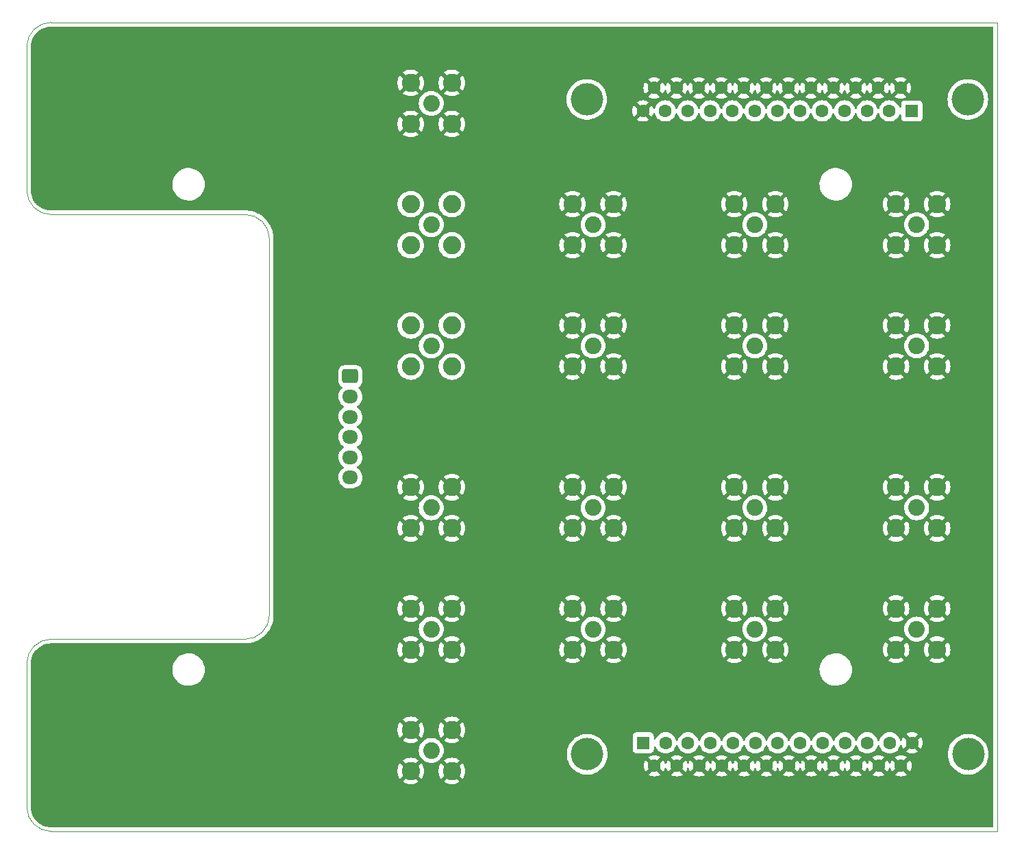
<source format=gbr>
%TF.GenerationSoftware,KiCad,Pcbnew,(6.0.4)*%
%TF.CreationDate,2023-06-02T21:13:09+02:00*%
%TF.ProjectId,Chrolis-LCR-Connector,4368726f-6c69-4732-9d4c-43522d436f6e,rev?*%
%TF.SameCoordinates,Original*%
%TF.FileFunction,Copper,L2,Bot*%
%TF.FilePolarity,Positive*%
%FSLAX46Y46*%
G04 Gerber Fmt 4.6, Leading zero omitted, Abs format (unit mm)*
G04 Created by KiCad (PCBNEW (6.0.4)) date 2023-06-02 21:13:09*
%MOMM*%
%LPD*%
G01*
G04 APERTURE LIST*
G04 Aperture macros list*
%AMRoundRect*
0 Rectangle with rounded corners*
0 $1 Rounding radius*
0 $2 $3 $4 $5 $6 $7 $8 $9 X,Y pos of 4 corners*
0 Add a 4 corners polygon primitive as box body*
4,1,4,$2,$3,$4,$5,$6,$7,$8,$9,$2,$3,0*
0 Add four circle primitives for the rounded corners*
1,1,$1+$1,$2,$3*
1,1,$1+$1,$4,$5*
1,1,$1+$1,$6,$7*
1,1,$1+$1,$8,$9*
0 Add four rect primitives between the rounded corners*
20,1,$1+$1,$2,$3,$4,$5,0*
20,1,$1+$1,$4,$5,$6,$7,0*
20,1,$1+$1,$6,$7,$8,$9,0*
20,1,$1+$1,$8,$9,$2,$3,0*%
G04 Aperture macros list end*
%TA.AperFunction,Profile*%
%ADD10C,0.100000*%
%TD*%
%TA.AperFunction,ComponentPad*%
%ADD11C,2.050000*%
%TD*%
%TA.AperFunction,ComponentPad*%
%ADD12C,2.250000*%
%TD*%
%TA.AperFunction,ComponentPad*%
%ADD13RoundRect,0.250000X-0.725000X0.600000X-0.725000X-0.600000X0.725000X-0.600000X0.725000X0.600000X0*%
%TD*%
%TA.AperFunction,ComponentPad*%
%ADD14O,1.950000X1.700000*%
%TD*%
%TA.AperFunction,ComponentPad*%
%ADD15C,4.000000*%
%TD*%
%TA.AperFunction,ComponentPad*%
%ADD16R,1.600000X1.600000*%
%TD*%
%TA.AperFunction,ComponentPad*%
%ADD17C,1.600000*%
%TD*%
G04 APERTURE END LIST*
D10*
X76950000Y-126600000D02*
X52950000Y-126600000D01*
X169950000Y-50350000D02*
X169950000Y-150350000D01*
X52950000Y-126600000D02*
G75*
G03*
X49950000Y-129600000I0J-3000000D01*
G01*
X76950000Y-74100000D02*
X52950000Y-74100000D01*
X79950000Y-77100000D02*
G75*
G03*
X76950000Y-74100000I-3000000J0D01*
G01*
X169950000Y-150350000D02*
X52950000Y-150350000D01*
X79950000Y-77100000D02*
X79950000Y-123600000D01*
X49950000Y-129600000D02*
X49950000Y-147350000D01*
X52950000Y-50350000D02*
G75*
G03*
X49950000Y-53350000I0J-3000000D01*
G01*
X76950000Y-126600000D02*
G75*
G03*
X79950000Y-123600000I0J3000000D01*
G01*
X52950000Y-50350000D02*
X169950000Y-50350000D01*
X49950000Y-71100000D02*
G75*
G03*
X52950000Y-74100000I3000000J0D01*
G01*
X49950000Y-147350000D02*
G75*
G03*
X52950000Y-150350000I3000000J0D01*
G01*
X49950000Y-71100000D02*
X49950000Y-53350000D01*
D11*
%TO.P,J13,1,In*%
%TO.N,Net-(J13-Pad1)*%
X159950000Y-125350000D03*
D12*
%TO.P,J13,2,Ext*%
%TO.N,GNDREF*%
X162490000Y-127890000D03*
X162490000Y-122810000D03*
X157410000Y-127890000D03*
X157410000Y-122810000D03*
%TD*%
D11*
%TO.P,J16,1,In*%
%TO.N,Net-(J16-Pad1)*%
X159950000Y-110350000D03*
D12*
%TO.P,J16,2,Ext*%
%TO.N,GNDREF*%
X162490000Y-112890000D03*
X162490000Y-107810000D03*
X157410000Y-112890000D03*
X157410000Y-107810000D03*
%TD*%
D11*
%TO.P,J7,1,In*%
%TO.N,Net-(J19-Pad7)*%
X159950000Y-90350000D03*
D12*
%TO.P,J7,2,Ext*%
%TO.N,GNDREF*%
X162490000Y-92890000D03*
X162490000Y-87810000D03*
X157410000Y-92890000D03*
X157410000Y-87810000D03*
%TD*%
D11*
%TO.P,J10,1,In*%
%TO.N,Net-(J10-Pad1)*%
X159950000Y-75350000D03*
D12*
%TO.P,J10,2,Ext*%
%TO.N,GNDREF*%
X162490000Y-77890000D03*
X162490000Y-72810000D03*
X157410000Y-77890000D03*
X157410000Y-72810000D03*
%TD*%
D11*
%TO.P,J14,1,In*%
%TO.N,Net-(J14-Pad1)*%
X139950000Y-125350000D03*
D12*
%TO.P,J14,2,Ext*%
%TO.N,GNDREF*%
X142490000Y-127890000D03*
X142490000Y-122810000D03*
X137410000Y-127890000D03*
X137410000Y-122810000D03*
%TD*%
D11*
%TO.P,J17,1,In*%
%TO.N,Net-(J17-Pad1)*%
X139950000Y-110350000D03*
D12*
%TO.P,J17,2,Ext*%
%TO.N,GNDREF*%
X142490000Y-112890000D03*
X142490000Y-107810000D03*
X137410000Y-112890000D03*
X137410000Y-107810000D03*
%TD*%
D11*
%TO.P,J8,1,In*%
%TO.N,Net-(J19-Pad8)*%
X139950000Y-90350000D03*
D12*
%TO.P,J8,2,Ext*%
%TO.N,GNDREF*%
X142490000Y-92890000D03*
X142490000Y-87810000D03*
X137410000Y-92890000D03*
X137410000Y-87810000D03*
%TD*%
D11*
%TO.P,J11,1,In*%
%TO.N,Net-(J11-Pad1)*%
X139950000Y-75350000D03*
D12*
%TO.P,J11,2,Ext*%
%TO.N,GNDREF*%
X142490000Y-77890000D03*
X142490000Y-72810000D03*
X137410000Y-77890000D03*
X137410000Y-72810000D03*
%TD*%
D11*
%TO.P,J15,1,In*%
%TO.N,Net-(J15-Pad1)*%
X119950000Y-125350000D03*
D12*
%TO.P,J15,2,Ext*%
%TO.N,GNDREF*%
X122490000Y-127890000D03*
X122490000Y-122810000D03*
X117410000Y-127890000D03*
X117410000Y-122810000D03*
%TD*%
D11*
%TO.P,J18,1,In*%
%TO.N,Net-(J18-Pad1)*%
X119950000Y-110350000D03*
D12*
%TO.P,J18,2,Ext*%
%TO.N,GNDREF*%
X122490000Y-112890000D03*
X122490000Y-107810000D03*
X117410000Y-112890000D03*
X117410000Y-107810000D03*
%TD*%
D11*
%TO.P,J9,1,In*%
%TO.N,Net-(J19-Pad9)*%
X119950000Y-90350000D03*
D12*
%TO.P,J9,2,Ext*%
%TO.N,GNDREF*%
X122490000Y-92890000D03*
X122490000Y-87810000D03*
X117410000Y-92890000D03*
X117410000Y-87810000D03*
%TD*%
D11*
%TO.P,J12,1,In*%
%TO.N,Net-(J12-Pad1)*%
X119950000Y-75350000D03*
D12*
%TO.P,J12,2,Ext*%
%TO.N,GNDREF*%
X122490000Y-77890000D03*
X122490000Y-72810000D03*
X117410000Y-77890000D03*
X117410000Y-72810000D03*
%TD*%
D11*
%TO.P,J6,1,In*%
%TO.N,Net-(J21-Pad6)*%
X99950000Y-140350000D03*
D12*
%TO.P,J6,2,Ext*%
%TO.N,GNDREF*%
X102490000Y-142890000D03*
X102490000Y-137810000D03*
X97410000Y-142890000D03*
X97410000Y-137810000D03*
%TD*%
D11*
%TO.P,J5,1,In*%
%TO.N,Net-(J21-Pad5)*%
X99950000Y-125350000D03*
D12*
%TO.P,J5,2,Ext*%
%TO.N,GNDREF*%
X102490000Y-127890000D03*
X102490000Y-122810000D03*
X97410000Y-127890000D03*
X97410000Y-122810000D03*
%TD*%
D11*
%TO.P,J4,1,In*%
%TO.N,Net-(J21-Pad4)*%
X99950000Y-110350000D03*
D12*
%TO.P,J4,2,Ext*%
%TO.N,GNDREF*%
X102490000Y-112890000D03*
X102490000Y-107810000D03*
X97410000Y-112890000D03*
X97410000Y-107810000D03*
%TD*%
D11*
%TO.P,J3,1,In*%
%TO.N,Net-(J21-Pad3)*%
X99950000Y-90350000D03*
D12*
%TO.P,J3,2,Ext*%
%TO.N,unconnected-(J3-Pad2)*%
X102490000Y-92890000D03*
X102490000Y-87810000D03*
X97410000Y-92890000D03*
X97410000Y-87810000D03*
%TD*%
D11*
%TO.P,J1,1,In*%
%TO.N,Net-(J1-Pad1)*%
X99950000Y-60350000D03*
D12*
%TO.P,J1,2,Ext*%
%TO.N,GNDREF*%
X102490000Y-62890000D03*
X102490000Y-57810000D03*
X97410000Y-62890000D03*
X97410000Y-57810000D03*
%TD*%
D11*
%TO.P,J2,1,In*%
%TO.N,Net-(J2-Pad1)*%
X99950000Y-75350000D03*
D12*
%TO.P,J2,2,Ext*%
%TO.N,unconnected-(J2-Pad2)*%
X102490000Y-77890000D03*
X102490000Y-72810000D03*
X97410000Y-77890000D03*
X97410000Y-72810000D03*
%TD*%
D13*
%TO.P,J21,1,Pin_1*%
%TO.N,Net-(J1-Pad1)*%
X89950000Y-94100000D03*
D14*
%TO.P,J21,2,Pin_2*%
%TO.N,Net-(J2-Pad1)*%
X89950000Y-96600000D03*
%TO.P,J21,3,Pin_3*%
%TO.N,Net-(J21-Pad3)*%
X89950000Y-99100000D03*
%TO.P,J21,4,Pin_4*%
%TO.N,Net-(J21-Pad4)*%
X89950000Y-101600000D03*
%TO.P,J21,5,Pin_5*%
%TO.N,Net-(J21-Pad5)*%
X89950000Y-104100000D03*
%TO.P,J21,6,Pin_6*%
%TO.N,Net-(J21-Pad6)*%
X89950000Y-106600000D03*
%TD*%
D15*
%TO.P,J19,0*%
%TO.N,N/C*%
X166280000Y-59870000D03*
X119180000Y-59870000D03*
D16*
%TO.P,J19,1,1*%
%TO.N,unconnected-(J19-Pad1)*%
X159350000Y-61290000D03*
D17*
%TO.P,J19,2,2*%
%TO.N,unconnected-(J19-Pad2)*%
X156580000Y-61290000D03*
%TO.P,J19,3,3*%
%TO.N,unconnected-(J19-Pad3)*%
X153810000Y-61290000D03*
%TO.P,J19,4,4*%
%TO.N,unconnected-(J19-Pad4)*%
X151040000Y-61290000D03*
%TO.P,J19,5,5*%
%TO.N,unconnected-(J19-Pad5)*%
X148270000Y-61290000D03*
%TO.P,J19,6,6*%
%TO.N,unconnected-(J19-Pad6)*%
X145500000Y-61290000D03*
%TO.P,J19,7,7*%
%TO.N,Net-(J19-Pad7)*%
X142730000Y-61290000D03*
%TO.P,J19,8,8*%
%TO.N,Net-(J19-Pad8)*%
X139960000Y-61290000D03*
%TO.P,J19,9,9*%
%TO.N,Net-(J19-Pad9)*%
X137190000Y-61290000D03*
%TO.P,J19,10,10*%
%TO.N,Net-(J10-Pad1)*%
X134420000Y-61290000D03*
%TO.P,J19,11,11*%
%TO.N,Net-(J11-Pad1)*%
X131650000Y-61290000D03*
%TO.P,J19,12,12*%
%TO.N,Net-(J12-Pad1)*%
X128880000Y-61290000D03*
%TO.P,J19,13,13*%
%TO.N,GNDREF*%
X126110000Y-61290000D03*
%TO.P,J19,14,P14*%
X157965000Y-58450000D03*
%TO.P,J19,15,P15*%
X155195000Y-58450000D03*
%TO.P,J19,16,P16*%
X152425000Y-58450000D03*
%TO.P,J19,17,P17*%
X149655000Y-58450000D03*
%TO.P,J19,18,P18*%
X146885000Y-58450000D03*
%TO.P,J19,19,P19*%
X144115000Y-58450000D03*
%TO.P,J19,20,P20*%
X141345000Y-58450000D03*
%TO.P,J19,21,P21*%
X138575000Y-58450000D03*
%TO.P,J19,22,P22*%
X135805000Y-58450000D03*
%TO.P,J19,23,P23*%
X133035000Y-58450000D03*
%TO.P,J19,24,P24*%
X130265000Y-58450000D03*
%TO.P,J19,25,P25*%
X127495000Y-58450000D03*
%TD*%
D15*
%TO.P,J20,0*%
%TO.N,N/C*%
X166320000Y-140830000D03*
X119220000Y-140830000D03*
D16*
%TO.P,J20,1,1*%
%TO.N,unconnected-(J20-Pad1)*%
X126150000Y-139410000D03*
D17*
%TO.P,J20,2,2*%
%TO.N,unconnected-(J20-Pad2)*%
X128920000Y-139410000D03*
%TO.P,J20,3,3*%
%TO.N,unconnected-(J20-Pad3)*%
X131690000Y-139410000D03*
%TO.P,J20,4,4*%
%TO.N,unconnected-(J20-Pad4)*%
X134460000Y-139410000D03*
%TO.P,J20,5,5*%
%TO.N,unconnected-(J20-Pad5)*%
X137230000Y-139410000D03*
%TO.P,J20,6,6*%
%TO.N,unconnected-(J20-Pad6)*%
X140000000Y-139410000D03*
%TO.P,J20,7,7*%
%TO.N,Net-(J13-Pad1)*%
X142770000Y-139410000D03*
%TO.P,J20,8,8*%
%TO.N,Net-(J14-Pad1)*%
X145540000Y-139410000D03*
%TO.P,J20,9,9*%
%TO.N,Net-(J15-Pad1)*%
X148310000Y-139410000D03*
%TO.P,J20,10,10*%
%TO.N,Net-(J16-Pad1)*%
X151080000Y-139410000D03*
%TO.P,J20,11,11*%
%TO.N,Net-(J17-Pad1)*%
X153850000Y-139410000D03*
%TO.P,J20,12,12*%
%TO.N,Net-(J18-Pad1)*%
X156620000Y-139410000D03*
%TO.P,J20,13,13*%
%TO.N,GNDREF*%
X159390000Y-139410000D03*
%TO.P,J20,14,P14*%
X127535000Y-142250000D03*
%TO.P,J20,15,P15*%
X130305000Y-142250000D03*
%TO.P,J20,16,P16*%
X133075000Y-142250000D03*
%TO.P,J20,17,P17*%
X135845000Y-142250000D03*
%TO.P,J20,18,P18*%
X138615000Y-142250000D03*
%TO.P,J20,19,P19*%
X141385000Y-142250000D03*
%TO.P,J20,20,P20*%
X144155000Y-142250000D03*
%TO.P,J20,21,P21*%
X146925000Y-142250000D03*
%TO.P,J20,22,P22*%
X149695000Y-142250000D03*
%TO.P,J20,23,P23*%
X152465000Y-142250000D03*
%TO.P,J20,24,P24*%
X155235000Y-142250000D03*
%TO.P,J20,25,P25*%
X158005000Y-142250000D03*
%TD*%
%TA.AperFunction,Conductor*%
%TO.N,GNDREF*%
G36*
X169383621Y-50878502D02*
G01*
X169430114Y-50932158D01*
X169441500Y-50984500D01*
X169441500Y-149715500D01*
X169421498Y-149783621D01*
X169367842Y-149830114D01*
X169315500Y-149841500D01*
X52999367Y-149841500D01*
X52979982Y-149840000D01*
X52965149Y-149837690D01*
X52965145Y-149837690D01*
X52956276Y-149836309D01*
X52939077Y-149838558D01*
X52915137Y-149839391D01*
X52657290Y-149823794D01*
X52642186Y-149821960D01*
X52570214Y-149808771D01*
X52361240Y-149770475D01*
X52346473Y-149766836D01*
X52073769Y-149681858D01*
X52059555Y-149676466D01*
X51799092Y-149559242D01*
X51785621Y-149552172D01*
X51541187Y-149404405D01*
X51528666Y-149395762D01*
X51303829Y-149219615D01*
X51292440Y-149209525D01*
X51090475Y-149007560D01*
X51080385Y-148996171D01*
X50904238Y-148771334D01*
X50895595Y-148758813D01*
X50747828Y-148514379D01*
X50740757Y-148500906D01*
X50623534Y-148240445D01*
X50618141Y-148226227D01*
X50533164Y-147953527D01*
X50529523Y-147938754D01*
X50478040Y-147657814D01*
X50476206Y-147642710D01*
X50461269Y-147395768D01*
X50462520Y-147372216D01*
X50462334Y-147372199D01*
X50462769Y-147367350D01*
X50463576Y-147362552D01*
X50463729Y-147350000D01*
X50459773Y-147322376D01*
X50458500Y-147304514D01*
X50458500Y-144214471D01*
X96450884Y-144214471D01*
X96454570Y-144219740D01*
X96662121Y-144346927D01*
X96670915Y-144351408D01*
X96899242Y-144445984D01*
X96908627Y-144449033D01*
X97148940Y-144506728D01*
X97158687Y-144508271D01*
X97405070Y-144527662D01*
X97414930Y-144527662D01*
X97661313Y-144508271D01*
X97671060Y-144506728D01*
X97911373Y-144449033D01*
X97920758Y-144445984D01*
X98149085Y-144351408D01*
X98157879Y-144346927D01*
X98363928Y-144220660D01*
X98367968Y-144214471D01*
X101530884Y-144214471D01*
X101534570Y-144219740D01*
X101742121Y-144346927D01*
X101750915Y-144351408D01*
X101979242Y-144445984D01*
X101988627Y-144449033D01*
X102228940Y-144506728D01*
X102238687Y-144508271D01*
X102485070Y-144527662D01*
X102494930Y-144527662D01*
X102741313Y-144508271D01*
X102751060Y-144506728D01*
X102991373Y-144449033D01*
X103000758Y-144445984D01*
X103229085Y-144351408D01*
X103237879Y-144346927D01*
X103443928Y-144220660D01*
X103449190Y-144212599D01*
X103443183Y-144202393D01*
X102502812Y-143262022D01*
X102488868Y-143254408D01*
X102487035Y-143254539D01*
X102480420Y-143258790D01*
X101538276Y-144200934D01*
X101530884Y-144214471D01*
X98367968Y-144214471D01*
X98369190Y-144212599D01*
X98363183Y-144202393D01*
X97422812Y-143262022D01*
X97408868Y-143254408D01*
X97407035Y-143254539D01*
X97400420Y-143258790D01*
X96458276Y-144200934D01*
X96450884Y-144214471D01*
X50458500Y-144214471D01*
X50458500Y-142894930D01*
X95772338Y-142894930D01*
X95791729Y-143141313D01*
X95793272Y-143151060D01*
X95850967Y-143391373D01*
X95854016Y-143400758D01*
X95948592Y-143629085D01*
X95953073Y-143637879D01*
X96079340Y-143843928D01*
X96087401Y-143849190D01*
X96097607Y-143843183D01*
X97037978Y-142902812D01*
X97044356Y-142891132D01*
X97774408Y-142891132D01*
X97774539Y-142892965D01*
X97778790Y-142899580D01*
X98720934Y-143841724D01*
X98734471Y-143849116D01*
X98739740Y-143845430D01*
X98866927Y-143637879D01*
X98871408Y-143629085D01*
X98965984Y-143400758D01*
X98969033Y-143391373D01*
X99026728Y-143151060D01*
X99028271Y-143141313D01*
X99047662Y-142894930D01*
X100852338Y-142894930D01*
X100871729Y-143141313D01*
X100873272Y-143151060D01*
X100930967Y-143391373D01*
X100934016Y-143400758D01*
X101028592Y-143629085D01*
X101033073Y-143637879D01*
X101159340Y-143843928D01*
X101167401Y-143849190D01*
X101177607Y-143843183D01*
X102117978Y-142902812D01*
X102124356Y-142891132D01*
X102854408Y-142891132D01*
X102854539Y-142892965D01*
X102858790Y-142899580D01*
X103800934Y-143841724D01*
X103814471Y-143849116D01*
X103819740Y-143845430D01*
X103946927Y-143637879D01*
X103951408Y-143629085D01*
X104045984Y-143400758D01*
X104049033Y-143391373D01*
X104106728Y-143151060D01*
X104108271Y-143141313D01*
X104127662Y-142894930D01*
X104127662Y-142885070D01*
X104108271Y-142638687D01*
X104106728Y-142628940D01*
X104049033Y-142388627D01*
X104045984Y-142379242D01*
X103951408Y-142150915D01*
X103946927Y-142142121D01*
X103820660Y-141936072D01*
X103812599Y-141930810D01*
X103802393Y-141936817D01*
X102862022Y-142877188D01*
X102854408Y-142891132D01*
X102124356Y-142891132D01*
X102125592Y-142888868D01*
X102125461Y-142887035D01*
X102121210Y-142880420D01*
X101179066Y-141938276D01*
X101165529Y-141930884D01*
X101160260Y-141934570D01*
X101033073Y-142142121D01*
X101028592Y-142150915D01*
X100934016Y-142379242D01*
X100930967Y-142388627D01*
X100873272Y-142628940D01*
X100871729Y-142638687D01*
X100852338Y-142885070D01*
X100852338Y-142894930D01*
X99047662Y-142894930D01*
X99047662Y-142885070D01*
X99028271Y-142638687D01*
X99026728Y-142628940D01*
X98969033Y-142388627D01*
X98965984Y-142379242D01*
X98871408Y-142150915D01*
X98866927Y-142142121D01*
X98740660Y-141936072D01*
X98732599Y-141930810D01*
X98722393Y-141936817D01*
X97782022Y-142877188D01*
X97774408Y-142891132D01*
X97044356Y-142891132D01*
X97045592Y-142888868D01*
X97045461Y-142887035D01*
X97041210Y-142880420D01*
X96099066Y-141938276D01*
X96085529Y-141930884D01*
X96080260Y-141934570D01*
X95953073Y-142142121D01*
X95948592Y-142150915D01*
X95854016Y-142379242D01*
X95850967Y-142388627D01*
X95793272Y-142628940D01*
X95791729Y-142638687D01*
X95772338Y-142885070D01*
X95772338Y-142894930D01*
X50458500Y-142894930D01*
X50458500Y-141567401D01*
X96450810Y-141567401D01*
X96456817Y-141577607D01*
X97397188Y-142517978D01*
X97411132Y-142525592D01*
X97412965Y-142525461D01*
X97419580Y-142521210D01*
X98361724Y-141579066D01*
X98369116Y-141565529D01*
X98365430Y-141560260D01*
X98157879Y-141433073D01*
X98149085Y-141428592D01*
X97920758Y-141334016D01*
X97911373Y-141330967D01*
X97671060Y-141273272D01*
X97661313Y-141271729D01*
X97414930Y-141252338D01*
X97405070Y-141252338D01*
X97158687Y-141271729D01*
X97148940Y-141273272D01*
X96908627Y-141330967D01*
X96899242Y-141334016D01*
X96670915Y-141428592D01*
X96662121Y-141433073D01*
X96456072Y-141559340D01*
X96450810Y-141567401D01*
X50458500Y-141567401D01*
X50458500Y-140350000D01*
X98411758Y-140350000D01*
X98430696Y-140590634D01*
X98431850Y-140595441D01*
X98431851Y-140595447D01*
X98462479Y-140723019D01*
X98487045Y-140825343D01*
X98488938Y-140829914D01*
X98488939Y-140829916D01*
X98565506Y-141014764D01*
X98579416Y-141048347D01*
X98705536Y-141254156D01*
X98862299Y-141437701D01*
X99045844Y-141594464D01*
X99251653Y-141720584D01*
X99256223Y-141722477D01*
X99256227Y-141722479D01*
X99458443Y-141806239D01*
X99474657Y-141812955D01*
X99557039Y-141832733D01*
X99704553Y-141868149D01*
X99704559Y-141868150D01*
X99709366Y-141869304D01*
X99950000Y-141888242D01*
X100190634Y-141869304D01*
X100195441Y-141868150D01*
X100195447Y-141868149D01*
X100342961Y-141832733D01*
X100425343Y-141812955D01*
X100441557Y-141806239D01*
X100643773Y-141722479D01*
X100643777Y-141722477D01*
X100648347Y-141720584D01*
X100854156Y-141594464D01*
X100885843Y-141567401D01*
X101530810Y-141567401D01*
X101536817Y-141577607D01*
X102477188Y-142517978D01*
X102491132Y-142525592D01*
X102492965Y-142525461D01*
X102499580Y-142521210D01*
X103441724Y-141579066D01*
X103449116Y-141565529D01*
X103445430Y-141560260D01*
X103237879Y-141433073D01*
X103229085Y-141428592D01*
X103000758Y-141334016D01*
X102991373Y-141330967D01*
X102751060Y-141273272D01*
X102741313Y-141271729D01*
X102494930Y-141252338D01*
X102485070Y-141252338D01*
X102238687Y-141271729D01*
X102228940Y-141273272D01*
X101988627Y-141330967D01*
X101979242Y-141334016D01*
X101750915Y-141428592D01*
X101742121Y-141433073D01*
X101536072Y-141559340D01*
X101530810Y-141567401D01*
X100885843Y-141567401D01*
X101037701Y-141437701D01*
X101194464Y-141254156D01*
X101320584Y-141048347D01*
X101334495Y-141014764D01*
X101411026Y-140830000D01*
X116706540Y-140830000D01*
X116726359Y-141145020D01*
X116785505Y-141455072D01*
X116883044Y-141755266D01*
X116884731Y-141758852D01*
X116884733Y-141758856D01*
X117015750Y-142037283D01*
X117015754Y-142037290D01*
X117017438Y-142040869D01*
X117186568Y-142307375D01*
X117189093Y-142310427D01*
X117360795Y-142517978D01*
X117387767Y-142550582D01*
X117617860Y-142766654D01*
X117873221Y-142952184D01*
X117876690Y-142954091D01*
X117876693Y-142954093D01*
X117896673Y-142965077D01*
X118149821Y-143104247D01*
X118153490Y-143105700D01*
X118153495Y-143105702D01*
X118439628Y-143218990D01*
X118443298Y-143220443D01*
X118749025Y-143298940D01*
X119062179Y-143338500D01*
X119377821Y-143338500D01*
X119397120Y-143336062D01*
X126813493Y-143336062D01*
X126822789Y-143348077D01*
X126873994Y-143383931D01*
X126883489Y-143389414D01*
X127080947Y-143481490D01*
X127091239Y-143485236D01*
X127301688Y-143541625D01*
X127312481Y-143543528D01*
X127529525Y-143562517D01*
X127540475Y-143562517D01*
X127757519Y-143543528D01*
X127768312Y-143541625D01*
X127978761Y-143485236D01*
X127989053Y-143481490D01*
X128186511Y-143389414D01*
X128196006Y-143383931D01*
X128248048Y-143347491D01*
X128256424Y-143337012D01*
X128255925Y-143336062D01*
X129583493Y-143336062D01*
X129592789Y-143348077D01*
X129643994Y-143383931D01*
X129653489Y-143389414D01*
X129850947Y-143481490D01*
X129861239Y-143485236D01*
X130071688Y-143541625D01*
X130082481Y-143543528D01*
X130299525Y-143562517D01*
X130310475Y-143562517D01*
X130527519Y-143543528D01*
X130538312Y-143541625D01*
X130748761Y-143485236D01*
X130759053Y-143481490D01*
X130956511Y-143389414D01*
X130966006Y-143383931D01*
X131018048Y-143347491D01*
X131026424Y-143337012D01*
X131025925Y-143336062D01*
X132353493Y-143336062D01*
X132362789Y-143348077D01*
X132413994Y-143383931D01*
X132423489Y-143389414D01*
X132620947Y-143481490D01*
X132631239Y-143485236D01*
X132841688Y-143541625D01*
X132852481Y-143543528D01*
X133069525Y-143562517D01*
X133080475Y-143562517D01*
X133297519Y-143543528D01*
X133308312Y-143541625D01*
X133518761Y-143485236D01*
X133529053Y-143481490D01*
X133726511Y-143389414D01*
X133736006Y-143383931D01*
X133788048Y-143347491D01*
X133796424Y-143337012D01*
X133795925Y-143336062D01*
X135123493Y-143336062D01*
X135132789Y-143348077D01*
X135183994Y-143383931D01*
X135193489Y-143389414D01*
X135390947Y-143481490D01*
X135401239Y-143485236D01*
X135611688Y-143541625D01*
X135622481Y-143543528D01*
X135839525Y-143562517D01*
X135850475Y-143562517D01*
X136067519Y-143543528D01*
X136078312Y-143541625D01*
X136288761Y-143485236D01*
X136299053Y-143481490D01*
X136496511Y-143389414D01*
X136506006Y-143383931D01*
X136558048Y-143347491D01*
X136566424Y-143337012D01*
X136565925Y-143336062D01*
X137893493Y-143336062D01*
X137902789Y-143348077D01*
X137953994Y-143383931D01*
X137963489Y-143389414D01*
X138160947Y-143481490D01*
X138171239Y-143485236D01*
X138381688Y-143541625D01*
X138392481Y-143543528D01*
X138609525Y-143562517D01*
X138620475Y-143562517D01*
X138837519Y-143543528D01*
X138848312Y-143541625D01*
X139058761Y-143485236D01*
X139069053Y-143481490D01*
X139266511Y-143389414D01*
X139276006Y-143383931D01*
X139328048Y-143347491D01*
X139336424Y-143337012D01*
X139335925Y-143336062D01*
X140663493Y-143336062D01*
X140672789Y-143348077D01*
X140723994Y-143383931D01*
X140733489Y-143389414D01*
X140930947Y-143481490D01*
X140941239Y-143485236D01*
X141151688Y-143541625D01*
X141162481Y-143543528D01*
X141379525Y-143562517D01*
X141390475Y-143562517D01*
X141607519Y-143543528D01*
X141618312Y-143541625D01*
X141828761Y-143485236D01*
X141839053Y-143481490D01*
X142036511Y-143389414D01*
X142046006Y-143383931D01*
X142098048Y-143347491D01*
X142106424Y-143337012D01*
X142105925Y-143336062D01*
X143433493Y-143336062D01*
X143442789Y-143348077D01*
X143493994Y-143383931D01*
X143503489Y-143389414D01*
X143700947Y-143481490D01*
X143711239Y-143485236D01*
X143921688Y-143541625D01*
X143932481Y-143543528D01*
X144149525Y-143562517D01*
X144160475Y-143562517D01*
X144377519Y-143543528D01*
X144388312Y-143541625D01*
X144598761Y-143485236D01*
X144609053Y-143481490D01*
X144806511Y-143389414D01*
X144816006Y-143383931D01*
X144868048Y-143347491D01*
X144876424Y-143337012D01*
X144875925Y-143336062D01*
X146203493Y-143336062D01*
X146212789Y-143348077D01*
X146263994Y-143383931D01*
X146273489Y-143389414D01*
X146470947Y-143481490D01*
X146481239Y-143485236D01*
X146691688Y-143541625D01*
X146702481Y-143543528D01*
X146919525Y-143562517D01*
X146930475Y-143562517D01*
X147147519Y-143543528D01*
X147158312Y-143541625D01*
X147368761Y-143485236D01*
X147379053Y-143481490D01*
X147576511Y-143389414D01*
X147586006Y-143383931D01*
X147638048Y-143347491D01*
X147646424Y-143337012D01*
X147645925Y-143336062D01*
X148973493Y-143336062D01*
X148982789Y-143348077D01*
X149033994Y-143383931D01*
X149043489Y-143389414D01*
X149240947Y-143481490D01*
X149251239Y-143485236D01*
X149461688Y-143541625D01*
X149472481Y-143543528D01*
X149689525Y-143562517D01*
X149700475Y-143562517D01*
X149917519Y-143543528D01*
X149928312Y-143541625D01*
X150138761Y-143485236D01*
X150149053Y-143481490D01*
X150346511Y-143389414D01*
X150356006Y-143383931D01*
X150408048Y-143347491D01*
X150416424Y-143337012D01*
X150415925Y-143336062D01*
X151743493Y-143336062D01*
X151752789Y-143348077D01*
X151803994Y-143383931D01*
X151813489Y-143389414D01*
X152010947Y-143481490D01*
X152021239Y-143485236D01*
X152231688Y-143541625D01*
X152242481Y-143543528D01*
X152459525Y-143562517D01*
X152470475Y-143562517D01*
X152687519Y-143543528D01*
X152698312Y-143541625D01*
X152908761Y-143485236D01*
X152919053Y-143481490D01*
X153116511Y-143389414D01*
X153126006Y-143383931D01*
X153178048Y-143347491D01*
X153186424Y-143337012D01*
X153185925Y-143336062D01*
X154513493Y-143336062D01*
X154522789Y-143348077D01*
X154573994Y-143383931D01*
X154583489Y-143389414D01*
X154780947Y-143481490D01*
X154791239Y-143485236D01*
X155001688Y-143541625D01*
X155012481Y-143543528D01*
X155229525Y-143562517D01*
X155240475Y-143562517D01*
X155457519Y-143543528D01*
X155468312Y-143541625D01*
X155678761Y-143485236D01*
X155689053Y-143481490D01*
X155886511Y-143389414D01*
X155896006Y-143383931D01*
X155948048Y-143347491D01*
X155956424Y-143337012D01*
X155955925Y-143336062D01*
X157283493Y-143336062D01*
X157292789Y-143348077D01*
X157343994Y-143383931D01*
X157353489Y-143389414D01*
X157550947Y-143481490D01*
X157561239Y-143485236D01*
X157771688Y-143541625D01*
X157782481Y-143543528D01*
X157999525Y-143562517D01*
X158010475Y-143562517D01*
X158227519Y-143543528D01*
X158238312Y-143541625D01*
X158448761Y-143485236D01*
X158459053Y-143481490D01*
X158656511Y-143389414D01*
X158666006Y-143383931D01*
X158718048Y-143347491D01*
X158726424Y-143337012D01*
X158719356Y-143323566D01*
X158017812Y-142622022D01*
X158003868Y-142614408D01*
X158002035Y-142614539D01*
X157995420Y-142618790D01*
X157289923Y-143324287D01*
X157283493Y-143336062D01*
X155955925Y-143336062D01*
X155949356Y-143323566D01*
X155247812Y-142622022D01*
X155233868Y-142614408D01*
X155232035Y-142614539D01*
X155225420Y-142618790D01*
X154519923Y-143324287D01*
X154513493Y-143336062D01*
X153185925Y-143336062D01*
X153179356Y-143323566D01*
X152477812Y-142622022D01*
X152463868Y-142614408D01*
X152462035Y-142614539D01*
X152455420Y-142618790D01*
X151749923Y-143324287D01*
X151743493Y-143336062D01*
X150415925Y-143336062D01*
X150409356Y-143323566D01*
X149707812Y-142622022D01*
X149693868Y-142614408D01*
X149692035Y-142614539D01*
X149685420Y-142618790D01*
X148979923Y-143324287D01*
X148973493Y-143336062D01*
X147645925Y-143336062D01*
X147639356Y-143323566D01*
X146937812Y-142622022D01*
X146923868Y-142614408D01*
X146922035Y-142614539D01*
X146915420Y-142618790D01*
X146209923Y-143324287D01*
X146203493Y-143336062D01*
X144875925Y-143336062D01*
X144869356Y-143323566D01*
X144167812Y-142622022D01*
X144153868Y-142614408D01*
X144152035Y-142614539D01*
X144145420Y-142618790D01*
X143439923Y-143324287D01*
X143433493Y-143336062D01*
X142105925Y-143336062D01*
X142099356Y-143323566D01*
X141397812Y-142622022D01*
X141383868Y-142614408D01*
X141382035Y-142614539D01*
X141375420Y-142618790D01*
X140669923Y-143324287D01*
X140663493Y-143336062D01*
X139335925Y-143336062D01*
X139329356Y-143323566D01*
X138627812Y-142622022D01*
X138613868Y-142614408D01*
X138612035Y-142614539D01*
X138605420Y-142618790D01*
X137899923Y-143324287D01*
X137893493Y-143336062D01*
X136565925Y-143336062D01*
X136559356Y-143323566D01*
X135857812Y-142622022D01*
X135843868Y-142614408D01*
X135842035Y-142614539D01*
X135835420Y-142618790D01*
X135129923Y-143324287D01*
X135123493Y-143336062D01*
X133795925Y-143336062D01*
X133789356Y-143323566D01*
X133087812Y-142622022D01*
X133073868Y-142614408D01*
X133072035Y-142614539D01*
X133065420Y-142618790D01*
X132359923Y-143324287D01*
X132353493Y-143336062D01*
X131025925Y-143336062D01*
X131019356Y-143323566D01*
X130317812Y-142622022D01*
X130303868Y-142614408D01*
X130302035Y-142614539D01*
X130295420Y-142618790D01*
X129589923Y-143324287D01*
X129583493Y-143336062D01*
X128255925Y-143336062D01*
X128249356Y-143323566D01*
X127547812Y-142622022D01*
X127533868Y-142614408D01*
X127532035Y-142614539D01*
X127525420Y-142618790D01*
X126819923Y-143324287D01*
X126813493Y-143336062D01*
X119397120Y-143336062D01*
X119690975Y-143298940D01*
X119996702Y-143220443D01*
X120000372Y-143218990D01*
X120286505Y-143105702D01*
X120286510Y-143105700D01*
X120290179Y-143104247D01*
X120543327Y-142965077D01*
X120563307Y-142954093D01*
X120563310Y-142954091D01*
X120566779Y-142952184D01*
X120822140Y-142766654D01*
X121052233Y-142550582D01*
X121079206Y-142517978D01*
X121250907Y-142310427D01*
X121253432Y-142307375D01*
X121286369Y-142255475D01*
X126222483Y-142255475D01*
X126241472Y-142472519D01*
X126243375Y-142483312D01*
X126299764Y-142693761D01*
X126303510Y-142704053D01*
X126395586Y-142901511D01*
X126401069Y-142911006D01*
X126437509Y-142963048D01*
X126447988Y-142971424D01*
X126461434Y-142964356D01*
X127162978Y-142262812D01*
X127169356Y-142251132D01*
X127899408Y-142251132D01*
X127899539Y-142252965D01*
X127903790Y-142259580D01*
X128609287Y-142965077D01*
X128621062Y-142971507D01*
X128633077Y-142962211D01*
X128668931Y-142911006D01*
X128674414Y-142901511D01*
X128766490Y-142704053D01*
X128770236Y-142693761D01*
X128798293Y-142589050D01*
X128835245Y-142528427D01*
X128899105Y-142497406D01*
X128969600Y-142505834D01*
X129024347Y-142551037D01*
X129041707Y-142589050D01*
X129069764Y-142693761D01*
X129073510Y-142704053D01*
X129165586Y-142901511D01*
X129171069Y-142911006D01*
X129207509Y-142963048D01*
X129217988Y-142971424D01*
X129231434Y-142964356D01*
X129932978Y-142262812D01*
X129939356Y-142251132D01*
X130669408Y-142251132D01*
X130669539Y-142252965D01*
X130673790Y-142259580D01*
X131379287Y-142965077D01*
X131391062Y-142971507D01*
X131403077Y-142962211D01*
X131438931Y-142911006D01*
X131444414Y-142901511D01*
X131536490Y-142704053D01*
X131540236Y-142693761D01*
X131568293Y-142589050D01*
X131605245Y-142528427D01*
X131669105Y-142497406D01*
X131739600Y-142505834D01*
X131794347Y-142551037D01*
X131811707Y-142589050D01*
X131839764Y-142693761D01*
X131843510Y-142704053D01*
X131935586Y-142901511D01*
X131941069Y-142911006D01*
X131977509Y-142963048D01*
X131987988Y-142971424D01*
X132001434Y-142964356D01*
X132702978Y-142262812D01*
X132709356Y-142251132D01*
X133439408Y-142251132D01*
X133439539Y-142252965D01*
X133443790Y-142259580D01*
X134149287Y-142965077D01*
X134161062Y-142971507D01*
X134173077Y-142962211D01*
X134208931Y-142911006D01*
X134214414Y-142901511D01*
X134306490Y-142704053D01*
X134310236Y-142693761D01*
X134338293Y-142589050D01*
X134375245Y-142528427D01*
X134439105Y-142497406D01*
X134509600Y-142505834D01*
X134564347Y-142551037D01*
X134581707Y-142589050D01*
X134609764Y-142693761D01*
X134613510Y-142704053D01*
X134705586Y-142901511D01*
X134711069Y-142911006D01*
X134747509Y-142963048D01*
X134757988Y-142971424D01*
X134771434Y-142964356D01*
X135472978Y-142262812D01*
X135479356Y-142251132D01*
X136209408Y-142251132D01*
X136209539Y-142252965D01*
X136213790Y-142259580D01*
X136919287Y-142965077D01*
X136931062Y-142971507D01*
X136943077Y-142962211D01*
X136978931Y-142911006D01*
X136984414Y-142901511D01*
X137076490Y-142704053D01*
X137080236Y-142693761D01*
X137108293Y-142589050D01*
X137145245Y-142528427D01*
X137209105Y-142497406D01*
X137279600Y-142505834D01*
X137334347Y-142551037D01*
X137351707Y-142589050D01*
X137379764Y-142693761D01*
X137383510Y-142704053D01*
X137475586Y-142901511D01*
X137481069Y-142911006D01*
X137517509Y-142963048D01*
X137527988Y-142971424D01*
X137541434Y-142964356D01*
X138242978Y-142262812D01*
X138249356Y-142251132D01*
X138979408Y-142251132D01*
X138979539Y-142252965D01*
X138983790Y-142259580D01*
X139689287Y-142965077D01*
X139701062Y-142971507D01*
X139713077Y-142962211D01*
X139748931Y-142911006D01*
X139754414Y-142901511D01*
X139846490Y-142704053D01*
X139850236Y-142693761D01*
X139878293Y-142589050D01*
X139915245Y-142528427D01*
X139979105Y-142497406D01*
X140049600Y-142505834D01*
X140104347Y-142551037D01*
X140121707Y-142589050D01*
X140149764Y-142693761D01*
X140153510Y-142704053D01*
X140245586Y-142901511D01*
X140251069Y-142911006D01*
X140287509Y-142963048D01*
X140297988Y-142971424D01*
X140311434Y-142964356D01*
X141012978Y-142262812D01*
X141019356Y-142251132D01*
X141749408Y-142251132D01*
X141749539Y-142252965D01*
X141753790Y-142259580D01*
X142459287Y-142965077D01*
X142471062Y-142971507D01*
X142483077Y-142962211D01*
X142518931Y-142911006D01*
X142524414Y-142901511D01*
X142616490Y-142704053D01*
X142620236Y-142693761D01*
X142648293Y-142589050D01*
X142685245Y-142528427D01*
X142749105Y-142497406D01*
X142819600Y-142505834D01*
X142874347Y-142551037D01*
X142891707Y-142589050D01*
X142919764Y-142693761D01*
X142923510Y-142704053D01*
X143015586Y-142901511D01*
X143021069Y-142911006D01*
X143057509Y-142963048D01*
X143067988Y-142971424D01*
X143081434Y-142964356D01*
X143782978Y-142262812D01*
X143789356Y-142251132D01*
X144519408Y-142251132D01*
X144519539Y-142252965D01*
X144523790Y-142259580D01*
X145229287Y-142965077D01*
X145241062Y-142971507D01*
X145253077Y-142962211D01*
X145288931Y-142911006D01*
X145294414Y-142901511D01*
X145386490Y-142704053D01*
X145390236Y-142693761D01*
X145418293Y-142589050D01*
X145455245Y-142528427D01*
X145519105Y-142497406D01*
X145589600Y-142505834D01*
X145644347Y-142551037D01*
X145661707Y-142589050D01*
X145689764Y-142693761D01*
X145693510Y-142704053D01*
X145785586Y-142901511D01*
X145791069Y-142911006D01*
X145827509Y-142963048D01*
X145837988Y-142971424D01*
X145851434Y-142964356D01*
X146552978Y-142262812D01*
X146559356Y-142251132D01*
X147289408Y-142251132D01*
X147289539Y-142252965D01*
X147293790Y-142259580D01*
X147999287Y-142965077D01*
X148011062Y-142971507D01*
X148023077Y-142962211D01*
X148058931Y-142911006D01*
X148064414Y-142901511D01*
X148156490Y-142704053D01*
X148160236Y-142693761D01*
X148188293Y-142589050D01*
X148225245Y-142528427D01*
X148289105Y-142497406D01*
X148359600Y-142505834D01*
X148414347Y-142551037D01*
X148431707Y-142589050D01*
X148459764Y-142693761D01*
X148463510Y-142704053D01*
X148555586Y-142901511D01*
X148561069Y-142911006D01*
X148597509Y-142963048D01*
X148607988Y-142971424D01*
X148621434Y-142964356D01*
X149322978Y-142262812D01*
X149329356Y-142251132D01*
X150059408Y-142251132D01*
X150059539Y-142252965D01*
X150063790Y-142259580D01*
X150769287Y-142965077D01*
X150781062Y-142971507D01*
X150793077Y-142962211D01*
X150828931Y-142911006D01*
X150834414Y-142901511D01*
X150926490Y-142704053D01*
X150930236Y-142693761D01*
X150958293Y-142589050D01*
X150995245Y-142528427D01*
X151059105Y-142497406D01*
X151129600Y-142505834D01*
X151184347Y-142551037D01*
X151201707Y-142589050D01*
X151229764Y-142693761D01*
X151233510Y-142704053D01*
X151325586Y-142901511D01*
X151331069Y-142911006D01*
X151367509Y-142963048D01*
X151377988Y-142971424D01*
X151391434Y-142964356D01*
X152092978Y-142262812D01*
X152099356Y-142251132D01*
X152829408Y-142251132D01*
X152829539Y-142252965D01*
X152833790Y-142259580D01*
X153539287Y-142965077D01*
X153551062Y-142971507D01*
X153563077Y-142962211D01*
X153598931Y-142911006D01*
X153604414Y-142901511D01*
X153696490Y-142704053D01*
X153700236Y-142693761D01*
X153728293Y-142589050D01*
X153765245Y-142528427D01*
X153829105Y-142497406D01*
X153899600Y-142505834D01*
X153954347Y-142551037D01*
X153971707Y-142589050D01*
X153999764Y-142693761D01*
X154003510Y-142704053D01*
X154095586Y-142901511D01*
X154101069Y-142911006D01*
X154137509Y-142963048D01*
X154147988Y-142971424D01*
X154161434Y-142964356D01*
X154862978Y-142262812D01*
X154869356Y-142251132D01*
X155599408Y-142251132D01*
X155599539Y-142252965D01*
X155603790Y-142259580D01*
X156309287Y-142965077D01*
X156321062Y-142971507D01*
X156333077Y-142962211D01*
X156368931Y-142911006D01*
X156374414Y-142901511D01*
X156466490Y-142704053D01*
X156470236Y-142693761D01*
X156498293Y-142589050D01*
X156535245Y-142528427D01*
X156599105Y-142497406D01*
X156669600Y-142505834D01*
X156724347Y-142551037D01*
X156741707Y-142589050D01*
X156769764Y-142693761D01*
X156773510Y-142704053D01*
X156865586Y-142901511D01*
X156871069Y-142911006D01*
X156907509Y-142963048D01*
X156917988Y-142971424D01*
X156931434Y-142964356D01*
X157632978Y-142262812D01*
X157639356Y-142251132D01*
X158369408Y-142251132D01*
X158369539Y-142252965D01*
X158373790Y-142259580D01*
X159079287Y-142965077D01*
X159091062Y-142971507D01*
X159103077Y-142962211D01*
X159138931Y-142911006D01*
X159144414Y-142901511D01*
X159236490Y-142704053D01*
X159240236Y-142693761D01*
X159296625Y-142483312D01*
X159298528Y-142472519D01*
X159317517Y-142255475D01*
X159317517Y-142244525D01*
X159298528Y-142027481D01*
X159296625Y-142016688D01*
X159240236Y-141806239D01*
X159236490Y-141795947D01*
X159144414Y-141598489D01*
X159138931Y-141588994D01*
X159102491Y-141536952D01*
X159092012Y-141528576D01*
X159078566Y-141535644D01*
X158377022Y-142237188D01*
X158369408Y-142251132D01*
X157639356Y-142251132D01*
X157640592Y-142248868D01*
X157640461Y-142247035D01*
X157636210Y-142240420D01*
X156930713Y-141534923D01*
X156918938Y-141528493D01*
X156906923Y-141537789D01*
X156871069Y-141588994D01*
X156865586Y-141598489D01*
X156773510Y-141795947D01*
X156769764Y-141806239D01*
X156741707Y-141910950D01*
X156704755Y-141971573D01*
X156640895Y-142002594D01*
X156570400Y-141994166D01*
X156515653Y-141948963D01*
X156498293Y-141910950D01*
X156470236Y-141806239D01*
X156466490Y-141795947D01*
X156374414Y-141598489D01*
X156368931Y-141588994D01*
X156332491Y-141536952D01*
X156322012Y-141528576D01*
X156308566Y-141535644D01*
X155607022Y-142237188D01*
X155599408Y-142251132D01*
X154869356Y-142251132D01*
X154870592Y-142248868D01*
X154870461Y-142247035D01*
X154866210Y-142240420D01*
X154160713Y-141534923D01*
X154148938Y-141528493D01*
X154136923Y-141537789D01*
X154101069Y-141588994D01*
X154095586Y-141598489D01*
X154003510Y-141795947D01*
X153999764Y-141806239D01*
X153971707Y-141910950D01*
X153934755Y-141971573D01*
X153870895Y-142002594D01*
X153800400Y-141994166D01*
X153745653Y-141948963D01*
X153728293Y-141910950D01*
X153700236Y-141806239D01*
X153696490Y-141795947D01*
X153604414Y-141598489D01*
X153598931Y-141588994D01*
X153562491Y-141536952D01*
X153552012Y-141528576D01*
X153538566Y-141535644D01*
X152837022Y-142237188D01*
X152829408Y-142251132D01*
X152099356Y-142251132D01*
X152100592Y-142248868D01*
X152100461Y-142247035D01*
X152096210Y-142240420D01*
X151390713Y-141534923D01*
X151378938Y-141528493D01*
X151366923Y-141537789D01*
X151331069Y-141588994D01*
X151325586Y-141598489D01*
X151233510Y-141795947D01*
X151229764Y-141806239D01*
X151201707Y-141910950D01*
X151164755Y-141971573D01*
X151100895Y-142002594D01*
X151030400Y-141994166D01*
X150975653Y-141948963D01*
X150958293Y-141910950D01*
X150930236Y-141806239D01*
X150926490Y-141795947D01*
X150834414Y-141598489D01*
X150828931Y-141588994D01*
X150792491Y-141536952D01*
X150782012Y-141528576D01*
X150768566Y-141535644D01*
X150067022Y-142237188D01*
X150059408Y-142251132D01*
X149329356Y-142251132D01*
X149330592Y-142248868D01*
X149330461Y-142247035D01*
X149326210Y-142240420D01*
X148620713Y-141534923D01*
X148608938Y-141528493D01*
X148596923Y-141537789D01*
X148561069Y-141588994D01*
X148555586Y-141598489D01*
X148463510Y-141795947D01*
X148459764Y-141806239D01*
X148431707Y-141910950D01*
X148394755Y-141971573D01*
X148330895Y-142002594D01*
X148260400Y-141994166D01*
X148205653Y-141948963D01*
X148188293Y-141910950D01*
X148160236Y-141806239D01*
X148156490Y-141795947D01*
X148064414Y-141598489D01*
X148058931Y-141588994D01*
X148022491Y-141536952D01*
X148012012Y-141528576D01*
X147998566Y-141535644D01*
X147297022Y-142237188D01*
X147289408Y-142251132D01*
X146559356Y-142251132D01*
X146560592Y-142248868D01*
X146560461Y-142247035D01*
X146556210Y-142240420D01*
X145850713Y-141534923D01*
X145838938Y-141528493D01*
X145826923Y-141537789D01*
X145791069Y-141588994D01*
X145785586Y-141598489D01*
X145693510Y-141795947D01*
X145689764Y-141806239D01*
X145661707Y-141910950D01*
X145624755Y-141971573D01*
X145560895Y-142002594D01*
X145490400Y-141994166D01*
X145435653Y-141948963D01*
X145418293Y-141910950D01*
X145390236Y-141806239D01*
X145386490Y-141795947D01*
X145294414Y-141598489D01*
X145288931Y-141588994D01*
X145252491Y-141536952D01*
X145242012Y-141528576D01*
X145228566Y-141535644D01*
X144527022Y-142237188D01*
X144519408Y-142251132D01*
X143789356Y-142251132D01*
X143790592Y-142248868D01*
X143790461Y-142247035D01*
X143786210Y-142240420D01*
X143080713Y-141534923D01*
X143068938Y-141528493D01*
X143056923Y-141537789D01*
X143021069Y-141588994D01*
X143015586Y-141598489D01*
X142923510Y-141795947D01*
X142919764Y-141806239D01*
X142891707Y-141910950D01*
X142854755Y-141971573D01*
X142790895Y-142002594D01*
X142720400Y-141994166D01*
X142665653Y-141948963D01*
X142648293Y-141910950D01*
X142620236Y-141806239D01*
X142616490Y-141795947D01*
X142524414Y-141598489D01*
X142518931Y-141588994D01*
X142482491Y-141536952D01*
X142472012Y-141528576D01*
X142458566Y-141535644D01*
X141757022Y-142237188D01*
X141749408Y-142251132D01*
X141019356Y-142251132D01*
X141020592Y-142248868D01*
X141020461Y-142247035D01*
X141016210Y-142240420D01*
X140310713Y-141534923D01*
X140298938Y-141528493D01*
X140286923Y-141537789D01*
X140251069Y-141588994D01*
X140245586Y-141598489D01*
X140153510Y-141795947D01*
X140149764Y-141806239D01*
X140121707Y-141910950D01*
X140084755Y-141971573D01*
X140020895Y-142002594D01*
X139950400Y-141994166D01*
X139895653Y-141948963D01*
X139878293Y-141910950D01*
X139850236Y-141806239D01*
X139846490Y-141795947D01*
X139754414Y-141598489D01*
X139748931Y-141588994D01*
X139712491Y-141536952D01*
X139702012Y-141528576D01*
X139688566Y-141535644D01*
X138987022Y-142237188D01*
X138979408Y-142251132D01*
X138249356Y-142251132D01*
X138250592Y-142248868D01*
X138250461Y-142247035D01*
X138246210Y-142240420D01*
X137540713Y-141534923D01*
X137528938Y-141528493D01*
X137516923Y-141537789D01*
X137481069Y-141588994D01*
X137475586Y-141598489D01*
X137383510Y-141795947D01*
X137379764Y-141806239D01*
X137351707Y-141910950D01*
X137314755Y-141971573D01*
X137250895Y-142002594D01*
X137180400Y-141994166D01*
X137125653Y-141948963D01*
X137108293Y-141910950D01*
X137080236Y-141806239D01*
X137076490Y-141795947D01*
X136984414Y-141598489D01*
X136978931Y-141588994D01*
X136942491Y-141536952D01*
X136932012Y-141528576D01*
X136918566Y-141535644D01*
X136217022Y-142237188D01*
X136209408Y-142251132D01*
X135479356Y-142251132D01*
X135480592Y-142248868D01*
X135480461Y-142247035D01*
X135476210Y-142240420D01*
X134770713Y-141534923D01*
X134758938Y-141528493D01*
X134746923Y-141537789D01*
X134711069Y-141588994D01*
X134705586Y-141598489D01*
X134613510Y-141795947D01*
X134609764Y-141806239D01*
X134581707Y-141910950D01*
X134544755Y-141971573D01*
X134480895Y-142002594D01*
X134410400Y-141994166D01*
X134355653Y-141948963D01*
X134338293Y-141910950D01*
X134310236Y-141806239D01*
X134306490Y-141795947D01*
X134214414Y-141598489D01*
X134208931Y-141588994D01*
X134172491Y-141536952D01*
X134162012Y-141528576D01*
X134148566Y-141535644D01*
X133447022Y-142237188D01*
X133439408Y-142251132D01*
X132709356Y-142251132D01*
X132710592Y-142248868D01*
X132710461Y-142247035D01*
X132706210Y-142240420D01*
X132000713Y-141534923D01*
X131988938Y-141528493D01*
X131976923Y-141537789D01*
X131941069Y-141588994D01*
X131935586Y-141598489D01*
X131843510Y-141795947D01*
X131839764Y-141806239D01*
X131811707Y-141910950D01*
X131774755Y-141971573D01*
X131710895Y-142002594D01*
X131640400Y-141994166D01*
X131585653Y-141948963D01*
X131568293Y-141910950D01*
X131540236Y-141806239D01*
X131536490Y-141795947D01*
X131444414Y-141598489D01*
X131438931Y-141588994D01*
X131402491Y-141536952D01*
X131392012Y-141528576D01*
X131378566Y-141535644D01*
X130677022Y-142237188D01*
X130669408Y-142251132D01*
X129939356Y-142251132D01*
X129940592Y-142248868D01*
X129940461Y-142247035D01*
X129936210Y-142240420D01*
X129230713Y-141534923D01*
X129218938Y-141528493D01*
X129206923Y-141537789D01*
X129171069Y-141588994D01*
X129165586Y-141598489D01*
X129073510Y-141795947D01*
X129069764Y-141806239D01*
X129041707Y-141910950D01*
X129004755Y-141971573D01*
X128940895Y-142002594D01*
X128870400Y-141994166D01*
X128815653Y-141948963D01*
X128798293Y-141910950D01*
X128770236Y-141806239D01*
X128766490Y-141795947D01*
X128674414Y-141598489D01*
X128668931Y-141588994D01*
X128632491Y-141536952D01*
X128622012Y-141528576D01*
X128608566Y-141535644D01*
X127907022Y-142237188D01*
X127899408Y-142251132D01*
X127169356Y-142251132D01*
X127170592Y-142248868D01*
X127170461Y-142247035D01*
X127166210Y-142240420D01*
X126460713Y-141534923D01*
X126448938Y-141528493D01*
X126436923Y-141537789D01*
X126401069Y-141588994D01*
X126395586Y-141598489D01*
X126303510Y-141795947D01*
X126299764Y-141806239D01*
X126243375Y-142016688D01*
X126241472Y-142027481D01*
X126222483Y-142244525D01*
X126222483Y-142255475D01*
X121286369Y-142255475D01*
X121422562Y-142040869D01*
X121424246Y-142037290D01*
X121424250Y-142037283D01*
X121555267Y-141758856D01*
X121555269Y-141758852D01*
X121556956Y-141755266D01*
X121654495Y-141455072D01*
X121710213Y-141162988D01*
X126813576Y-141162988D01*
X126820644Y-141176434D01*
X127522188Y-141877978D01*
X127536132Y-141885592D01*
X127537965Y-141885461D01*
X127544580Y-141881210D01*
X128250077Y-141175713D01*
X128256507Y-141163938D01*
X128255772Y-141162988D01*
X129583576Y-141162988D01*
X129590644Y-141176434D01*
X130292188Y-141877978D01*
X130306132Y-141885592D01*
X130307965Y-141885461D01*
X130314580Y-141881210D01*
X131020077Y-141175713D01*
X131026507Y-141163938D01*
X131025772Y-141162988D01*
X132353576Y-141162988D01*
X132360644Y-141176434D01*
X133062188Y-141877978D01*
X133076132Y-141885592D01*
X133077965Y-141885461D01*
X133084580Y-141881210D01*
X133790077Y-141175713D01*
X133796507Y-141163938D01*
X133795772Y-141162988D01*
X135123576Y-141162988D01*
X135130644Y-141176434D01*
X135832188Y-141877978D01*
X135846132Y-141885592D01*
X135847965Y-141885461D01*
X135854580Y-141881210D01*
X136560077Y-141175713D01*
X136566507Y-141163938D01*
X136565772Y-141162988D01*
X137893576Y-141162988D01*
X137900644Y-141176434D01*
X138602188Y-141877978D01*
X138616132Y-141885592D01*
X138617965Y-141885461D01*
X138624580Y-141881210D01*
X139330077Y-141175713D01*
X139336507Y-141163938D01*
X139335772Y-141162988D01*
X140663576Y-141162988D01*
X140670644Y-141176434D01*
X141372188Y-141877978D01*
X141386132Y-141885592D01*
X141387965Y-141885461D01*
X141394580Y-141881210D01*
X142100077Y-141175713D01*
X142106507Y-141163938D01*
X142105772Y-141162988D01*
X143433576Y-141162988D01*
X143440644Y-141176434D01*
X144142188Y-141877978D01*
X144156132Y-141885592D01*
X144157965Y-141885461D01*
X144164580Y-141881210D01*
X144870077Y-141175713D01*
X144876507Y-141163938D01*
X144875772Y-141162988D01*
X146203576Y-141162988D01*
X146210644Y-141176434D01*
X146912188Y-141877978D01*
X146926132Y-141885592D01*
X146927965Y-141885461D01*
X146934580Y-141881210D01*
X147640077Y-141175713D01*
X147646507Y-141163938D01*
X147645772Y-141162988D01*
X148973576Y-141162988D01*
X148980644Y-141176434D01*
X149682188Y-141877978D01*
X149696132Y-141885592D01*
X149697965Y-141885461D01*
X149704580Y-141881210D01*
X150410077Y-141175713D01*
X150416507Y-141163938D01*
X150415772Y-141162988D01*
X151743576Y-141162988D01*
X151750644Y-141176434D01*
X152452188Y-141877978D01*
X152466132Y-141885592D01*
X152467965Y-141885461D01*
X152474580Y-141881210D01*
X153180077Y-141175713D01*
X153186507Y-141163938D01*
X153185772Y-141162988D01*
X154513576Y-141162988D01*
X154520644Y-141176434D01*
X155222188Y-141877978D01*
X155236132Y-141885592D01*
X155237965Y-141885461D01*
X155244580Y-141881210D01*
X155950077Y-141175713D01*
X155956507Y-141163938D01*
X155955772Y-141162988D01*
X157283576Y-141162988D01*
X157290644Y-141176434D01*
X157992188Y-141877978D01*
X158006132Y-141885592D01*
X158007965Y-141885461D01*
X158014580Y-141881210D01*
X158720077Y-141175713D01*
X158726507Y-141163938D01*
X158717211Y-141151923D01*
X158666006Y-141116069D01*
X158656511Y-141110586D01*
X158459053Y-141018510D01*
X158448761Y-141014764D01*
X158238312Y-140958375D01*
X158227519Y-140956472D01*
X158010475Y-140937483D01*
X157999525Y-140937483D01*
X157782481Y-140956472D01*
X157771688Y-140958375D01*
X157561239Y-141014764D01*
X157550947Y-141018510D01*
X157353489Y-141110586D01*
X157343994Y-141116069D01*
X157291952Y-141152509D01*
X157283576Y-141162988D01*
X155955772Y-141162988D01*
X155947211Y-141151923D01*
X155896006Y-141116069D01*
X155886511Y-141110586D01*
X155689053Y-141018510D01*
X155678761Y-141014764D01*
X155468312Y-140958375D01*
X155457519Y-140956472D01*
X155240475Y-140937483D01*
X155229525Y-140937483D01*
X155012481Y-140956472D01*
X155001688Y-140958375D01*
X154791239Y-141014764D01*
X154780947Y-141018510D01*
X154583489Y-141110586D01*
X154573994Y-141116069D01*
X154521952Y-141152509D01*
X154513576Y-141162988D01*
X153185772Y-141162988D01*
X153177211Y-141151923D01*
X153126006Y-141116069D01*
X153116511Y-141110586D01*
X152919053Y-141018510D01*
X152908761Y-141014764D01*
X152698312Y-140958375D01*
X152687519Y-140956472D01*
X152470475Y-140937483D01*
X152459525Y-140937483D01*
X152242481Y-140956472D01*
X152231688Y-140958375D01*
X152021239Y-141014764D01*
X152010947Y-141018510D01*
X151813489Y-141110586D01*
X151803994Y-141116069D01*
X151751952Y-141152509D01*
X151743576Y-141162988D01*
X150415772Y-141162988D01*
X150407211Y-141151923D01*
X150356006Y-141116069D01*
X150346511Y-141110586D01*
X150149053Y-141018510D01*
X150138761Y-141014764D01*
X149928312Y-140958375D01*
X149917519Y-140956472D01*
X149700475Y-140937483D01*
X149689525Y-140937483D01*
X149472481Y-140956472D01*
X149461688Y-140958375D01*
X149251239Y-141014764D01*
X149240947Y-141018510D01*
X149043489Y-141110586D01*
X149033994Y-141116069D01*
X148981952Y-141152509D01*
X148973576Y-141162988D01*
X147645772Y-141162988D01*
X147637211Y-141151923D01*
X147586006Y-141116069D01*
X147576511Y-141110586D01*
X147379053Y-141018510D01*
X147368761Y-141014764D01*
X147158312Y-140958375D01*
X147147519Y-140956472D01*
X146930475Y-140937483D01*
X146919525Y-140937483D01*
X146702481Y-140956472D01*
X146691688Y-140958375D01*
X146481239Y-141014764D01*
X146470947Y-141018510D01*
X146273489Y-141110586D01*
X146263994Y-141116069D01*
X146211952Y-141152509D01*
X146203576Y-141162988D01*
X144875772Y-141162988D01*
X144867211Y-141151923D01*
X144816006Y-141116069D01*
X144806511Y-141110586D01*
X144609053Y-141018510D01*
X144598761Y-141014764D01*
X144388312Y-140958375D01*
X144377519Y-140956472D01*
X144160475Y-140937483D01*
X144149525Y-140937483D01*
X143932481Y-140956472D01*
X143921688Y-140958375D01*
X143711239Y-141014764D01*
X143700947Y-141018510D01*
X143503489Y-141110586D01*
X143493994Y-141116069D01*
X143441952Y-141152509D01*
X143433576Y-141162988D01*
X142105772Y-141162988D01*
X142097211Y-141151923D01*
X142046006Y-141116069D01*
X142036511Y-141110586D01*
X141839053Y-141018510D01*
X141828761Y-141014764D01*
X141618312Y-140958375D01*
X141607519Y-140956472D01*
X141390475Y-140937483D01*
X141379525Y-140937483D01*
X141162481Y-140956472D01*
X141151688Y-140958375D01*
X140941239Y-141014764D01*
X140930947Y-141018510D01*
X140733489Y-141110586D01*
X140723994Y-141116069D01*
X140671952Y-141152509D01*
X140663576Y-141162988D01*
X139335772Y-141162988D01*
X139327211Y-141151923D01*
X139276006Y-141116069D01*
X139266511Y-141110586D01*
X139069053Y-141018510D01*
X139058761Y-141014764D01*
X138848312Y-140958375D01*
X138837519Y-140956472D01*
X138620475Y-140937483D01*
X138609525Y-140937483D01*
X138392481Y-140956472D01*
X138381688Y-140958375D01*
X138171239Y-141014764D01*
X138160947Y-141018510D01*
X137963489Y-141110586D01*
X137953994Y-141116069D01*
X137901952Y-141152509D01*
X137893576Y-141162988D01*
X136565772Y-141162988D01*
X136557211Y-141151923D01*
X136506006Y-141116069D01*
X136496511Y-141110586D01*
X136299053Y-141018510D01*
X136288761Y-141014764D01*
X136078312Y-140958375D01*
X136067519Y-140956472D01*
X135850475Y-140937483D01*
X135839525Y-140937483D01*
X135622481Y-140956472D01*
X135611688Y-140958375D01*
X135401239Y-141014764D01*
X135390947Y-141018510D01*
X135193489Y-141110586D01*
X135183994Y-141116069D01*
X135131952Y-141152509D01*
X135123576Y-141162988D01*
X133795772Y-141162988D01*
X133787211Y-141151923D01*
X133736006Y-141116069D01*
X133726511Y-141110586D01*
X133529053Y-141018510D01*
X133518761Y-141014764D01*
X133308312Y-140958375D01*
X133297519Y-140956472D01*
X133080475Y-140937483D01*
X133069525Y-140937483D01*
X132852481Y-140956472D01*
X132841688Y-140958375D01*
X132631239Y-141014764D01*
X132620947Y-141018510D01*
X132423489Y-141110586D01*
X132413994Y-141116069D01*
X132361952Y-141152509D01*
X132353576Y-141162988D01*
X131025772Y-141162988D01*
X131017211Y-141151923D01*
X130966006Y-141116069D01*
X130956511Y-141110586D01*
X130759053Y-141018510D01*
X130748761Y-141014764D01*
X130538312Y-140958375D01*
X130527519Y-140956472D01*
X130310475Y-140937483D01*
X130299525Y-140937483D01*
X130082481Y-140956472D01*
X130071688Y-140958375D01*
X129861239Y-141014764D01*
X129850947Y-141018510D01*
X129653489Y-141110586D01*
X129643994Y-141116069D01*
X129591952Y-141152509D01*
X129583576Y-141162988D01*
X128255772Y-141162988D01*
X128247211Y-141151923D01*
X128196006Y-141116069D01*
X128186511Y-141110586D01*
X127989053Y-141018510D01*
X127978761Y-141014764D01*
X127768312Y-140958375D01*
X127757519Y-140956472D01*
X127540475Y-140937483D01*
X127529525Y-140937483D01*
X127312481Y-140956472D01*
X127301688Y-140958375D01*
X127091239Y-141014764D01*
X127080947Y-141018510D01*
X126883489Y-141110586D01*
X126873994Y-141116069D01*
X126821952Y-141152509D01*
X126813576Y-141162988D01*
X121710213Y-141162988D01*
X121713641Y-141145020D01*
X121733460Y-140830000D01*
X163806540Y-140830000D01*
X163826359Y-141145020D01*
X163885505Y-141455072D01*
X163983044Y-141755266D01*
X163984731Y-141758852D01*
X163984733Y-141758856D01*
X164115750Y-142037283D01*
X164115754Y-142037290D01*
X164117438Y-142040869D01*
X164286568Y-142307375D01*
X164289093Y-142310427D01*
X164460795Y-142517978D01*
X164487767Y-142550582D01*
X164717860Y-142766654D01*
X164973221Y-142952184D01*
X164976690Y-142954091D01*
X164976693Y-142954093D01*
X164996673Y-142965077D01*
X165249821Y-143104247D01*
X165253490Y-143105700D01*
X165253495Y-143105702D01*
X165539628Y-143218990D01*
X165543298Y-143220443D01*
X165849025Y-143298940D01*
X166162179Y-143338500D01*
X166477821Y-143338500D01*
X166790975Y-143298940D01*
X167096702Y-143220443D01*
X167100372Y-143218990D01*
X167386505Y-143105702D01*
X167386510Y-143105700D01*
X167390179Y-143104247D01*
X167643327Y-142965077D01*
X167663307Y-142954093D01*
X167663310Y-142954091D01*
X167666779Y-142952184D01*
X167922140Y-142766654D01*
X168152233Y-142550582D01*
X168179206Y-142517978D01*
X168350907Y-142310427D01*
X168353432Y-142307375D01*
X168522562Y-142040869D01*
X168524246Y-142037290D01*
X168524250Y-142037283D01*
X168655267Y-141758856D01*
X168655269Y-141758852D01*
X168656956Y-141755266D01*
X168754495Y-141455072D01*
X168813641Y-141145020D01*
X168833460Y-140830000D01*
X168813641Y-140514980D01*
X168754495Y-140204928D01*
X168656956Y-139904734D01*
X168655267Y-139901144D01*
X168524250Y-139622717D01*
X168524246Y-139622710D01*
X168522562Y-139619131D01*
X168353432Y-139352625D01*
X168188454Y-139153201D01*
X168154758Y-139112470D01*
X168154757Y-139112469D01*
X168152233Y-139109418D01*
X167922140Y-138893346D01*
X167913468Y-138887045D01*
X167746078Y-138765430D01*
X167666779Y-138707816D01*
X167644639Y-138695644D01*
X167393648Y-138557660D01*
X167393647Y-138557659D01*
X167390179Y-138555753D01*
X167386510Y-138554300D01*
X167386505Y-138554298D01*
X167100372Y-138441010D01*
X167100371Y-138441010D01*
X167096702Y-138439557D01*
X166790975Y-138361060D01*
X166477821Y-138321500D01*
X166162179Y-138321500D01*
X165849025Y-138361060D01*
X165543298Y-138439557D01*
X165539629Y-138441010D01*
X165539628Y-138441010D01*
X165253495Y-138554298D01*
X165253490Y-138554300D01*
X165249821Y-138555753D01*
X165246353Y-138557659D01*
X165246352Y-138557660D01*
X164995362Y-138695644D01*
X164973221Y-138707816D01*
X164893922Y-138765430D01*
X164726533Y-138887045D01*
X164717860Y-138893346D01*
X164487767Y-139109418D01*
X164485243Y-139112469D01*
X164485242Y-139112470D01*
X164451546Y-139153201D01*
X164286568Y-139352625D01*
X164117438Y-139619131D01*
X164115754Y-139622710D01*
X164115750Y-139622717D01*
X163984733Y-139901144D01*
X163983044Y-139904734D01*
X163885505Y-140204928D01*
X163826359Y-140514980D01*
X163806540Y-140830000D01*
X121733460Y-140830000D01*
X121713641Y-140514980D01*
X121664645Y-140258134D01*
X124841500Y-140258134D01*
X124848255Y-140320316D01*
X124899385Y-140456705D01*
X124986739Y-140573261D01*
X125103295Y-140660615D01*
X125239684Y-140711745D01*
X125301866Y-140718500D01*
X126998134Y-140718500D01*
X127060316Y-140711745D01*
X127196705Y-140660615D01*
X127313261Y-140573261D01*
X127400615Y-140456705D01*
X127451745Y-140320316D01*
X127458500Y-140258134D01*
X127458500Y-139940327D01*
X127478502Y-139872206D01*
X127532158Y-139825713D01*
X127602432Y-139815609D01*
X127667012Y-139845103D01*
X127698695Y-139887077D01*
X127780151Y-140061762D01*
X127780154Y-140061767D01*
X127782477Y-140066749D01*
X127913802Y-140254300D01*
X128075700Y-140416198D01*
X128080208Y-140419355D01*
X128080211Y-140419357D01*
X128121542Y-140448297D01*
X128263251Y-140547523D01*
X128268233Y-140549846D01*
X128268238Y-140549849D01*
X128464765Y-140641490D01*
X128470757Y-140644284D01*
X128476065Y-140645706D01*
X128476067Y-140645707D01*
X128686598Y-140702119D01*
X128686600Y-140702119D01*
X128691913Y-140703543D01*
X128920000Y-140723498D01*
X129148087Y-140703543D01*
X129153400Y-140702119D01*
X129153402Y-140702119D01*
X129363933Y-140645707D01*
X129363935Y-140645706D01*
X129369243Y-140644284D01*
X129375235Y-140641490D01*
X129571762Y-140549849D01*
X129571767Y-140549846D01*
X129576749Y-140547523D01*
X129718458Y-140448297D01*
X129759789Y-140419357D01*
X129759792Y-140419355D01*
X129764300Y-140416198D01*
X129926198Y-140254300D01*
X130057523Y-140066749D01*
X130059846Y-140061767D01*
X130059849Y-140061762D01*
X130151961Y-139864225D01*
X130151961Y-139864224D01*
X130154284Y-139859243D01*
X130163269Y-139825713D01*
X130183293Y-139750981D01*
X130220245Y-139690358D01*
X130284106Y-139659337D01*
X130354600Y-139667765D01*
X130409347Y-139712968D01*
X130426707Y-139750981D01*
X130446732Y-139825713D01*
X130455716Y-139859243D01*
X130458039Y-139864224D01*
X130458039Y-139864225D01*
X130550151Y-140061762D01*
X130550154Y-140061767D01*
X130552477Y-140066749D01*
X130683802Y-140254300D01*
X130845700Y-140416198D01*
X130850208Y-140419355D01*
X130850211Y-140419357D01*
X130891542Y-140448297D01*
X131033251Y-140547523D01*
X131038233Y-140549846D01*
X131038238Y-140549849D01*
X131234765Y-140641490D01*
X131240757Y-140644284D01*
X131246065Y-140645706D01*
X131246067Y-140645707D01*
X131456598Y-140702119D01*
X131456600Y-140702119D01*
X131461913Y-140703543D01*
X131690000Y-140723498D01*
X131918087Y-140703543D01*
X131923400Y-140702119D01*
X131923402Y-140702119D01*
X132133933Y-140645707D01*
X132133935Y-140645706D01*
X132139243Y-140644284D01*
X132145235Y-140641490D01*
X132341762Y-140549849D01*
X132341767Y-140549846D01*
X132346749Y-140547523D01*
X132488458Y-140448297D01*
X132529789Y-140419357D01*
X132529792Y-140419355D01*
X132534300Y-140416198D01*
X132696198Y-140254300D01*
X132827523Y-140066749D01*
X132829846Y-140061767D01*
X132829849Y-140061762D01*
X132921961Y-139864225D01*
X132921961Y-139864224D01*
X132924284Y-139859243D01*
X132933269Y-139825713D01*
X132953293Y-139750981D01*
X132990245Y-139690358D01*
X133054106Y-139659337D01*
X133124600Y-139667765D01*
X133179347Y-139712968D01*
X133196707Y-139750981D01*
X133216732Y-139825713D01*
X133225716Y-139859243D01*
X133228039Y-139864224D01*
X133228039Y-139864225D01*
X133320151Y-140061762D01*
X133320154Y-140061767D01*
X133322477Y-140066749D01*
X133453802Y-140254300D01*
X133615700Y-140416198D01*
X133620208Y-140419355D01*
X133620211Y-140419357D01*
X133661542Y-140448297D01*
X133803251Y-140547523D01*
X133808233Y-140549846D01*
X133808238Y-140549849D01*
X134004765Y-140641490D01*
X134010757Y-140644284D01*
X134016065Y-140645706D01*
X134016067Y-140645707D01*
X134226598Y-140702119D01*
X134226600Y-140702119D01*
X134231913Y-140703543D01*
X134460000Y-140723498D01*
X134688087Y-140703543D01*
X134693400Y-140702119D01*
X134693402Y-140702119D01*
X134903933Y-140645707D01*
X134903935Y-140645706D01*
X134909243Y-140644284D01*
X134915235Y-140641490D01*
X135111762Y-140549849D01*
X135111767Y-140549846D01*
X135116749Y-140547523D01*
X135258458Y-140448297D01*
X135299789Y-140419357D01*
X135299792Y-140419355D01*
X135304300Y-140416198D01*
X135466198Y-140254300D01*
X135597523Y-140066749D01*
X135599846Y-140061767D01*
X135599849Y-140061762D01*
X135691961Y-139864225D01*
X135691961Y-139864224D01*
X135694284Y-139859243D01*
X135703269Y-139825713D01*
X135723293Y-139750981D01*
X135760245Y-139690358D01*
X135824106Y-139659337D01*
X135894600Y-139667765D01*
X135949347Y-139712968D01*
X135966707Y-139750981D01*
X135986732Y-139825713D01*
X135995716Y-139859243D01*
X135998039Y-139864224D01*
X135998039Y-139864225D01*
X136090151Y-140061762D01*
X136090154Y-140061767D01*
X136092477Y-140066749D01*
X136223802Y-140254300D01*
X136385700Y-140416198D01*
X136390208Y-140419355D01*
X136390211Y-140419357D01*
X136431542Y-140448297D01*
X136573251Y-140547523D01*
X136578233Y-140549846D01*
X136578238Y-140549849D01*
X136774765Y-140641490D01*
X136780757Y-140644284D01*
X136786065Y-140645706D01*
X136786067Y-140645707D01*
X136996598Y-140702119D01*
X136996600Y-140702119D01*
X137001913Y-140703543D01*
X137230000Y-140723498D01*
X137458087Y-140703543D01*
X137463400Y-140702119D01*
X137463402Y-140702119D01*
X137673933Y-140645707D01*
X137673935Y-140645706D01*
X137679243Y-140644284D01*
X137685235Y-140641490D01*
X137881762Y-140549849D01*
X137881767Y-140549846D01*
X137886749Y-140547523D01*
X138028458Y-140448297D01*
X138069789Y-140419357D01*
X138069792Y-140419355D01*
X138074300Y-140416198D01*
X138236198Y-140254300D01*
X138367523Y-140066749D01*
X138369846Y-140061767D01*
X138369849Y-140061762D01*
X138461961Y-139864225D01*
X138461961Y-139864224D01*
X138464284Y-139859243D01*
X138473269Y-139825713D01*
X138493293Y-139750981D01*
X138530245Y-139690358D01*
X138594106Y-139659337D01*
X138664600Y-139667765D01*
X138719347Y-139712968D01*
X138736707Y-139750981D01*
X138756732Y-139825713D01*
X138765716Y-139859243D01*
X138768039Y-139864224D01*
X138768039Y-139864225D01*
X138860151Y-140061762D01*
X138860154Y-140061767D01*
X138862477Y-140066749D01*
X138993802Y-140254300D01*
X139155700Y-140416198D01*
X139160208Y-140419355D01*
X139160211Y-140419357D01*
X139201542Y-140448297D01*
X139343251Y-140547523D01*
X139348233Y-140549846D01*
X139348238Y-140549849D01*
X139544765Y-140641490D01*
X139550757Y-140644284D01*
X139556065Y-140645706D01*
X139556067Y-140645707D01*
X139766598Y-140702119D01*
X139766600Y-140702119D01*
X139771913Y-140703543D01*
X140000000Y-140723498D01*
X140228087Y-140703543D01*
X140233400Y-140702119D01*
X140233402Y-140702119D01*
X140443933Y-140645707D01*
X140443935Y-140645706D01*
X140449243Y-140644284D01*
X140455235Y-140641490D01*
X140651762Y-140549849D01*
X140651767Y-140549846D01*
X140656749Y-140547523D01*
X140798458Y-140448297D01*
X140839789Y-140419357D01*
X140839792Y-140419355D01*
X140844300Y-140416198D01*
X141006198Y-140254300D01*
X141137523Y-140066749D01*
X141139846Y-140061767D01*
X141139849Y-140061762D01*
X141231961Y-139864225D01*
X141231961Y-139864224D01*
X141234284Y-139859243D01*
X141243269Y-139825713D01*
X141263293Y-139750981D01*
X141300245Y-139690358D01*
X141364106Y-139659337D01*
X141434600Y-139667765D01*
X141489347Y-139712968D01*
X141506707Y-139750981D01*
X141526732Y-139825713D01*
X141535716Y-139859243D01*
X141538039Y-139864224D01*
X141538039Y-139864225D01*
X141630151Y-140061762D01*
X141630154Y-140061767D01*
X141632477Y-140066749D01*
X141763802Y-140254300D01*
X141925700Y-140416198D01*
X141930208Y-140419355D01*
X141930211Y-140419357D01*
X141971542Y-140448297D01*
X142113251Y-140547523D01*
X142118233Y-140549846D01*
X142118238Y-140549849D01*
X142314765Y-140641490D01*
X142320757Y-140644284D01*
X142326065Y-140645706D01*
X142326067Y-140645707D01*
X142536598Y-140702119D01*
X142536600Y-140702119D01*
X142541913Y-140703543D01*
X142770000Y-140723498D01*
X142998087Y-140703543D01*
X143003400Y-140702119D01*
X143003402Y-140702119D01*
X143213933Y-140645707D01*
X143213935Y-140645706D01*
X143219243Y-140644284D01*
X143225235Y-140641490D01*
X143421762Y-140549849D01*
X143421767Y-140549846D01*
X143426749Y-140547523D01*
X143568458Y-140448297D01*
X143609789Y-140419357D01*
X143609792Y-140419355D01*
X143614300Y-140416198D01*
X143776198Y-140254300D01*
X143907523Y-140066749D01*
X143909846Y-140061767D01*
X143909849Y-140061762D01*
X144001961Y-139864225D01*
X144001961Y-139864224D01*
X144004284Y-139859243D01*
X144013269Y-139825713D01*
X144033293Y-139750981D01*
X144070245Y-139690358D01*
X144134106Y-139659337D01*
X144204600Y-139667765D01*
X144259347Y-139712968D01*
X144276707Y-139750981D01*
X144296732Y-139825713D01*
X144305716Y-139859243D01*
X144308039Y-139864224D01*
X144308039Y-139864225D01*
X144400151Y-140061762D01*
X144400154Y-140061767D01*
X144402477Y-140066749D01*
X144533802Y-140254300D01*
X144695700Y-140416198D01*
X144700208Y-140419355D01*
X144700211Y-140419357D01*
X144741542Y-140448297D01*
X144883251Y-140547523D01*
X144888233Y-140549846D01*
X144888238Y-140549849D01*
X145084765Y-140641490D01*
X145090757Y-140644284D01*
X145096065Y-140645706D01*
X145096067Y-140645707D01*
X145306598Y-140702119D01*
X145306600Y-140702119D01*
X145311913Y-140703543D01*
X145540000Y-140723498D01*
X145768087Y-140703543D01*
X145773400Y-140702119D01*
X145773402Y-140702119D01*
X145983933Y-140645707D01*
X145983935Y-140645706D01*
X145989243Y-140644284D01*
X145995235Y-140641490D01*
X146191762Y-140549849D01*
X146191767Y-140549846D01*
X146196749Y-140547523D01*
X146338458Y-140448297D01*
X146379789Y-140419357D01*
X146379792Y-140419355D01*
X146384300Y-140416198D01*
X146546198Y-140254300D01*
X146677523Y-140066749D01*
X146679846Y-140061767D01*
X146679849Y-140061762D01*
X146771961Y-139864225D01*
X146771961Y-139864224D01*
X146774284Y-139859243D01*
X146783269Y-139825713D01*
X146803293Y-139750981D01*
X146840245Y-139690358D01*
X146904106Y-139659337D01*
X146974600Y-139667765D01*
X147029347Y-139712968D01*
X147046707Y-139750981D01*
X147066732Y-139825713D01*
X147075716Y-139859243D01*
X147078039Y-139864224D01*
X147078039Y-139864225D01*
X147170151Y-140061762D01*
X147170154Y-140061767D01*
X147172477Y-140066749D01*
X147303802Y-140254300D01*
X147465700Y-140416198D01*
X147470208Y-140419355D01*
X147470211Y-140419357D01*
X147511542Y-140448297D01*
X147653251Y-140547523D01*
X147658233Y-140549846D01*
X147658238Y-140549849D01*
X147854765Y-140641490D01*
X147860757Y-140644284D01*
X147866065Y-140645706D01*
X147866067Y-140645707D01*
X148076598Y-140702119D01*
X148076600Y-140702119D01*
X148081913Y-140703543D01*
X148310000Y-140723498D01*
X148538087Y-140703543D01*
X148543400Y-140702119D01*
X148543402Y-140702119D01*
X148753933Y-140645707D01*
X148753935Y-140645706D01*
X148759243Y-140644284D01*
X148765235Y-140641490D01*
X148961762Y-140549849D01*
X148961767Y-140549846D01*
X148966749Y-140547523D01*
X149108458Y-140448297D01*
X149149789Y-140419357D01*
X149149792Y-140419355D01*
X149154300Y-140416198D01*
X149316198Y-140254300D01*
X149447523Y-140066749D01*
X149449846Y-140061767D01*
X149449849Y-140061762D01*
X149541961Y-139864225D01*
X149541961Y-139864224D01*
X149544284Y-139859243D01*
X149553269Y-139825713D01*
X149573293Y-139750981D01*
X149610245Y-139690358D01*
X149674106Y-139659337D01*
X149744600Y-139667765D01*
X149799347Y-139712968D01*
X149816707Y-139750981D01*
X149836732Y-139825713D01*
X149845716Y-139859243D01*
X149848039Y-139864224D01*
X149848039Y-139864225D01*
X149940151Y-140061762D01*
X149940154Y-140061767D01*
X149942477Y-140066749D01*
X150073802Y-140254300D01*
X150235700Y-140416198D01*
X150240208Y-140419355D01*
X150240211Y-140419357D01*
X150281542Y-140448297D01*
X150423251Y-140547523D01*
X150428233Y-140549846D01*
X150428238Y-140549849D01*
X150624765Y-140641490D01*
X150630757Y-140644284D01*
X150636065Y-140645706D01*
X150636067Y-140645707D01*
X150846598Y-140702119D01*
X150846600Y-140702119D01*
X150851913Y-140703543D01*
X151080000Y-140723498D01*
X151308087Y-140703543D01*
X151313400Y-140702119D01*
X151313402Y-140702119D01*
X151523933Y-140645707D01*
X151523935Y-140645706D01*
X151529243Y-140644284D01*
X151535235Y-140641490D01*
X151731762Y-140549849D01*
X151731767Y-140549846D01*
X151736749Y-140547523D01*
X151878458Y-140448297D01*
X151919789Y-140419357D01*
X151919792Y-140419355D01*
X151924300Y-140416198D01*
X152086198Y-140254300D01*
X152217523Y-140066749D01*
X152219846Y-140061767D01*
X152219849Y-140061762D01*
X152311961Y-139864225D01*
X152311961Y-139864224D01*
X152314284Y-139859243D01*
X152323269Y-139825713D01*
X152343293Y-139750981D01*
X152380245Y-139690358D01*
X152444106Y-139659337D01*
X152514600Y-139667765D01*
X152569347Y-139712968D01*
X152586707Y-139750981D01*
X152606732Y-139825713D01*
X152615716Y-139859243D01*
X152618039Y-139864224D01*
X152618039Y-139864225D01*
X152710151Y-140061762D01*
X152710154Y-140061767D01*
X152712477Y-140066749D01*
X152843802Y-140254300D01*
X153005700Y-140416198D01*
X153010208Y-140419355D01*
X153010211Y-140419357D01*
X153051542Y-140448297D01*
X153193251Y-140547523D01*
X153198233Y-140549846D01*
X153198238Y-140549849D01*
X153394765Y-140641490D01*
X153400757Y-140644284D01*
X153406065Y-140645706D01*
X153406067Y-140645707D01*
X153616598Y-140702119D01*
X153616600Y-140702119D01*
X153621913Y-140703543D01*
X153850000Y-140723498D01*
X154078087Y-140703543D01*
X154083400Y-140702119D01*
X154083402Y-140702119D01*
X154293933Y-140645707D01*
X154293935Y-140645706D01*
X154299243Y-140644284D01*
X154305235Y-140641490D01*
X154501762Y-140549849D01*
X154501767Y-140549846D01*
X154506749Y-140547523D01*
X154648458Y-140448297D01*
X154689789Y-140419357D01*
X154689792Y-140419355D01*
X154694300Y-140416198D01*
X154856198Y-140254300D01*
X154987523Y-140066749D01*
X154989846Y-140061767D01*
X154989849Y-140061762D01*
X155081961Y-139864225D01*
X155081961Y-139864224D01*
X155084284Y-139859243D01*
X155093269Y-139825713D01*
X155113293Y-139750981D01*
X155150245Y-139690358D01*
X155214106Y-139659337D01*
X155284600Y-139667765D01*
X155339347Y-139712968D01*
X155356707Y-139750981D01*
X155376732Y-139825713D01*
X155385716Y-139859243D01*
X155388039Y-139864224D01*
X155388039Y-139864225D01*
X155480151Y-140061762D01*
X155480154Y-140061767D01*
X155482477Y-140066749D01*
X155613802Y-140254300D01*
X155775700Y-140416198D01*
X155780208Y-140419355D01*
X155780211Y-140419357D01*
X155821542Y-140448297D01*
X155963251Y-140547523D01*
X155968233Y-140549846D01*
X155968238Y-140549849D01*
X156164765Y-140641490D01*
X156170757Y-140644284D01*
X156176065Y-140645706D01*
X156176067Y-140645707D01*
X156386598Y-140702119D01*
X156386600Y-140702119D01*
X156391913Y-140703543D01*
X156620000Y-140723498D01*
X156848087Y-140703543D01*
X156853400Y-140702119D01*
X156853402Y-140702119D01*
X157063933Y-140645707D01*
X157063935Y-140645706D01*
X157069243Y-140644284D01*
X157075235Y-140641490D01*
X157271762Y-140549849D01*
X157271767Y-140549846D01*
X157276749Y-140547523D01*
X157350243Y-140496062D01*
X158668493Y-140496062D01*
X158677789Y-140508077D01*
X158728994Y-140543931D01*
X158738489Y-140549414D01*
X158935947Y-140641490D01*
X158946239Y-140645236D01*
X159156688Y-140701625D01*
X159167481Y-140703528D01*
X159384525Y-140722517D01*
X159395475Y-140722517D01*
X159612519Y-140703528D01*
X159623312Y-140701625D01*
X159833761Y-140645236D01*
X159844053Y-140641490D01*
X160041511Y-140549414D01*
X160051006Y-140543931D01*
X160103048Y-140507491D01*
X160111424Y-140497012D01*
X160104356Y-140483566D01*
X159402812Y-139782022D01*
X159388868Y-139774408D01*
X159387035Y-139774539D01*
X159380420Y-139778790D01*
X158674923Y-140484287D01*
X158668493Y-140496062D01*
X157350243Y-140496062D01*
X157418458Y-140448297D01*
X157459789Y-140419357D01*
X157459792Y-140419355D01*
X157464300Y-140416198D01*
X157626198Y-140254300D01*
X157757523Y-140066749D01*
X157759846Y-140061767D01*
X157759849Y-140061762D01*
X157851961Y-139864225D01*
X157851961Y-139864224D01*
X157854284Y-139859243D01*
X157883552Y-139750014D01*
X157920504Y-139689392D01*
X157984365Y-139658370D01*
X158054859Y-139666799D01*
X158109606Y-139712002D01*
X158126966Y-139750015D01*
X158154764Y-139853761D01*
X158158510Y-139864053D01*
X158250586Y-140061511D01*
X158256069Y-140071006D01*
X158292509Y-140123048D01*
X158302988Y-140131424D01*
X158316434Y-140124356D01*
X159017978Y-139422812D01*
X159024356Y-139411132D01*
X159754408Y-139411132D01*
X159754539Y-139412965D01*
X159758790Y-139419580D01*
X160464287Y-140125077D01*
X160476062Y-140131507D01*
X160488077Y-140122211D01*
X160523931Y-140071006D01*
X160529414Y-140061511D01*
X160621490Y-139864053D01*
X160625236Y-139853761D01*
X160681625Y-139643312D01*
X160683528Y-139632519D01*
X160702517Y-139415475D01*
X160702517Y-139404525D01*
X160683528Y-139187481D01*
X160681625Y-139176688D01*
X160625236Y-138966239D01*
X160621490Y-138955947D01*
X160529414Y-138758489D01*
X160523931Y-138748994D01*
X160487491Y-138696952D01*
X160477012Y-138688576D01*
X160463566Y-138695644D01*
X159762022Y-139397188D01*
X159754408Y-139411132D01*
X159024356Y-139411132D01*
X159025592Y-139408868D01*
X159025461Y-139407035D01*
X159021210Y-139400420D01*
X158315713Y-138694923D01*
X158303938Y-138688493D01*
X158291923Y-138697789D01*
X158256069Y-138748994D01*
X158250586Y-138758489D01*
X158158510Y-138955947D01*
X158154764Y-138966239D01*
X158126966Y-139069985D01*
X158090015Y-139130608D01*
X158026154Y-139161629D01*
X157955660Y-139153201D01*
X157900912Y-139107998D01*
X157883552Y-139069986D01*
X157855706Y-138966064D01*
X157854284Y-138960757D01*
X157822850Y-138893346D01*
X157759849Y-138758238D01*
X157759846Y-138758233D01*
X157757523Y-138753251D01*
X157626198Y-138565700D01*
X157464300Y-138403802D01*
X157459792Y-138400645D01*
X157459789Y-138400643D01*
X157348886Y-138322988D01*
X158668576Y-138322988D01*
X158675644Y-138336434D01*
X159377188Y-139037978D01*
X159391132Y-139045592D01*
X159392965Y-139045461D01*
X159399580Y-139041210D01*
X160105077Y-138335713D01*
X160111507Y-138323938D01*
X160102211Y-138311923D01*
X160051006Y-138276069D01*
X160041511Y-138270586D01*
X159844053Y-138178510D01*
X159833761Y-138174764D01*
X159623312Y-138118375D01*
X159612519Y-138116472D01*
X159395475Y-138097483D01*
X159384525Y-138097483D01*
X159167481Y-138116472D01*
X159156688Y-138118375D01*
X158946239Y-138174764D01*
X158935947Y-138178510D01*
X158738489Y-138270586D01*
X158728994Y-138276069D01*
X158676952Y-138312509D01*
X158668576Y-138322988D01*
X157348886Y-138322988D01*
X157276749Y-138272477D01*
X157271767Y-138270154D01*
X157271762Y-138270151D01*
X157074225Y-138178039D01*
X157074224Y-138178039D01*
X157069243Y-138175716D01*
X157063935Y-138174294D01*
X157063933Y-138174293D01*
X156853402Y-138117881D01*
X156853400Y-138117881D01*
X156848087Y-138116457D01*
X156620000Y-138096502D01*
X156391913Y-138116457D01*
X156386600Y-138117881D01*
X156386598Y-138117881D01*
X156176067Y-138174293D01*
X156176065Y-138174294D01*
X156170757Y-138175716D01*
X156165776Y-138178039D01*
X156165775Y-138178039D01*
X155968238Y-138270151D01*
X155968233Y-138270154D01*
X155963251Y-138272477D01*
X155891114Y-138322988D01*
X155780211Y-138400643D01*
X155780208Y-138400645D01*
X155775700Y-138403802D01*
X155613802Y-138565700D01*
X155482477Y-138753251D01*
X155480154Y-138758233D01*
X155480151Y-138758238D01*
X155417150Y-138893346D01*
X155385716Y-138960757D01*
X155384294Y-138966064D01*
X155384293Y-138966067D01*
X155356707Y-139069019D01*
X155319755Y-139129642D01*
X155255894Y-139160663D01*
X155185400Y-139152235D01*
X155130653Y-139107032D01*
X155113293Y-139069019D01*
X155085707Y-138966067D01*
X155085706Y-138966064D01*
X155084284Y-138960757D01*
X155052850Y-138893346D01*
X154989849Y-138758238D01*
X154989846Y-138758233D01*
X154987523Y-138753251D01*
X154856198Y-138565700D01*
X154694300Y-138403802D01*
X154689792Y-138400645D01*
X154689789Y-138400643D01*
X154578886Y-138322988D01*
X154506749Y-138272477D01*
X154501767Y-138270154D01*
X154501762Y-138270151D01*
X154304225Y-138178039D01*
X154304224Y-138178039D01*
X154299243Y-138175716D01*
X154293935Y-138174294D01*
X154293933Y-138174293D01*
X154083402Y-138117881D01*
X154083400Y-138117881D01*
X154078087Y-138116457D01*
X153850000Y-138096502D01*
X153621913Y-138116457D01*
X153616600Y-138117881D01*
X153616598Y-138117881D01*
X153406067Y-138174293D01*
X153406065Y-138174294D01*
X153400757Y-138175716D01*
X153395776Y-138178039D01*
X153395775Y-138178039D01*
X153198238Y-138270151D01*
X153198233Y-138270154D01*
X153193251Y-138272477D01*
X153121114Y-138322988D01*
X153010211Y-138400643D01*
X153010208Y-138400645D01*
X153005700Y-138403802D01*
X152843802Y-138565700D01*
X152712477Y-138753251D01*
X152710154Y-138758233D01*
X152710151Y-138758238D01*
X152647150Y-138893346D01*
X152615716Y-138960757D01*
X152614294Y-138966064D01*
X152614293Y-138966067D01*
X152586707Y-139069019D01*
X152549755Y-139129642D01*
X152485894Y-139160663D01*
X152415400Y-139152235D01*
X152360653Y-139107032D01*
X152343293Y-139069019D01*
X152315707Y-138966067D01*
X152315706Y-138966064D01*
X152314284Y-138960757D01*
X152282850Y-138893346D01*
X152219849Y-138758238D01*
X152219846Y-138758233D01*
X152217523Y-138753251D01*
X152086198Y-138565700D01*
X151924300Y-138403802D01*
X151919792Y-138400645D01*
X151919789Y-138400643D01*
X151808886Y-138322988D01*
X151736749Y-138272477D01*
X151731767Y-138270154D01*
X151731762Y-138270151D01*
X151534225Y-138178039D01*
X151534224Y-138178039D01*
X151529243Y-138175716D01*
X151523935Y-138174294D01*
X151523933Y-138174293D01*
X151313402Y-138117881D01*
X151313400Y-138117881D01*
X151308087Y-138116457D01*
X151080000Y-138096502D01*
X150851913Y-138116457D01*
X150846600Y-138117881D01*
X150846598Y-138117881D01*
X150636067Y-138174293D01*
X150636065Y-138174294D01*
X150630757Y-138175716D01*
X150625776Y-138178039D01*
X150625775Y-138178039D01*
X150428238Y-138270151D01*
X150428233Y-138270154D01*
X150423251Y-138272477D01*
X150351114Y-138322988D01*
X150240211Y-138400643D01*
X150240208Y-138400645D01*
X150235700Y-138403802D01*
X150073802Y-138565700D01*
X149942477Y-138753251D01*
X149940154Y-138758233D01*
X149940151Y-138758238D01*
X149877150Y-138893346D01*
X149845716Y-138960757D01*
X149844294Y-138966064D01*
X149844293Y-138966067D01*
X149816707Y-139069019D01*
X149779755Y-139129642D01*
X149715894Y-139160663D01*
X149645400Y-139152235D01*
X149590653Y-139107032D01*
X149573293Y-139069019D01*
X149545707Y-138966067D01*
X149545706Y-138966064D01*
X149544284Y-138960757D01*
X149512850Y-138893346D01*
X149449849Y-138758238D01*
X149449846Y-138758233D01*
X149447523Y-138753251D01*
X149316198Y-138565700D01*
X149154300Y-138403802D01*
X149149792Y-138400645D01*
X149149789Y-138400643D01*
X149038886Y-138322988D01*
X148966749Y-138272477D01*
X148961767Y-138270154D01*
X148961762Y-138270151D01*
X148764225Y-138178039D01*
X148764224Y-138178039D01*
X148759243Y-138175716D01*
X148753935Y-138174294D01*
X148753933Y-138174293D01*
X148543402Y-138117881D01*
X148543400Y-138117881D01*
X148538087Y-138116457D01*
X148310000Y-138096502D01*
X148081913Y-138116457D01*
X148076600Y-138117881D01*
X148076598Y-138117881D01*
X147866067Y-138174293D01*
X147866065Y-138174294D01*
X147860757Y-138175716D01*
X147855776Y-138178039D01*
X147855775Y-138178039D01*
X147658238Y-138270151D01*
X147658233Y-138270154D01*
X147653251Y-138272477D01*
X147581114Y-138322988D01*
X147470211Y-138400643D01*
X147470208Y-138400645D01*
X147465700Y-138403802D01*
X147303802Y-138565700D01*
X147172477Y-138753251D01*
X147170154Y-138758233D01*
X147170151Y-138758238D01*
X147107150Y-138893346D01*
X147075716Y-138960757D01*
X147074294Y-138966064D01*
X147074293Y-138966067D01*
X147046707Y-139069019D01*
X147009755Y-139129642D01*
X146945894Y-139160663D01*
X146875400Y-139152235D01*
X146820653Y-139107032D01*
X146803293Y-139069019D01*
X146775707Y-138966067D01*
X146775706Y-138966064D01*
X146774284Y-138960757D01*
X146742850Y-138893346D01*
X146679849Y-138758238D01*
X146679846Y-138758233D01*
X146677523Y-138753251D01*
X146546198Y-138565700D01*
X146384300Y-138403802D01*
X146379792Y-138400645D01*
X146379789Y-138400643D01*
X146268886Y-138322988D01*
X146196749Y-138272477D01*
X146191767Y-138270154D01*
X146191762Y-138270151D01*
X145994225Y-138178039D01*
X145994224Y-138178039D01*
X145989243Y-138175716D01*
X145983935Y-138174294D01*
X145983933Y-138174293D01*
X145773402Y-138117881D01*
X145773400Y-138117881D01*
X145768087Y-138116457D01*
X145540000Y-138096502D01*
X145311913Y-138116457D01*
X145306600Y-138117881D01*
X145306598Y-138117881D01*
X145096067Y-138174293D01*
X145096065Y-138174294D01*
X145090757Y-138175716D01*
X145085776Y-138178039D01*
X145085775Y-138178039D01*
X144888238Y-138270151D01*
X144888233Y-138270154D01*
X144883251Y-138272477D01*
X144811114Y-138322988D01*
X144700211Y-138400643D01*
X144700208Y-138400645D01*
X144695700Y-138403802D01*
X144533802Y-138565700D01*
X144402477Y-138753251D01*
X144400154Y-138758233D01*
X144400151Y-138758238D01*
X144337150Y-138893346D01*
X144305716Y-138960757D01*
X144304294Y-138966064D01*
X144304293Y-138966067D01*
X144276707Y-139069019D01*
X144239755Y-139129642D01*
X144175894Y-139160663D01*
X144105400Y-139152235D01*
X144050653Y-139107032D01*
X144033293Y-139069019D01*
X144005707Y-138966067D01*
X144005706Y-138966064D01*
X144004284Y-138960757D01*
X143972850Y-138893346D01*
X143909849Y-138758238D01*
X143909846Y-138758233D01*
X143907523Y-138753251D01*
X143776198Y-138565700D01*
X143614300Y-138403802D01*
X143609792Y-138400645D01*
X143609789Y-138400643D01*
X143498886Y-138322988D01*
X143426749Y-138272477D01*
X143421767Y-138270154D01*
X143421762Y-138270151D01*
X143224225Y-138178039D01*
X143224224Y-138178039D01*
X143219243Y-138175716D01*
X143213935Y-138174294D01*
X143213933Y-138174293D01*
X143003402Y-138117881D01*
X143003400Y-138117881D01*
X142998087Y-138116457D01*
X142770000Y-138096502D01*
X142541913Y-138116457D01*
X142536600Y-138117881D01*
X142536598Y-138117881D01*
X142326067Y-138174293D01*
X142326065Y-138174294D01*
X142320757Y-138175716D01*
X142315776Y-138178039D01*
X142315775Y-138178039D01*
X142118238Y-138270151D01*
X142118233Y-138270154D01*
X142113251Y-138272477D01*
X142041114Y-138322988D01*
X141930211Y-138400643D01*
X141930208Y-138400645D01*
X141925700Y-138403802D01*
X141763802Y-138565700D01*
X141632477Y-138753251D01*
X141630154Y-138758233D01*
X141630151Y-138758238D01*
X141567150Y-138893346D01*
X141535716Y-138960757D01*
X141534294Y-138966064D01*
X141534293Y-138966067D01*
X141506707Y-139069019D01*
X141469755Y-139129642D01*
X141405894Y-139160663D01*
X141335400Y-139152235D01*
X141280653Y-139107032D01*
X141263293Y-139069019D01*
X141235707Y-138966067D01*
X141235706Y-138966064D01*
X141234284Y-138960757D01*
X141202850Y-138893346D01*
X141139849Y-138758238D01*
X141139846Y-138758233D01*
X141137523Y-138753251D01*
X141006198Y-138565700D01*
X140844300Y-138403802D01*
X140839792Y-138400645D01*
X140839789Y-138400643D01*
X140728886Y-138322988D01*
X140656749Y-138272477D01*
X140651767Y-138270154D01*
X140651762Y-138270151D01*
X140454225Y-138178039D01*
X140454224Y-138178039D01*
X140449243Y-138175716D01*
X140443935Y-138174294D01*
X140443933Y-138174293D01*
X140233402Y-138117881D01*
X140233400Y-138117881D01*
X140228087Y-138116457D01*
X140000000Y-138096502D01*
X139771913Y-138116457D01*
X139766600Y-138117881D01*
X139766598Y-138117881D01*
X139556067Y-138174293D01*
X139556065Y-138174294D01*
X139550757Y-138175716D01*
X139545776Y-138178039D01*
X139545775Y-138178039D01*
X139348238Y-138270151D01*
X139348233Y-138270154D01*
X139343251Y-138272477D01*
X139271114Y-138322988D01*
X139160211Y-138400643D01*
X139160208Y-138400645D01*
X139155700Y-138403802D01*
X138993802Y-138565700D01*
X138862477Y-138753251D01*
X138860154Y-138758233D01*
X138860151Y-138758238D01*
X138797150Y-138893346D01*
X138765716Y-138960757D01*
X138764294Y-138966064D01*
X138764293Y-138966067D01*
X138736707Y-139069019D01*
X138699755Y-139129642D01*
X138635894Y-139160663D01*
X138565400Y-139152235D01*
X138510653Y-139107032D01*
X138493293Y-139069019D01*
X138465707Y-138966067D01*
X138465706Y-138966064D01*
X138464284Y-138960757D01*
X138432850Y-138893346D01*
X138369849Y-138758238D01*
X138369846Y-138758233D01*
X138367523Y-138753251D01*
X138236198Y-138565700D01*
X138074300Y-138403802D01*
X138069792Y-138400645D01*
X138069789Y-138400643D01*
X137958886Y-138322988D01*
X137886749Y-138272477D01*
X137881767Y-138270154D01*
X137881762Y-138270151D01*
X137684225Y-138178039D01*
X137684224Y-138178039D01*
X137679243Y-138175716D01*
X137673935Y-138174294D01*
X137673933Y-138174293D01*
X137463402Y-138117881D01*
X137463400Y-138117881D01*
X137458087Y-138116457D01*
X137230000Y-138096502D01*
X137001913Y-138116457D01*
X136996600Y-138117881D01*
X136996598Y-138117881D01*
X136786067Y-138174293D01*
X136786065Y-138174294D01*
X136780757Y-138175716D01*
X136775776Y-138178039D01*
X136775775Y-138178039D01*
X136578238Y-138270151D01*
X136578233Y-138270154D01*
X136573251Y-138272477D01*
X136501114Y-138322988D01*
X136390211Y-138400643D01*
X136390208Y-138400645D01*
X136385700Y-138403802D01*
X136223802Y-138565700D01*
X136092477Y-138753251D01*
X136090154Y-138758233D01*
X136090151Y-138758238D01*
X136027150Y-138893346D01*
X135995716Y-138960757D01*
X135994294Y-138966064D01*
X135994293Y-138966067D01*
X135966707Y-139069019D01*
X135929755Y-139129642D01*
X135865894Y-139160663D01*
X135795400Y-139152235D01*
X135740653Y-139107032D01*
X135723293Y-139069019D01*
X135695707Y-138966067D01*
X135695706Y-138966064D01*
X135694284Y-138960757D01*
X135662850Y-138893346D01*
X135599849Y-138758238D01*
X135599846Y-138758233D01*
X135597523Y-138753251D01*
X135466198Y-138565700D01*
X135304300Y-138403802D01*
X135299792Y-138400645D01*
X135299789Y-138400643D01*
X135188886Y-138322988D01*
X135116749Y-138272477D01*
X135111767Y-138270154D01*
X135111762Y-138270151D01*
X134914225Y-138178039D01*
X134914224Y-138178039D01*
X134909243Y-138175716D01*
X134903935Y-138174294D01*
X134903933Y-138174293D01*
X134693402Y-138117881D01*
X134693400Y-138117881D01*
X134688087Y-138116457D01*
X134460000Y-138096502D01*
X134231913Y-138116457D01*
X134226600Y-138117881D01*
X134226598Y-138117881D01*
X134016067Y-138174293D01*
X134016065Y-138174294D01*
X134010757Y-138175716D01*
X134005776Y-138178039D01*
X134005775Y-138178039D01*
X133808238Y-138270151D01*
X133808233Y-138270154D01*
X133803251Y-138272477D01*
X133731114Y-138322988D01*
X133620211Y-138400643D01*
X133620208Y-138400645D01*
X133615700Y-138403802D01*
X133453802Y-138565700D01*
X133322477Y-138753251D01*
X133320154Y-138758233D01*
X133320151Y-138758238D01*
X133257150Y-138893346D01*
X133225716Y-138960757D01*
X133224294Y-138966064D01*
X133224293Y-138966067D01*
X133196707Y-139069019D01*
X133159755Y-139129642D01*
X133095894Y-139160663D01*
X133025400Y-139152235D01*
X132970653Y-139107032D01*
X132953293Y-139069019D01*
X132925707Y-138966067D01*
X132925706Y-138966064D01*
X132924284Y-138960757D01*
X132892850Y-138893346D01*
X132829849Y-138758238D01*
X132829846Y-138758233D01*
X132827523Y-138753251D01*
X132696198Y-138565700D01*
X132534300Y-138403802D01*
X132529792Y-138400645D01*
X132529789Y-138400643D01*
X132418886Y-138322988D01*
X132346749Y-138272477D01*
X132341767Y-138270154D01*
X132341762Y-138270151D01*
X132144225Y-138178039D01*
X132144224Y-138178039D01*
X132139243Y-138175716D01*
X132133935Y-138174294D01*
X132133933Y-138174293D01*
X131923402Y-138117881D01*
X131923400Y-138117881D01*
X131918087Y-138116457D01*
X131690000Y-138096502D01*
X131461913Y-138116457D01*
X131456600Y-138117881D01*
X131456598Y-138117881D01*
X131246067Y-138174293D01*
X131246065Y-138174294D01*
X131240757Y-138175716D01*
X131235776Y-138178039D01*
X131235775Y-138178039D01*
X131038238Y-138270151D01*
X131038233Y-138270154D01*
X131033251Y-138272477D01*
X130961114Y-138322988D01*
X130850211Y-138400643D01*
X130850208Y-138400645D01*
X130845700Y-138403802D01*
X130683802Y-138565700D01*
X130552477Y-138753251D01*
X130550154Y-138758233D01*
X130550151Y-138758238D01*
X130487150Y-138893346D01*
X130455716Y-138960757D01*
X130454294Y-138966064D01*
X130454293Y-138966067D01*
X130426707Y-139069019D01*
X130389755Y-139129642D01*
X130325894Y-139160663D01*
X130255400Y-139152235D01*
X130200653Y-139107032D01*
X130183293Y-139069019D01*
X130155707Y-138966067D01*
X130155706Y-138966064D01*
X130154284Y-138960757D01*
X130122850Y-138893346D01*
X130059849Y-138758238D01*
X130059846Y-138758233D01*
X130057523Y-138753251D01*
X129926198Y-138565700D01*
X129764300Y-138403802D01*
X129759792Y-138400645D01*
X129759789Y-138400643D01*
X129648886Y-138322988D01*
X129576749Y-138272477D01*
X129571767Y-138270154D01*
X129571762Y-138270151D01*
X129374225Y-138178039D01*
X129374224Y-138178039D01*
X129369243Y-138175716D01*
X129363935Y-138174294D01*
X129363933Y-138174293D01*
X129153402Y-138117881D01*
X129153400Y-138117881D01*
X129148087Y-138116457D01*
X128920000Y-138096502D01*
X128691913Y-138116457D01*
X128686600Y-138117881D01*
X128686598Y-138117881D01*
X128476067Y-138174293D01*
X128476065Y-138174294D01*
X128470757Y-138175716D01*
X128465776Y-138178039D01*
X128465775Y-138178039D01*
X128268238Y-138270151D01*
X128268233Y-138270154D01*
X128263251Y-138272477D01*
X128191114Y-138322988D01*
X128080211Y-138400643D01*
X128080208Y-138400645D01*
X128075700Y-138403802D01*
X127913802Y-138565700D01*
X127782477Y-138753251D01*
X127780154Y-138758233D01*
X127780151Y-138758238D01*
X127698695Y-138932923D01*
X127651778Y-138986208D01*
X127583501Y-139005669D01*
X127515541Y-138985127D01*
X127469475Y-138931105D01*
X127458500Y-138879673D01*
X127458500Y-138561866D01*
X127451745Y-138499684D01*
X127400615Y-138363295D01*
X127313261Y-138246739D01*
X127196705Y-138159385D01*
X127060316Y-138108255D01*
X126998134Y-138101500D01*
X125301866Y-138101500D01*
X125239684Y-138108255D01*
X125103295Y-138159385D01*
X124986739Y-138246739D01*
X124899385Y-138363295D01*
X124848255Y-138499684D01*
X124841500Y-138561866D01*
X124841500Y-140258134D01*
X121664645Y-140258134D01*
X121654495Y-140204928D01*
X121556956Y-139904734D01*
X121555267Y-139901144D01*
X121424250Y-139622717D01*
X121424246Y-139622710D01*
X121422562Y-139619131D01*
X121253432Y-139352625D01*
X121088454Y-139153201D01*
X121054758Y-139112470D01*
X121054757Y-139112469D01*
X121052233Y-139109418D01*
X120822140Y-138893346D01*
X120813468Y-138887045D01*
X120646078Y-138765430D01*
X120566779Y-138707816D01*
X120544639Y-138695644D01*
X120293648Y-138557660D01*
X120293647Y-138557659D01*
X120290179Y-138555753D01*
X120286510Y-138554300D01*
X120286505Y-138554298D01*
X120000372Y-138441010D01*
X120000371Y-138441010D01*
X119996702Y-138439557D01*
X119690975Y-138361060D01*
X119377821Y-138321500D01*
X119062179Y-138321500D01*
X118749025Y-138361060D01*
X118443298Y-138439557D01*
X118439629Y-138441010D01*
X118439628Y-138441010D01*
X118153495Y-138554298D01*
X118153490Y-138554300D01*
X118149821Y-138555753D01*
X118146353Y-138557659D01*
X118146352Y-138557660D01*
X117895362Y-138695644D01*
X117873221Y-138707816D01*
X117793922Y-138765430D01*
X117626533Y-138887045D01*
X117617860Y-138893346D01*
X117387767Y-139109418D01*
X117385243Y-139112469D01*
X117385242Y-139112470D01*
X117351546Y-139153201D01*
X117186568Y-139352625D01*
X117017438Y-139619131D01*
X117015754Y-139622710D01*
X117015750Y-139622717D01*
X116884733Y-139901144D01*
X116883044Y-139904734D01*
X116785505Y-140204928D01*
X116726359Y-140514980D01*
X116706540Y-140830000D01*
X101411026Y-140830000D01*
X101411061Y-140829916D01*
X101411062Y-140829914D01*
X101412955Y-140825343D01*
X101437521Y-140723019D01*
X101468149Y-140595447D01*
X101468150Y-140595441D01*
X101469304Y-140590634D01*
X101488242Y-140350000D01*
X101469304Y-140109366D01*
X101468150Y-140104559D01*
X101468149Y-140104553D01*
X101414110Y-139879469D01*
X101412955Y-139874657D01*
X101408563Y-139864053D01*
X101322479Y-139656227D01*
X101322477Y-139656223D01*
X101320584Y-139651653D01*
X101194464Y-139445844D01*
X101037701Y-139262299D01*
X100888034Y-139134471D01*
X101530884Y-139134471D01*
X101534570Y-139139740D01*
X101742121Y-139266927D01*
X101750915Y-139271408D01*
X101979242Y-139365984D01*
X101988627Y-139369033D01*
X102228940Y-139426728D01*
X102238687Y-139428271D01*
X102485070Y-139447662D01*
X102494930Y-139447662D01*
X102741313Y-139428271D01*
X102751060Y-139426728D01*
X102991373Y-139369033D01*
X103000758Y-139365984D01*
X103229085Y-139271408D01*
X103237879Y-139266927D01*
X103443928Y-139140660D01*
X103449190Y-139132599D01*
X103443183Y-139122393D01*
X102502812Y-138182022D01*
X102488868Y-138174408D01*
X102487035Y-138174539D01*
X102480420Y-138178790D01*
X101538276Y-139120934D01*
X101530884Y-139134471D01*
X100888034Y-139134471D01*
X100854156Y-139105536D01*
X100659431Y-138986208D01*
X100652567Y-138982002D01*
X100648347Y-138979416D01*
X100643777Y-138977523D01*
X100643773Y-138977521D01*
X100429916Y-138888939D01*
X100429914Y-138888938D01*
X100425343Y-138887045D01*
X100342961Y-138867267D01*
X100195447Y-138831851D01*
X100195441Y-138831850D01*
X100190634Y-138830696D01*
X99950000Y-138811758D01*
X99709366Y-138830696D01*
X99704559Y-138831850D01*
X99704553Y-138831851D01*
X99557039Y-138867267D01*
X99474657Y-138887045D01*
X99470086Y-138888938D01*
X99470084Y-138888939D01*
X99256227Y-138977521D01*
X99256223Y-138977523D01*
X99251653Y-138979416D01*
X99247433Y-138982002D01*
X99240569Y-138986208D01*
X99045844Y-139105536D01*
X98862299Y-139262299D01*
X98705536Y-139445844D01*
X98579416Y-139651653D01*
X98577523Y-139656223D01*
X98577521Y-139656227D01*
X98491437Y-139864053D01*
X98487045Y-139874657D01*
X98485890Y-139879469D01*
X98431851Y-140104553D01*
X98431850Y-140104559D01*
X98430696Y-140109366D01*
X98411758Y-140350000D01*
X50458500Y-140350000D01*
X50458500Y-139134471D01*
X96450884Y-139134471D01*
X96454570Y-139139740D01*
X96662121Y-139266927D01*
X96670915Y-139271408D01*
X96899242Y-139365984D01*
X96908627Y-139369033D01*
X97148940Y-139426728D01*
X97158687Y-139428271D01*
X97405070Y-139447662D01*
X97414930Y-139447662D01*
X97661313Y-139428271D01*
X97671060Y-139426728D01*
X97911373Y-139369033D01*
X97920758Y-139365984D01*
X98149085Y-139271408D01*
X98157879Y-139266927D01*
X98363928Y-139140660D01*
X98369190Y-139132599D01*
X98363183Y-139122393D01*
X97422812Y-138182022D01*
X97408868Y-138174408D01*
X97407035Y-138174539D01*
X97400420Y-138178790D01*
X96458276Y-139120934D01*
X96450884Y-139134471D01*
X50458500Y-139134471D01*
X50458500Y-137814930D01*
X95772338Y-137814930D01*
X95791729Y-138061313D01*
X95793272Y-138071060D01*
X95850967Y-138311373D01*
X95854016Y-138320758D01*
X95948592Y-138549085D01*
X95953073Y-138557879D01*
X96079340Y-138763928D01*
X96087401Y-138769190D01*
X96097607Y-138763183D01*
X97037978Y-137822812D01*
X97044356Y-137811132D01*
X97774408Y-137811132D01*
X97774539Y-137812965D01*
X97778790Y-137819580D01*
X98720934Y-138761724D01*
X98734471Y-138769116D01*
X98739740Y-138765430D01*
X98866927Y-138557879D01*
X98871408Y-138549085D01*
X98965984Y-138320758D01*
X98969033Y-138311373D01*
X99026728Y-138071060D01*
X99028271Y-138061313D01*
X99047662Y-137814930D01*
X100852338Y-137814930D01*
X100871729Y-138061313D01*
X100873272Y-138071060D01*
X100930967Y-138311373D01*
X100934016Y-138320758D01*
X101028592Y-138549085D01*
X101033073Y-138557879D01*
X101159340Y-138763928D01*
X101167401Y-138769190D01*
X101177607Y-138763183D01*
X102117978Y-137822812D01*
X102124356Y-137811132D01*
X102854408Y-137811132D01*
X102854539Y-137812965D01*
X102858790Y-137819580D01*
X103800934Y-138761724D01*
X103814471Y-138769116D01*
X103819740Y-138765430D01*
X103946927Y-138557879D01*
X103951408Y-138549085D01*
X104045984Y-138320758D01*
X104049033Y-138311373D01*
X104106728Y-138071060D01*
X104108271Y-138061313D01*
X104127662Y-137814930D01*
X104127662Y-137805070D01*
X104108271Y-137558687D01*
X104106728Y-137548940D01*
X104049033Y-137308627D01*
X104045984Y-137299242D01*
X103951408Y-137070915D01*
X103946927Y-137062121D01*
X103820660Y-136856072D01*
X103812599Y-136850810D01*
X103802393Y-136856817D01*
X102862022Y-137797188D01*
X102854408Y-137811132D01*
X102124356Y-137811132D01*
X102125592Y-137808868D01*
X102125461Y-137807035D01*
X102121210Y-137800420D01*
X101179066Y-136858276D01*
X101165529Y-136850884D01*
X101160260Y-136854570D01*
X101033073Y-137062121D01*
X101028592Y-137070915D01*
X100934016Y-137299242D01*
X100930967Y-137308627D01*
X100873272Y-137548940D01*
X100871729Y-137558687D01*
X100852338Y-137805070D01*
X100852338Y-137814930D01*
X99047662Y-137814930D01*
X99047662Y-137805070D01*
X99028271Y-137558687D01*
X99026728Y-137548940D01*
X98969033Y-137308627D01*
X98965984Y-137299242D01*
X98871408Y-137070915D01*
X98866927Y-137062121D01*
X98740660Y-136856072D01*
X98732599Y-136850810D01*
X98722393Y-136856817D01*
X97782022Y-137797188D01*
X97774408Y-137811132D01*
X97044356Y-137811132D01*
X97045592Y-137808868D01*
X97045461Y-137807035D01*
X97041210Y-137800420D01*
X96099066Y-136858276D01*
X96085529Y-136850884D01*
X96080260Y-136854570D01*
X95953073Y-137062121D01*
X95948592Y-137070915D01*
X95854016Y-137299242D01*
X95850967Y-137308627D01*
X95793272Y-137548940D01*
X95791729Y-137558687D01*
X95772338Y-137805070D01*
X95772338Y-137814930D01*
X50458500Y-137814930D01*
X50458500Y-136487401D01*
X96450810Y-136487401D01*
X96456817Y-136497607D01*
X97397188Y-137437978D01*
X97411132Y-137445592D01*
X97412965Y-137445461D01*
X97419580Y-137441210D01*
X98361724Y-136499066D01*
X98368094Y-136487401D01*
X101530810Y-136487401D01*
X101536817Y-136497607D01*
X102477188Y-137437978D01*
X102491132Y-137445592D01*
X102492965Y-137445461D01*
X102499580Y-137441210D01*
X103441724Y-136499066D01*
X103449116Y-136485529D01*
X103445430Y-136480260D01*
X103237879Y-136353073D01*
X103229085Y-136348592D01*
X103000758Y-136254016D01*
X102991373Y-136250967D01*
X102751060Y-136193272D01*
X102741313Y-136191729D01*
X102494930Y-136172338D01*
X102485070Y-136172338D01*
X102238687Y-136191729D01*
X102228940Y-136193272D01*
X101988627Y-136250967D01*
X101979242Y-136254016D01*
X101750915Y-136348592D01*
X101742121Y-136353073D01*
X101536072Y-136479340D01*
X101530810Y-136487401D01*
X98368094Y-136487401D01*
X98369116Y-136485529D01*
X98365430Y-136480260D01*
X98157879Y-136353073D01*
X98149085Y-136348592D01*
X97920758Y-136254016D01*
X97911373Y-136250967D01*
X97671060Y-136193272D01*
X97661313Y-136191729D01*
X97414930Y-136172338D01*
X97405070Y-136172338D01*
X97158687Y-136191729D01*
X97148940Y-136193272D01*
X96908627Y-136250967D01*
X96899242Y-136254016D01*
X96670915Y-136348592D01*
X96662121Y-136353073D01*
X96456072Y-136479340D01*
X96450810Y-136487401D01*
X50458500Y-136487401D01*
X50458500Y-130279733D01*
X67937822Y-130279733D01*
X67947625Y-130560458D01*
X67948387Y-130564781D01*
X67948388Y-130564788D01*
X67972164Y-130699624D01*
X67996402Y-130837087D01*
X68083203Y-131104235D01*
X68206340Y-131356702D01*
X68208795Y-131360341D01*
X68208798Y-131360347D01*
X68281890Y-131468710D01*
X68363415Y-131589576D01*
X68551371Y-131798322D01*
X68766550Y-131978879D01*
X69004764Y-132127731D01*
X69261375Y-132241982D01*
X69531390Y-132319407D01*
X69535740Y-132320018D01*
X69535743Y-132320019D01*
X69638690Y-132334487D01*
X69809552Y-132358500D01*
X70020146Y-132358500D01*
X70022332Y-132358347D01*
X70022336Y-132358347D01*
X70225827Y-132344118D01*
X70225832Y-132344117D01*
X70230212Y-132343811D01*
X70504970Y-132285409D01*
X70509099Y-132283906D01*
X70509103Y-132283905D01*
X70764781Y-132190846D01*
X70764785Y-132190844D01*
X70768926Y-132189337D01*
X71016942Y-132057464D01*
X71121896Y-131981211D01*
X71240629Y-131894947D01*
X71240632Y-131894944D01*
X71244192Y-131892358D01*
X71446252Y-131697231D01*
X71619188Y-131475882D01*
X71621384Y-131472078D01*
X71621389Y-131472071D01*
X71757435Y-131236431D01*
X71759636Y-131232619D01*
X71864862Y-130972176D01*
X71898544Y-130837087D01*
X71931753Y-130703893D01*
X71931754Y-130703888D01*
X71932817Y-130699624D01*
X71962178Y-130420267D01*
X71957271Y-130279733D01*
X147937822Y-130279733D01*
X147947625Y-130560458D01*
X147948387Y-130564781D01*
X147948388Y-130564788D01*
X147972164Y-130699624D01*
X147996402Y-130837087D01*
X148083203Y-131104235D01*
X148206340Y-131356702D01*
X148208795Y-131360341D01*
X148208798Y-131360347D01*
X148281890Y-131468710D01*
X148363415Y-131589576D01*
X148551371Y-131798322D01*
X148766550Y-131978879D01*
X149004764Y-132127731D01*
X149261375Y-132241982D01*
X149531390Y-132319407D01*
X149535740Y-132320018D01*
X149535743Y-132320019D01*
X149638690Y-132334487D01*
X149809552Y-132358500D01*
X150020146Y-132358500D01*
X150022332Y-132358347D01*
X150022336Y-132358347D01*
X150225827Y-132344118D01*
X150225832Y-132344117D01*
X150230212Y-132343811D01*
X150504970Y-132285409D01*
X150509099Y-132283906D01*
X150509103Y-132283905D01*
X150764781Y-132190846D01*
X150764785Y-132190844D01*
X150768926Y-132189337D01*
X151016942Y-132057464D01*
X151121896Y-131981211D01*
X151240629Y-131894947D01*
X151240632Y-131894944D01*
X151244192Y-131892358D01*
X151446252Y-131697231D01*
X151619188Y-131475882D01*
X151621384Y-131472078D01*
X151621389Y-131472071D01*
X151757435Y-131236431D01*
X151759636Y-131232619D01*
X151864862Y-130972176D01*
X151898544Y-130837087D01*
X151931753Y-130703893D01*
X151931754Y-130703888D01*
X151932817Y-130699624D01*
X151962178Y-130420267D01*
X151952375Y-130139542D01*
X151928608Y-130004749D01*
X151904360Y-129867236D01*
X151903598Y-129862913D01*
X151816797Y-129595765D01*
X151809998Y-129581824D01*
X151745231Y-129449033D01*
X151693660Y-129343298D01*
X151691205Y-129339659D01*
X151691202Y-129339653D01*
X151606766Y-129214471D01*
X156450884Y-129214471D01*
X156454570Y-129219740D01*
X156662121Y-129346927D01*
X156670915Y-129351408D01*
X156899242Y-129445984D01*
X156908627Y-129449033D01*
X157148940Y-129506728D01*
X157158687Y-129508271D01*
X157405070Y-129527662D01*
X157414930Y-129527662D01*
X157661313Y-129508271D01*
X157671060Y-129506728D01*
X157911373Y-129449033D01*
X157920758Y-129445984D01*
X158149085Y-129351408D01*
X158157879Y-129346927D01*
X158363928Y-129220660D01*
X158367968Y-129214471D01*
X161530884Y-129214471D01*
X161534570Y-129219740D01*
X161742121Y-129346927D01*
X161750915Y-129351408D01*
X161979242Y-129445984D01*
X161988627Y-129449033D01*
X162228940Y-129506728D01*
X162238687Y-129508271D01*
X162485070Y-129527662D01*
X162494930Y-129527662D01*
X162741313Y-129508271D01*
X162751060Y-129506728D01*
X162991373Y-129449033D01*
X163000758Y-129445984D01*
X163229085Y-129351408D01*
X163237879Y-129346927D01*
X163443928Y-129220660D01*
X163449190Y-129212599D01*
X163443183Y-129202393D01*
X162502812Y-128262022D01*
X162488868Y-128254408D01*
X162487035Y-128254539D01*
X162480420Y-128258790D01*
X161538276Y-129200934D01*
X161530884Y-129214471D01*
X158367968Y-129214471D01*
X158369190Y-129212599D01*
X158363183Y-129202393D01*
X157422812Y-128262022D01*
X157408868Y-128254408D01*
X157407035Y-128254539D01*
X157400420Y-128258790D01*
X156458276Y-129200934D01*
X156450884Y-129214471D01*
X151606766Y-129214471D01*
X151598619Y-129202393D01*
X151536585Y-129110424D01*
X151348629Y-128901678D01*
X151133450Y-128721121D01*
X150895236Y-128572269D01*
X150638625Y-128458018D01*
X150368610Y-128380593D01*
X150364260Y-128379982D01*
X150364257Y-128379981D01*
X150261310Y-128365513D01*
X150090448Y-128341500D01*
X149879854Y-128341500D01*
X149877668Y-128341653D01*
X149877664Y-128341653D01*
X149674173Y-128355882D01*
X149674168Y-128355883D01*
X149669788Y-128356189D01*
X149395030Y-128414591D01*
X149390901Y-128416094D01*
X149390897Y-128416095D01*
X149135219Y-128509154D01*
X149135215Y-128509156D01*
X149131074Y-128510663D01*
X148883058Y-128642536D01*
X148879499Y-128645122D01*
X148879497Y-128645123D01*
X148774895Y-128721121D01*
X148655808Y-128807642D01*
X148453748Y-129002769D01*
X148369639Y-129110424D01*
X148289812Y-129212599D01*
X148280812Y-129224118D01*
X148278616Y-129227922D01*
X148278611Y-129227929D01*
X148207321Y-129351408D01*
X148140364Y-129467381D01*
X148035138Y-129727824D01*
X148034073Y-129732097D01*
X148034072Y-129732099D01*
X148000379Y-129867236D01*
X147967183Y-130000376D01*
X147937822Y-130279733D01*
X71957271Y-130279733D01*
X71952375Y-130139542D01*
X71928608Y-130004749D01*
X71904360Y-129867236D01*
X71903598Y-129862913D01*
X71816797Y-129595765D01*
X71809998Y-129581824D01*
X71745231Y-129449033D01*
X71693660Y-129343298D01*
X71691205Y-129339659D01*
X71691202Y-129339653D01*
X71606766Y-129214471D01*
X96450884Y-129214471D01*
X96454570Y-129219740D01*
X96662121Y-129346927D01*
X96670915Y-129351408D01*
X96899242Y-129445984D01*
X96908627Y-129449033D01*
X97148940Y-129506728D01*
X97158687Y-129508271D01*
X97405070Y-129527662D01*
X97414930Y-129527662D01*
X97661313Y-129508271D01*
X97671060Y-129506728D01*
X97911373Y-129449033D01*
X97920758Y-129445984D01*
X98149085Y-129351408D01*
X98157879Y-129346927D01*
X98363928Y-129220660D01*
X98367968Y-129214471D01*
X101530884Y-129214471D01*
X101534570Y-129219740D01*
X101742121Y-129346927D01*
X101750915Y-129351408D01*
X101979242Y-129445984D01*
X101988627Y-129449033D01*
X102228940Y-129506728D01*
X102238687Y-129508271D01*
X102485070Y-129527662D01*
X102494930Y-129527662D01*
X102741313Y-129508271D01*
X102751060Y-129506728D01*
X102991373Y-129449033D01*
X103000758Y-129445984D01*
X103229085Y-129351408D01*
X103237879Y-129346927D01*
X103443928Y-129220660D01*
X103447968Y-129214471D01*
X116450884Y-129214471D01*
X116454570Y-129219740D01*
X116662121Y-129346927D01*
X116670915Y-129351408D01*
X116899242Y-129445984D01*
X116908627Y-129449033D01*
X117148940Y-129506728D01*
X117158687Y-129508271D01*
X117405070Y-129527662D01*
X117414930Y-129527662D01*
X117661313Y-129508271D01*
X117671060Y-129506728D01*
X117911373Y-129449033D01*
X117920758Y-129445984D01*
X118149085Y-129351408D01*
X118157879Y-129346927D01*
X118363928Y-129220660D01*
X118367968Y-129214471D01*
X121530884Y-129214471D01*
X121534570Y-129219740D01*
X121742121Y-129346927D01*
X121750915Y-129351408D01*
X121979242Y-129445984D01*
X121988627Y-129449033D01*
X122228940Y-129506728D01*
X122238687Y-129508271D01*
X122485070Y-129527662D01*
X122494930Y-129527662D01*
X122741313Y-129508271D01*
X122751060Y-129506728D01*
X122991373Y-129449033D01*
X123000758Y-129445984D01*
X123229085Y-129351408D01*
X123237879Y-129346927D01*
X123443928Y-129220660D01*
X123447968Y-129214471D01*
X136450884Y-129214471D01*
X136454570Y-129219740D01*
X136662121Y-129346927D01*
X136670915Y-129351408D01*
X136899242Y-129445984D01*
X136908627Y-129449033D01*
X137148940Y-129506728D01*
X137158687Y-129508271D01*
X137405070Y-129527662D01*
X137414930Y-129527662D01*
X137661313Y-129508271D01*
X137671060Y-129506728D01*
X137911373Y-129449033D01*
X137920758Y-129445984D01*
X138149085Y-129351408D01*
X138157879Y-129346927D01*
X138363928Y-129220660D01*
X138367968Y-129214471D01*
X141530884Y-129214471D01*
X141534570Y-129219740D01*
X141742121Y-129346927D01*
X141750915Y-129351408D01*
X141979242Y-129445984D01*
X141988627Y-129449033D01*
X142228940Y-129506728D01*
X142238687Y-129508271D01*
X142485070Y-129527662D01*
X142494930Y-129527662D01*
X142741313Y-129508271D01*
X142751060Y-129506728D01*
X142991373Y-129449033D01*
X143000758Y-129445984D01*
X143229085Y-129351408D01*
X143237879Y-129346927D01*
X143443928Y-129220660D01*
X143449190Y-129212599D01*
X143443183Y-129202393D01*
X142502812Y-128262022D01*
X142488868Y-128254408D01*
X142487035Y-128254539D01*
X142480420Y-128258790D01*
X141538276Y-129200934D01*
X141530884Y-129214471D01*
X138367968Y-129214471D01*
X138369190Y-129212599D01*
X138363183Y-129202393D01*
X137422812Y-128262022D01*
X137408868Y-128254408D01*
X137407035Y-128254539D01*
X137400420Y-128258790D01*
X136458276Y-129200934D01*
X136450884Y-129214471D01*
X123447968Y-129214471D01*
X123449190Y-129212599D01*
X123443183Y-129202393D01*
X122502812Y-128262022D01*
X122488868Y-128254408D01*
X122487035Y-128254539D01*
X122480420Y-128258790D01*
X121538276Y-129200934D01*
X121530884Y-129214471D01*
X118367968Y-129214471D01*
X118369190Y-129212599D01*
X118363183Y-129202393D01*
X117422812Y-128262022D01*
X117408868Y-128254408D01*
X117407035Y-128254539D01*
X117400420Y-128258790D01*
X116458276Y-129200934D01*
X116450884Y-129214471D01*
X103447968Y-129214471D01*
X103449190Y-129212599D01*
X103443183Y-129202393D01*
X102502812Y-128262022D01*
X102488868Y-128254408D01*
X102487035Y-128254539D01*
X102480420Y-128258790D01*
X101538276Y-129200934D01*
X101530884Y-129214471D01*
X98367968Y-129214471D01*
X98369190Y-129212599D01*
X98363183Y-129202393D01*
X97422812Y-128262022D01*
X97408868Y-128254408D01*
X97407035Y-128254539D01*
X97400420Y-128258790D01*
X96458276Y-129200934D01*
X96450884Y-129214471D01*
X71606766Y-129214471D01*
X71598619Y-129202393D01*
X71536585Y-129110424D01*
X71348629Y-128901678D01*
X71133450Y-128721121D01*
X70895236Y-128572269D01*
X70638625Y-128458018D01*
X70368610Y-128380593D01*
X70364260Y-128379982D01*
X70364257Y-128379981D01*
X70261310Y-128365513D01*
X70090448Y-128341500D01*
X69879854Y-128341500D01*
X69877668Y-128341653D01*
X69877664Y-128341653D01*
X69674173Y-128355882D01*
X69674168Y-128355883D01*
X69669788Y-128356189D01*
X69395030Y-128414591D01*
X69390901Y-128416094D01*
X69390897Y-128416095D01*
X69135219Y-128509154D01*
X69135215Y-128509156D01*
X69131074Y-128510663D01*
X68883058Y-128642536D01*
X68879499Y-128645122D01*
X68879497Y-128645123D01*
X68774895Y-128721121D01*
X68655808Y-128807642D01*
X68453748Y-129002769D01*
X68369639Y-129110424D01*
X68289812Y-129212599D01*
X68280812Y-129224118D01*
X68278616Y-129227922D01*
X68278611Y-129227929D01*
X68207321Y-129351408D01*
X68140364Y-129467381D01*
X68035138Y-129727824D01*
X68034073Y-129732097D01*
X68034072Y-129732099D01*
X68000379Y-129867236D01*
X67967183Y-130000376D01*
X67937822Y-130279733D01*
X50458500Y-130279733D01*
X50458500Y-129653250D01*
X50460246Y-129632345D01*
X50462770Y-129617344D01*
X50462770Y-129617341D01*
X50463576Y-129612552D01*
X50463729Y-129600000D01*
X50463040Y-129595186D01*
X50463039Y-129595177D01*
X50461869Y-129587006D01*
X50460827Y-129561540D01*
X50476206Y-129307290D01*
X50478040Y-129292186D01*
X50494762Y-129200934D01*
X50529525Y-129011240D01*
X50533164Y-128996473D01*
X50561687Y-128904940D01*
X50618142Y-128723769D01*
X50623534Y-128709555D01*
X50740758Y-128449092D01*
X50747828Y-128435621D01*
X50895595Y-128191187D01*
X50904238Y-128178666D01*
X51080385Y-127953829D01*
X51090475Y-127942440D01*
X51137985Y-127894930D01*
X95772338Y-127894930D01*
X95791729Y-128141313D01*
X95793272Y-128151060D01*
X95850967Y-128391373D01*
X95854016Y-128400758D01*
X95948592Y-128629085D01*
X95953073Y-128637879D01*
X96079340Y-128843928D01*
X96087401Y-128849190D01*
X96097607Y-128843183D01*
X97037978Y-127902812D01*
X97044356Y-127891132D01*
X97774408Y-127891132D01*
X97774539Y-127892965D01*
X97778790Y-127899580D01*
X98720934Y-128841724D01*
X98734471Y-128849116D01*
X98739740Y-128845430D01*
X98866927Y-128637879D01*
X98871408Y-128629085D01*
X98965984Y-128400758D01*
X98969033Y-128391373D01*
X99026728Y-128151060D01*
X99028271Y-128141313D01*
X99047662Y-127894930D01*
X100852338Y-127894930D01*
X100871729Y-128141313D01*
X100873272Y-128151060D01*
X100930967Y-128391373D01*
X100934016Y-128400758D01*
X101028592Y-128629085D01*
X101033073Y-128637879D01*
X101159340Y-128843928D01*
X101167401Y-128849190D01*
X101177607Y-128843183D01*
X102117978Y-127902812D01*
X102124356Y-127891132D01*
X102854408Y-127891132D01*
X102854539Y-127892965D01*
X102858790Y-127899580D01*
X103800934Y-128841724D01*
X103814471Y-128849116D01*
X103819740Y-128845430D01*
X103946927Y-128637879D01*
X103951408Y-128629085D01*
X104045984Y-128400758D01*
X104049033Y-128391373D01*
X104106728Y-128151060D01*
X104108271Y-128141313D01*
X104127662Y-127894930D01*
X115772338Y-127894930D01*
X115791729Y-128141313D01*
X115793272Y-128151060D01*
X115850967Y-128391373D01*
X115854016Y-128400758D01*
X115948592Y-128629085D01*
X115953073Y-128637879D01*
X116079340Y-128843928D01*
X116087401Y-128849190D01*
X116097607Y-128843183D01*
X117037978Y-127902812D01*
X117044356Y-127891132D01*
X117774408Y-127891132D01*
X117774539Y-127892965D01*
X117778790Y-127899580D01*
X118720934Y-128841724D01*
X118734471Y-128849116D01*
X118739740Y-128845430D01*
X118866927Y-128637879D01*
X118871408Y-128629085D01*
X118965984Y-128400758D01*
X118969033Y-128391373D01*
X119026728Y-128151060D01*
X119028271Y-128141313D01*
X119047662Y-127894930D01*
X120852338Y-127894930D01*
X120871729Y-128141313D01*
X120873272Y-128151060D01*
X120930967Y-128391373D01*
X120934016Y-128400758D01*
X121028592Y-128629085D01*
X121033073Y-128637879D01*
X121159340Y-128843928D01*
X121167401Y-128849190D01*
X121177607Y-128843183D01*
X122117978Y-127902812D01*
X122124356Y-127891132D01*
X122854408Y-127891132D01*
X122854539Y-127892965D01*
X122858790Y-127899580D01*
X123800934Y-128841724D01*
X123814471Y-128849116D01*
X123819740Y-128845430D01*
X123946927Y-128637879D01*
X123951408Y-128629085D01*
X124045984Y-128400758D01*
X124049033Y-128391373D01*
X124106728Y-128151060D01*
X124108271Y-128141313D01*
X124127662Y-127894930D01*
X135772338Y-127894930D01*
X135791729Y-128141313D01*
X135793272Y-128151060D01*
X135850967Y-128391373D01*
X135854016Y-128400758D01*
X135948592Y-128629085D01*
X135953073Y-128637879D01*
X136079340Y-128843928D01*
X136087401Y-128849190D01*
X136097607Y-128843183D01*
X137037978Y-127902812D01*
X137044356Y-127891132D01*
X137774408Y-127891132D01*
X137774539Y-127892965D01*
X137778790Y-127899580D01*
X138720934Y-128841724D01*
X138734471Y-128849116D01*
X138739740Y-128845430D01*
X138866927Y-128637879D01*
X138871408Y-128629085D01*
X138965984Y-128400758D01*
X138969033Y-128391373D01*
X139026728Y-128151060D01*
X139028271Y-128141313D01*
X139047662Y-127894930D01*
X140852338Y-127894930D01*
X140871729Y-128141313D01*
X140873272Y-128151060D01*
X140930967Y-128391373D01*
X140934016Y-128400758D01*
X141028592Y-128629085D01*
X141033073Y-128637879D01*
X141159340Y-128843928D01*
X141167401Y-128849190D01*
X141177607Y-128843183D01*
X142117978Y-127902812D01*
X142124356Y-127891132D01*
X142854408Y-127891132D01*
X142854539Y-127892965D01*
X142858790Y-127899580D01*
X143800934Y-128841724D01*
X143814471Y-128849116D01*
X143819740Y-128845430D01*
X143946927Y-128637879D01*
X143951408Y-128629085D01*
X144045984Y-128400758D01*
X144049033Y-128391373D01*
X144106728Y-128151060D01*
X144108271Y-128141313D01*
X144127662Y-127894930D01*
X155772338Y-127894930D01*
X155791729Y-128141313D01*
X155793272Y-128151060D01*
X155850967Y-128391373D01*
X155854016Y-128400758D01*
X155948592Y-128629085D01*
X155953073Y-128637879D01*
X156079340Y-128843928D01*
X156087401Y-128849190D01*
X156097607Y-128843183D01*
X157037978Y-127902812D01*
X157044356Y-127891132D01*
X157774408Y-127891132D01*
X157774539Y-127892965D01*
X157778790Y-127899580D01*
X158720934Y-128841724D01*
X158734471Y-128849116D01*
X158739740Y-128845430D01*
X158866927Y-128637879D01*
X158871408Y-128629085D01*
X158965984Y-128400758D01*
X158969033Y-128391373D01*
X159026728Y-128151060D01*
X159028271Y-128141313D01*
X159047662Y-127894930D01*
X160852338Y-127894930D01*
X160871729Y-128141313D01*
X160873272Y-128151060D01*
X160930967Y-128391373D01*
X160934016Y-128400758D01*
X161028592Y-128629085D01*
X161033073Y-128637879D01*
X161159340Y-128843928D01*
X161167401Y-128849190D01*
X161177607Y-128843183D01*
X162117978Y-127902812D01*
X162124356Y-127891132D01*
X162854408Y-127891132D01*
X162854539Y-127892965D01*
X162858790Y-127899580D01*
X163800934Y-128841724D01*
X163814471Y-128849116D01*
X163819740Y-128845430D01*
X163946927Y-128637879D01*
X163951408Y-128629085D01*
X164045984Y-128400758D01*
X164049033Y-128391373D01*
X164106728Y-128151060D01*
X164108271Y-128141313D01*
X164127662Y-127894930D01*
X164127662Y-127885070D01*
X164108271Y-127638687D01*
X164106728Y-127628940D01*
X164049033Y-127388627D01*
X164045984Y-127379242D01*
X163951408Y-127150915D01*
X163946927Y-127142121D01*
X163820660Y-126936072D01*
X163812599Y-126930810D01*
X163802393Y-126936817D01*
X162862022Y-127877188D01*
X162854408Y-127891132D01*
X162124356Y-127891132D01*
X162125592Y-127888868D01*
X162125461Y-127887035D01*
X162121210Y-127880420D01*
X161179066Y-126938276D01*
X161165529Y-126930884D01*
X161160260Y-126934570D01*
X161033073Y-127142121D01*
X161028592Y-127150915D01*
X160934016Y-127379242D01*
X160930967Y-127388627D01*
X160873272Y-127628940D01*
X160871729Y-127638687D01*
X160852338Y-127885070D01*
X160852338Y-127894930D01*
X159047662Y-127894930D01*
X159047662Y-127885070D01*
X159028271Y-127638687D01*
X159026728Y-127628940D01*
X158969033Y-127388627D01*
X158965984Y-127379242D01*
X158871408Y-127150915D01*
X158866927Y-127142121D01*
X158740660Y-126936072D01*
X158732599Y-126930810D01*
X158722393Y-126936817D01*
X157782022Y-127877188D01*
X157774408Y-127891132D01*
X157044356Y-127891132D01*
X157045592Y-127888868D01*
X157045461Y-127887035D01*
X157041210Y-127880420D01*
X156099066Y-126938276D01*
X156085529Y-126930884D01*
X156080260Y-126934570D01*
X155953073Y-127142121D01*
X155948592Y-127150915D01*
X155854016Y-127379242D01*
X155850967Y-127388627D01*
X155793272Y-127628940D01*
X155791729Y-127638687D01*
X155772338Y-127885070D01*
X155772338Y-127894930D01*
X144127662Y-127894930D01*
X144127662Y-127885070D01*
X144108271Y-127638687D01*
X144106728Y-127628940D01*
X144049033Y-127388627D01*
X144045984Y-127379242D01*
X143951408Y-127150915D01*
X143946927Y-127142121D01*
X143820660Y-126936072D01*
X143812599Y-126930810D01*
X143802393Y-126936817D01*
X142862022Y-127877188D01*
X142854408Y-127891132D01*
X142124356Y-127891132D01*
X142125592Y-127888868D01*
X142125461Y-127887035D01*
X142121210Y-127880420D01*
X141179066Y-126938276D01*
X141165529Y-126930884D01*
X141160260Y-126934570D01*
X141033073Y-127142121D01*
X141028592Y-127150915D01*
X140934016Y-127379242D01*
X140930967Y-127388627D01*
X140873272Y-127628940D01*
X140871729Y-127638687D01*
X140852338Y-127885070D01*
X140852338Y-127894930D01*
X139047662Y-127894930D01*
X139047662Y-127885070D01*
X139028271Y-127638687D01*
X139026728Y-127628940D01*
X138969033Y-127388627D01*
X138965984Y-127379242D01*
X138871408Y-127150915D01*
X138866927Y-127142121D01*
X138740660Y-126936072D01*
X138732599Y-126930810D01*
X138722393Y-126936817D01*
X137782022Y-127877188D01*
X137774408Y-127891132D01*
X137044356Y-127891132D01*
X137045592Y-127888868D01*
X137045461Y-127887035D01*
X137041210Y-127880420D01*
X136099066Y-126938276D01*
X136085529Y-126930884D01*
X136080260Y-126934570D01*
X135953073Y-127142121D01*
X135948592Y-127150915D01*
X135854016Y-127379242D01*
X135850967Y-127388627D01*
X135793272Y-127628940D01*
X135791729Y-127638687D01*
X135772338Y-127885070D01*
X135772338Y-127894930D01*
X124127662Y-127894930D01*
X124127662Y-127885070D01*
X124108271Y-127638687D01*
X124106728Y-127628940D01*
X124049033Y-127388627D01*
X124045984Y-127379242D01*
X123951408Y-127150915D01*
X123946927Y-127142121D01*
X123820660Y-126936072D01*
X123812599Y-126930810D01*
X123802393Y-126936817D01*
X122862022Y-127877188D01*
X122854408Y-127891132D01*
X122124356Y-127891132D01*
X122125592Y-127888868D01*
X122125461Y-127887035D01*
X122121210Y-127880420D01*
X121179066Y-126938276D01*
X121165529Y-126930884D01*
X121160260Y-126934570D01*
X121033073Y-127142121D01*
X121028592Y-127150915D01*
X120934016Y-127379242D01*
X120930967Y-127388627D01*
X120873272Y-127628940D01*
X120871729Y-127638687D01*
X120852338Y-127885070D01*
X120852338Y-127894930D01*
X119047662Y-127894930D01*
X119047662Y-127885070D01*
X119028271Y-127638687D01*
X119026728Y-127628940D01*
X118969033Y-127388627D01*
X118965984Y-127379242D01*
X118871408Y-127150915D01*
X118866927Y-127142121D01*
X118740660Y-126936072D01*
X118732599Y-126930810D01*
X118722393Y-126936817D01*
X117782022Y-127877188D01*
X117774408Y-127891132D01*
X117044356Y-127891132D01*
X117045592Y-127888868D01*
X117045461Y-127887035D01*
X117041210Y-127880420D01*
X116099066Y-126938276D01*
X116085529Y-126930884D01*
X116080260Y-126934570D01*
X115953073Y-127142121D01*
X115948592Y-127150915D01*
X115854016Y-127379242D01*
X115850967Y-127388627D01*
X115793272Y-127628940D01*
X115791729Y-127638687D01*
X115772338Y-127885070D01*
X115772338Y-127894930D01*
X104127662Y-127894930D01*
X104127662Y-127885070D01*
X104108271Y-127638687D01*
X104106728Y-127628940D01*
X104049033Y-127388627D01*
X104045984Y-127379242D01*
X103951408Y-127150915D01*
X103946927Y-127142121D01*
X103820660Y-126936072D01*
X103812599Y-126930810D01*
X103802393Y-126936817D01*
X102862022Y-127877188D01*
X102854408Y-127891132D01*
X102124356Y-127891132D01*
X102125592Y-127888868D01*
X102125461Y-127887035D01*
X102121210Y-127880420D01*
X101179066Y-126938276D01*
X101165529Y-126930884D01*
X101160260Y-126934570D01*
X101033073Y-127142121D01*
X101028592Y-127150915D01*
X100934016Y-127379242D01*
X100930967Y-127388627D01*
X100873272Y-127628940D01*
X100871729Y-127638687D01*
X100852338Y-127885070D01*
X100852338Y-127894930D01*
X99047662Y-127894930D01*
X99047662Y-127885070D01*
X99028271Y-127638687D01*
X99026728Y-127628940D01*
X98969033Y-127388627D01*
X98965984Y-127379242D01*
X98871408Y-127150915D01*
X98866927Y-127142121D01*
X98740660Y-126936072D01*
X98732599Y-126930810D01*
X98722393Y-126936817D01*
X97782022Y-127877188D01*
X97774408Y-127891132D01*
X97044356Y-127891132D01*
X97045592Y-127888868D01*
X97045461Y-127887035D01*
X97041210Y-127880420D01*
X96099066Y-126938276D01*
X96085529Y-126930884D01*
X96080260Y-126934570D01*
X95953073Y-127142121D01*
X95948592Y-127150915D01*
X95854016Y-127379242D01*
X95850967Y-127388627D01*
X95793272Y-127628940D01*
X95791729Y-127638687D01*
X95772338Y-127885070D01*
X95772338Y-127894930D01*
X51137985Y-127894930D01*
X51292440Y-127740475D01*
X51303829Y-127730385D01*
X51528666Y-127554238D01*
X51541187Y-127545595D01*
X51785621Y-127397828D01*
X51799094Y-127390757D01*
X51803827Y-127388627D01*
X52059555Y-127273534D01*
X52073769Y-127268142D01*
X52346474Y-127183164D01*
X52361240Y-127179525D01*
X52570214Y-127141229D01*
X52642186Y-127128040D01*
X52657290Y-127126206D01*
X52907904Y-127111047D01*
X52934716Y-127112308D01*
X52934852Y-127112310D01*
X52943724Y-127113691D01*
X52952626Y-127112527D01*
X52952628Y-127112527D01*
X52967677Y-127110559D01*
X52975286Y-127109564D01*
X52991621Y-127108500D01*
X76896750Y-127108500D01*
X76917655Y-127110246D01*
X76932656Y-127112770D01*
X76932659Y-127112770D01*
X76937448Y-127113576D01*
X76943525Y-127113650D01*
X76945135Y-127113670D01*
X76945139Y-127113670D01*
X76950000Y-127113729D01*
X76954821Y-127113039D01*
X76954847Y-127113037D01*
X76966477Y-127111922D01*
X77291218Y-127095968D01*
X77291222Y-127095968D01*
X77294308Y-127095816D01*
X77403548Y-127079612D01*
X77632234Y-127045690D01*
X77632238Y-127045689D01*
X77635300Y-127045235D01*
X77638299Y-127044484D01*
X77638303Y-127044483D01*
X77804011Y-127002975D01*
X77969692Y-126961474D01*
X77972589Y-126960437D01*
X77972597Y-126960435D01*
X78174361Y-126888242D01*
X78294264Y-126845340D01*
X78558039Y-126720584D01*
X78603108Y-126699268D01*
X78603111Y-126699266D01*
X78605890Y-126697952D01*
X78774242Y-126597046D01*
X78823702Y-126567401D01*
X96450810Y-126567401D01*
X96456817Y-126577607D01*
X97397188Y-127517978D01*
X97411132Y-127525592D01*
X97412965Y-127525461D01*
X97419580Y-127521210D01*
X98361724Y-126579066D01*
X98369116Y-126565529D01*
X98365430Y-126560260D01*
X98157879Y-126433073D01*
X98149085Y-126428592D01*
X97920758Y-126334016D01*
X97911373Y-126330967D01*
X97671060Y-126273272D01*
X97661313Y-126271729D01*
X97414930Y-126252338D01*
X97405070Y-126252338D01*
X97158687Y-126271729D01*
X97148940Y-126273272D01*
X96908627Y-126330967D01*
X96899242Y-126334016D01*
X96670915Y-126428592D01*
X96662121Y-126433073D01*
X96456072Y-126559340D01*
X96450810Y-126567401D01*
X78823702Y-126567401D01*
X78898919Y-126522318D01*
X78898928Y-126522312D01*
X78901569Y-126520729D01*
X79009194Y-126440909D01*
X79175963Y-126317225D01*
X79175967Y-126317222D01*
X79178453Y-126315378D01*
X79433876Y-126083876D01*
X79665378Y-125828453D01*
X79671254Y-125820531D01*
X79868886Y-125554054D01*
X79870729Y-125551569D01*
X79872312Y-125548928D01*
X79872318Y-125548919D01*
X79991545Y-125350000D01*
X98411758Y-125350000D01*
X98430696Y-125590634D01*
X98431850Y-125595441D01*
X98431851Y-125595447D01*
X98445060Y-125650464D01*
X98487045Y-125825343D01*
X98488938Y-125829914D01*
X98488939Y-125829916D01*
X98530227Y-125929593D01*
X98579416Y-126048347D01*
X98705536Y-126254156D01*
X98862299Y-126437701D01*
X99045844Y-126594464D01*
X99251653Y-126720584D01*
X99256223Y-126722477D01*
X99256227Y-126722479D01*
X99470084Y-126811061D01*
X99474657Y-126812955D01*
X99557039Y-126832733D01*
X99704553Y-126868149D01*
X99704559Y-126868150D01*
X99709366Y-126869304D01*
X99950000Y-126888242D01*
X100190634Y-126869304D01*
X100195441Y-126868150D01*
X100195447Y-126868149D01*
X100342961Y-126832733D01*
X100425343Y-126812955D01*
X100429916Y-126811061D01*
X100643773Y-126722479D01*
X100643777Y-126722477D01*
X100648347Y-126720584D01*
X100854156Y-126594464D01*
X100885843Y-126567401D01*
X101530810Y-126567401D01*
X101536817Y-126577607D01*
X102477188Y-127517978D01*
X102491132Y-127525592D01*
X102492965Y-127525461D01*
X102499580Y-127521210D01*
X103441724Y-126579066D01*
X103448094Y-126567401D01*
X116450810Y-126567401D01*
X116456817Y-126577607D01*
X117397188Y-127517978D01*
X117411132Y-127525592D01*
X117412965Y-127525461D01*
X117419580Y-127521210D01*
X118361724Y-126579066D01*
X118369116Y-126565529D01*
X118365430Y-126560260D01*
X118157879Y-126433073D01*
X118149085Y-126428592D01*
X117920758Y-126334016D01*
X117911373Y-126330967D01*
X117671060Y-126273272D01*
X117661313Y-126271729D01*
X117414930Y-126252338D01*
X117405070Y-126252338D01*
X117158687Y-126271729D01*
X117148940Y-126273272D01*
X116908627Y-126330967D01*
X116899242Y-126334016D01*
X116670915Y-126428592D01*
X116662121Y-126433073D01*
X116456072Y-126559340D01*
X116450810Y-126567401D01*
X103448094Y-126567401D01*
X103449116Y-126565529D01*
X103445430Y-126560260D01*
X103237879Y-126433073D01*
X103229085Y-126428592D01*
X103000758Y-126334016D01*
X102991373Y-126330967D01*
X102751060Y-126273272D01*
X102741313Y-126271729D01*
X102494930Y-126252338D01*
X102485070Y-126252338D01*
X102238687Y-126271729D01*
X102228940Y-126273272D01*
X101988627Y-126330967D01*
X101979242Y-126334016D01*
X101750915Y-126428592D01*
X101742121Y-126433073D01*
X101536072Y-126559340D01*
X101530810Y-126567401D01*
X100885843Y-126567401D01*
X101037701Y-126437701D01*
X101194464Y-126254156D01*
X101320584Y-126048347D01*
X101369774Y-125929593D01*
X101411061Y-125829916D01*
X101411062Y-125829914D01*
X101412955Y-125825343D01*
X101454940Y-125650464D01*
X101468149Y-125595447D01*
X101468150Y-125595441D01*
X101469304Y-125590634D01*
X101488242Y-125350000D01*
X118411758Y-125350000D01*
X118430696Y-125590634D01*
X118431850Y-125595441D01*
X118431851Y-125595447D01*
X118445060Y-125650464D01*
X118487045Y-125825343D01*
X118488938Y-125829914D01*
X118488939Y-125829916D01*
X118530227Y-125929593D01*
X118579416Y-126048347D01*
X118705536Y-126254156D01*
X118862299Y-126437701D01*
X119045844Y-126594464D01*
X119251653Y-126720584D01*
X119256223Y-126722477D01*
X119256227Y-126722479D01*
X119470084Y-126811061D01*
X119474657Y-126812955D01*
X119557039Y-126832733D01*
X119704553Y-126868149D01*
X119704559Y-126868150D01*
X119709366Y-126869304D01*
X119950000Y-126888242D01*
X120190634Y-126869304D01*
X120195441Y-126868150D01*
X120195447Y-126868149D01*
X120342961Y-126832733D01*
X120425343Y-126812955D01*
X120429916Y-126811061D01*
X120643773Y-126722479D01*
X120643777Y-126722477D01*
X120648347Y-126720584D01*
X120854156Y-126594464D01*
X120885843Y-126567401D01*
X121530810Y-126567401D01*
X121536817Y-126577607D01*
X122477188Y-127517978D01*
X122491132Y-127525592D01*
X122492965Y-127525461D01*
X122499580Y-127521210D01*
X123441724Y-126579066D01*
X123448094Y-126567401D01*
X136450810Y-126567401D01*
X136456817Y-126577607D01*
X137397188Y-127517978D01*
X137411132Y-127525592D01*
X137412965Y-127525461D01*
X137419580Y-127521210D01*
X138361724Y-126579066D01*
X138369116Y-126565529D01*
X138365430Y-126560260D01*
X138157879Y-126433073D01*
X138149085Y-126428592D01*
X137920758Y-126334016D01*
X137911373Y-126330967D01*
X137671060Y-126273272D01*
X137661313Y-126271729D01*
X137414930Y-126252338D01*
X137405070Y-126252338D01*
X137158687Y-126271729D01*
X137148940Y-126273272D01*
X136908627Y-126330967D01*
X136899242Y-126334016D01*
X136670915Y-126428592D01*
X136662121Y-126433073D01*
X136456072Y-126559340D01*
X136450810Y-126567401D01*
X123448094Y-126567401D01*
X123449116Y-126565529D01*
X123445430Y-126560260D01*
X123237879Y-126433073D01*
X123229085Y-126428592D01*
X123000758Y-126334016D01*
X122991373Y-126330967D01*
X122751060Y-126273272D01*
X122741313Y-126271729D01*
X122494930Y-126252338D01*
X122485070Y-126252338D01*
X122238687Y-126271729D01*
X122228940Y-126273272D01*
X121988627Y-126330967D01*
X121979242Y-126334016D01*
X121750915Y-126428592D01*
X121742121Y-126433073D01*
X121536072Y-126559340D01*
X121530810Y-126567401D01*
X120885843Y-126567401D01*
X121037701Y-126437701D01*
X121194464Y-126254156D01*
X121320584Y-126048347D01*
X121369774Y-125929593D01*
X121411061Y-125829916D01*
X121411062Y-125829914D01*
X121412955Y-125825343D01*
X121454940Y-125650464D01*
X121468149Y-125595447D01*
X121468150Y-125595441D01*
X121469304Y-125590634D01*
X121488242Y-125350000D01*
X138411758Y-125350000D01*
X138430696Y-125590634D01*
X138431850Y-125595441D01*
X138431851Y-125595447D01*
X138445060Y-125650464D01*
X138487045Y-125825343D01*
X138488938Y-125829914D01*
X138488939Y-125829916D01*
X138530227Y-125929593D01*
X138579416Y-126048347D01*
X138705536Y-126254156D01*
X138862299Y-126437701D01*
X139045844Y-126594464D01*
X139251653Y-126720584D01*
X139256223Y-126722477D01*
X139256227Y-126722479D01*
X139470084Y-126811061D01*
X139474657Y-126812955D01*
X139557039Y-126832733D01*
X139704553Y-126868149D01*
X139704559Y-126868150D01*
X139709366Y-126869304D01*
X139950000Y-126888242D01*
X140190634Y-126869304D01*
X140195441Y-126868150D01*
X140195447Y-126868149D01*
X140342961Y-126832733D01*
X140425343Y-126812955D01*
X140429916Y-126811061D01*
X140643773Y-126722479D01*
X140643777Y-126722477D01*
X140648347Y-126720584D01*
X140854156Y-126594464D01*
X140885843Y-126567401D01*
X141530810Y-126567401D01*
X141536817Y-126577607D01*
X142477188Y-127517978D01*
X142491132Y-127525592D01*
X142492965Y-127525461D01*
X142499580Y-127521210D01*
X143441724Y-126579066D01*
X143448094Y-126567401D01*
X156450810Y-126567401D01*
X156456817Y-126577607D01*
X157397188Y-127517978D01*
X157411132Y-127525592D01*
X157412965Y-127525461D01*
X157419580Y-127521210D01*
X158361724Y-126579066D01*
X158369116Y-126565529D01*
X158365430Y-126560260D01*
X158157879Y-126433073D01*
X158149085Y-126428592D01*
X157920758Y-126334016D01*
X157911373Y-126330967D01*
X157671060Y-126273272D01*
X157661313Y-126271729D01*
X157414930Y-126252338D01*
X157405070Y-126252338D01*
X157158687Y-126271729D01*
X157148940Y-126273272D01*
X156908627Y-126330967D01*
X156899242Y-126334016D01*
X156670915Y-126428592D01*
X156662121Y-126433073D01*
X156456072Y-126559340D01*
X156450810Y-126567401D01*
X143448094Y-126567401D01*
X143449116Y-126565529D01*
X143445430Y-126560260D01*
X143237879Y-126433073D01*
X143229085Y-126428592D01*
X143000758Y-126334016D01*
X142991373Y-126330967D01*
X142751060Y-126273272D01*
X142741313Y-126271729D01*
X142494930Y-126252338D01*
X142485070Y-126252338D01*
X142238687Y-126271729D01*
X142228940Y-126273272D01*
X141988627Y-126330967D01*
X141979242Y-126334016D01*
X141750915Y-126428592D01*
X141742121Y-126433073D01*
X141536072Y-126559340D01*
X141530810Y-126567401D01*
X140885843Y-126567401D01*
X141037701Y-126437701D01*
X141194464Y-126254156D01*
X141320584Y-126048347D01*
X141369774Y-125929593D01*
X141411061Y-125829916D01*
X141411062Y-125829914D01*
X141412955Y-125825343D01*
X141454940Y-125650464D01*
X141468149Y-125595447D01*
X141468150Y-125595441D01*
X141469304Y-125590634D01*
X141488242Y-125350000D01*
X158411758Y-125350000D01*
X158430696Y-125590634D01*
X158431850Y-125595441D01*
X158431851Y-125595447D01*
X158445060Y-125650464D01*
X158487045Y-125825343D01*
X158488938Y-125829914D01*
X158488939Y-125829916D01*
X158530227Y-125929593D01*
X158579416Y-126048347D01*
X158705536Y-126254156D01*
X158862299Y-126437701D01*
X159045844Y-126594464D01*
X159251653Y-126720584D01*
X159256223Y-126722477D01*
X159256227Y-126722479D01*
X159470084Y-126811061D01*
X159474657Y-126812955D01*
X159557039Y-126832733D01*
X159704553Y-126868149D01*
X159704559Y-126868150D01*
X159709366Y-126869304D01*
X159950000Y-126888242D01*
X160190634Y-126869304D01*
X160195441Y-126868150D01*
X160195447Y-126868149D01*
X160342961Y-126832733D01*
X160425343Y-126812955D01*
X160429916Y-126811061D01*
X160643773Y-126722479D01*
X160643777Y-126722477D01*
X160648347Y-126720584D01*
X160854156Y-126594464D01*
X160885843Y-126567401D01*
X161530810Y-126567401D01*
X161536817Y-126577607D01*
X162477188Y-127517978D01*
X162491132Y-127525592D01*
X162492965Y-127525461D01*
X162499580Y-127521210D01*
X163441724Y-126579066D01*
X163449116Y-126565529D01*
X163445430Y-126560260D01*
X163237879Y-126433073D01*
X163229085Y-126428592D01*
X163000758Y-126334016D01*
X162991373Y-126330967D01*
X162751060Y-126273272D01*
X162741313Y-126271729D01*
X162494930Y-126252338D01*
X162485070Y-126252338D01*
X162238687Y-126271729D01*
X162228940Y-126273272D01*
X161988627Y-126330967D01*
X161979242Y-126334016D01*
X161750915Y-126428592D01*
X161742121Y-126433073D01*
X161536072Y-126559340D01*
X161530810Y-126567401D01*
X160885843Y-126567401D01*
X161037701Y-126437701D01*
X161194464Y-126254156D01*
X161320584Y-126048347D01*
X161369774Y-125929593D01*
X161411061Y-125829916D01*
X161411062Y-125829914D01*
X161412955Y-125825343D01*
X161454940Y-125650464D01*
X161468149Y-125595447D01*
X161468150Y-125595441D01*
X161469304Y-125590634D01*
X161488242Y-125350000D01*
X161469304Y-125109366D01*
X161468150Y-125104559D01*
X161468149Y-125104553D01*
X161414110Y-124879469D01*
X161412955Y-124874657D01*
X161411061Y-124870084D01*
X161322479Y-124656227D01*
X161322477Y-124656223D01*
X161320584Y-124651653D01*
X161194464Y-124445844D01*
X161037701Y-124262299D01*
X160888034Y-124134471D01*
X161530884Y-124134471D01*
X161534570Y-124139740D01*
X161742121Y-124266927D01*
X161750915Y-124271408D01*
X161979242Y-124365984D01*
X161988627Y-124369033D01*
X162228940Y-124426728D01*
X162238687Y-124428271D01*
X162485070Y-124447662D01*
X162494930Y-124447662D01*
X162741313Y-124428271D01*
X162751060Y-124426728D01*
X162991373Y-124369033D01*
X163000758Y-124365984D01*
X163229085Y-124271408D01*
X163237879Y-124266927D01*
X163443928Y-124140660D01*
X163449190Y-124132599D01*
X163443183Y-124122393D01*
X162502812Y-123182022D01*
X162488868Y-123174408D01*
X162487035Y-123174539D01*
X162480420Y-123178790D01*
X161538276Y-124120934D01*
X161530884Y-124134471D01*
X160888034Y-124134471D01*
X160854156Y-124105536D01*
X160648347Y-123979416D01*
X160643777Y-123977523D01*
X160643773Y-123977521D01*
X160429916Y-123888939D01*
X160429914Y-123888938D01*
X160425343Y-123887045D01*
X160342961Y-123867267D01*
X160195447Y-123831851D01*
X160195441Y-123831850D01*
X160190634Y-123830696D01*
X159950000Y-123811758D01*
X159709366Y-123830696D01*
X159704559Y-123831850D01*
X159704553Y-123831851D01*
X159557039Y-123867267D01*
X159474657Y-123887045D01*
X159470086Y-123888938D01*
X159470084Y-123888939D01*
X159256227Y-123977521D01*
X159256223Y-123977523D01*
X159251653Y-123979416D01*
X159045844Y-124105536D01*
X158862299Y-124262299D01*
X158705536Y-124445844D01*
X158579416Y-124651653D01*
X158577523Y-124656223D01*
X158577521Y-124656227D01*
X158488939Y-124870084D01*
X158487045Y-124874657D01*
X158485890Y-124879469D01*
X158431851Y-125104553D01*
X158431850Y-125104559D01*
X158430696Y-125109366D01*
X158411758Y-125350000D01*
X141488242Y-125350000D01*
X141469304Y-125109366D01*
X141468150Y-125104559D01*
X141468149Y-125104553D01*
X141414110Y-124879469D01*
X141412955Y-124874657D01*
X141411061Y-124870084D01*
X141322479Y-124656227D01*
X141322477Y-124656223D01*
X141320584Y-124651653D01*
X141194464Y-124445844D01*
X141037701Y-124262299D01*
X140888034Y-124134471D01*
X141530884Y-124134471D01*
X141534570Y-124139740D01*
X141742121Y-124266927D01*
X141750915Y-124271408D01*
X141979242Y-124365984D01*
X141988627Y-124369033D01*
X142228940Y-124426728D01*
X142238687Y-124428271D01*
X142485070Y-124447662D01*
X142494930Y-124447662D01*
X142741313Y-124428271D01*
X142751060Y-124426728D01*
X142991373Y-124369033D01*
X143000758Y-124365984D01*
X143229085Y-124271408D01*
X143237879Y-124266927D01*
X143443928Y-124140660D01*
X143447968Y-124134471D01*
X156450884Y-124134471D01*
X156454570Y-124139740D01*
X156662121Y-124266927D01*
X156670915Y-124271408D01*
X156899242Y-124365984D01*
X156908627Y-124369033D01*
X157148940Y-124426728D01*
X157158687Y-124428271D01*
X157405070Y-124447662D01*
X157414930Y-124447662D01*
X157661313Y-124428271D01*
X157671060Y-124426728D01*
X157911373Y-124369033D01*
X157920758Y-124365984D01*
X158149085Y-124271408D01*
X158157879Y-124266927D01*
X158363928Y-124140660D01*
X158369190Y-124132599D01*
X158363183Y-124122393D01*
X157422812Y-123182022D01*
X157408868Y-123174408D01*
X157407035Y-123174539D01*
X157400420Y-123178790D01*
X156458276Y-124120934D01*
X156450884Y-124134471D01*
X143447968Y-124134471D01*
X143449190Y-124132599D01*
X143443183Y-124122393D01*
X142502812Y-123182022D01*
X142488868Y-123174408D01*
X142487035Y-123174539D01*
X142480420Y-123178790D01*
X141538276Y-124120934D01*
X141530884Y-124134471D01*
X140888034Y-124134471D01*
X140854156Y-124105536D01*
X140648347Y-123979416D01*
X140643777Y-123977523D01*
X140643773Y-123977521D01*
X140429916Y-123888939D01*
X140429914Y-123888938D01*
X140425343Y-123887045D01*
X140342961Y-123867267D01*
X140195447Y-123831851D01*
X140195441Y-123831850D01*
X140190634Y-123830696D01*
X139950000Y-123811758D01*
X139709366Y-123830696D01*
X139704559Y-123831850D01*
X139704553Y-123831851D01*
X139557039Y-123867267D01*
X139474657Y-123887045D01*
X139470086Y-123888938D01*
X139470084Y-123888939D01*
X139256227Y-123977521D01*
X139256223Y-123977523D01*
X139251653Y-123979416D01*
X139045844Y-124105536D01*
X138862299Y-124262299D01*
X138705536Y-124445844D01*
X138579416Y-124651653D01*
X138577523Y-124656223D01*
X138577521Y-124656227D01*
X138488939Y-124870084D01*
X138487045Y-124874657D01*
X138485890Y-124879469D01*
X138431851Y-125104553D01*
X138431850Y-125104559D01*
X138430696Y-125109366D01*
X138411758Y-125350000D01*
X121488242Y-125350000D01*
X121469304Y-125109366D01*
X121468150Y-125104559D01*
X121468149Y-125104553D01*
X121414110Y-124879469D01*
X121412955Y-124874657D01*
X121411061Y-124870084D01*
X121322479Y-124656227D01*
X121322477Y-124656223D01*
X121320584Y-124651653D01*
X121194464Y-124445844D01*
X121037701Y-124262299D01*
X120888034Y-124134471D01*
X121530884Y-124134471D01*
X121534570Y-124139740D01*
X121742121Y-124266927D01*
X121750915Y-124271408D01*
X121979242Y-124365984D01*
X121988627Y-124369033D01*
X122228940Y-124426728D01*
X122238687Y-124428271D01*
X122485070Y-124447662D01*
X122494930Y-124447662D01*
X122741313Y-124428271D01*
X122751060Y-124426728D01*
X122991373Y-124369033D01*
X123000758Y-124365984D01*
X123229085Y-124271408D01*
X123237879Y-124266927D01*
X123443928Y-124140660D01*
X123447968Y-124134471D01*
X136450884Y-124134471D01*
X136454570Y-124139740D01*
X136662121Y-124266927D01*
X136670915Y-124271408D01*
X136899242Y-124365984D01*
X136908627Y-124369033D01*
X137148940Y-124426728D01*
X137158687Y-124428271D01*
X137405070Y-124447662D01*
X137414930Y-124447662D01*
X137661313Y-124428271D01*
X137671060Y-124426728D01*
X137911373Y-124369033D01*
X137920758Y-124365984D01*
X138149085Y-124271408D01*
X138157879Y-124266927D01*
X138363928Y-124140660D01*
X138369190Y-124132599D01*
X138363183Y-124122393D01*
X137422812Y-123182022D01*
X137408868Y-123174408D01*
X137407035Y-123174539D01*
X137400420Y-123178790D01*
X136458276Y-124120934D01*
X136450884Y-124134471D01*
X123447968Y-124134471D01*
X123449190Y-124132599D01*
X123443183Y-124122393D01*
X122502812Y-123182022D01*
X122488868Y-123174408D01*
X122487035Y-123174539D01*
X122480420Y-123178790D01*
X121538276Y-124120934D01*
X121530884Y-124134471D01*
X120888034Y-124134471D01*
X120854156Y-124105536D01*
X120648347Y-123979416D01*
X120643777Y-123977523D01*
X120643773Y-123977521D01*
X120429916Y-123888939D01*
X120429914Y-123888938D01*
X120425343Y-123887045D01*
X120342961Y-123867267D01*
X120195447Y-123831851D01*
X120195441Y-123831850D01*
X120190634Y-123830696D01*
X119950000Y-123811758D01*
X119709366Y-123830696D01*
X119704559Y-123831850D01*
X119704553Y-123831851D01*
X119557039Y-123867267D01*
X119474657Y-123887045D01*
X119470086Y-123888938D01*
X119470084Y-123888939D01*
X119256227Y-123977521D01*
X119256223Y-123977523D01*
X119251653Y-123979416D01*
X119045844Y-124105536D01*
X118862299Y-124262299D01*
X118705536Y-124445844D01*
X118579416Y-124651653D01*
X118577523Y-124656223D01*
X118577521Y-124656227D01*
X118488939Y-124870084D01*
X118487045Y-124874657D01*
X118485890Y-124879469D01*
X118431851Y-125104553D01*
X118431850Y-125104559D01*
X118430696Y-125109366D01*
X118411758Y-125350000D01*
X101488242Y-125350000D01*
X101469304Y-125109366D01*
X101468150Y-125104559D01*
X101468149Y-125104553D01*
X101414110Y-124879469D01*
X101412955Y-124874657D01*
X101411061Y-124870084D01*
X101322479Y-124656227D01*
X101322477Y-124656223D01*
X101320584Y-124651653D01*
X101194464Y-124445844D01*
X101037701Y-124262299D01*
X100888034Y-124134471D01*
X101530884Y-124134471D01*
X101534570Y-124139740D01*
X101742121Y-124266927D01*
X101750915Y-124271408D01*
X101979242Y-124365984D01*
X101988627Y-124369033D01*
X102228940Y-124426728D01*
X102238687Y-124428271D01*
X102485070Y-124447662D01*
X102494930Y-124447662D01*
X102741313Y-124428271D01*
X102751060Y-124426728D01*
X102991373Y-124369033D01*
X103000758Y-124365984D01*
X103229085Y-124271408D01*
X103237879Y-124266927D01*
X103443928Y-124140660D01*
X103447968Y-124134471D01*
X116450884Y-124134471D01*
X116454570Y-124139740D01*
X116662121Y-124266927D01*
X116670915Y-124271408D01*
X116899242Y-124365984D01*
X116908627Y-124369033D01*
X117148940Y-124426728D01*
X117158687Y-124428271D01*
X117405070Y-124447662D01*
X117414930Y-124447662D01*
X117661313Y-124428271D01*
X117671060Y-124426728D01*
X117911373Y-124369033D01*
X117920758Y-124365984D01*
X118149085Y-124271408D01*
X118157879Y-124266927D01*
X118363928Y-124140660D01*
X118369190Y-124132599D01*
X118363183Y-124122393D01*
X117422812Y-123182022D01*
X117408868Y-123174408D01*
X117407035Y-123174539D01*
X117400420Y-123178790D01*
X116458276Y-124120934D01*
X116450884Y-124134471D01*
X103447968Y-124134471D01*
X103449190Y-124132599D01*
X103443183Y-124122393D01*
X102502812Y-123182022D01*
X102488868Y-123174408D01*
X102487035Y-123174539D01*
X102480420Y-123178790D01*
X101538276Y-124120934D01*
X101530884Y-124134471D01*
X100888034Y-124134471D01*
X100854156Y-124105536D01*
X100648347Y-123979416D01*
X100643777Y-123977523D01*
X100643773Y-123977521D01*
X100429916Y-123888939D01*
X100429914Y-123888938D01*
X100425343Y-123887045D01*
X100342961Y-123867267D01*
X100195447Y-123831851D01*
X100195441Y-123831850D01*
X100190634Y-123830696D01*
X99950000Y-123811758D01*
X99709366Y-123830696D01*
X99704559Y-123831850D01*
X99704553Y-123831851D01*
X99557039Y-123867267D01*
X99474657Y-123887045D01*
X99470086Y-123888938D01*
X99470084Y-123888939D01*
X99256227Y-123977521D01*
X99256223Y-123977523D01*
X99251653Y-123979416D01*
X99045844Y-124105536D01*
X98862299Y-124262299D01*
X98705536Y-124445844D01*
X98579416Y-124651653D01*
X98577523Y-124656223D01*
X98577521Y-124656227D01*
X98488939Y-124870084D01*
X98487045Y-124874657D01*
X98485890Y-124879469D01*
X98431851Y-125104553D01*
X98431850Y-125104559D01*
X98430696Y-125109366D01*
X98411758Y-125350000D01*
X79991545Y-125350000D01*
X80046369Y-125258531D01*
X80047952Y-125255890D01*
X80049712Y-125252170D01*
X80194019Y-124947056D01*
X80195340Y-124944264D01*
X80311474Y-124619692D01*
X80395235Y-124285300D01*
X80397961Y-124266927D01*
X80417609Y-124134471D01*
X96450884Y-124134471D01*
X96454570Y-124139740D01*
X96662121Y-124266927D01*
X96670915Y-124271408D01*
X96899242Y-124365984D01*
X96908627Y-124369033D01*
X97148940Y-124426728D01*
X97158687Y-124428271D01*
X97405070Y-124447662D01*
X97414930Y-124447662D01*
X97661313Y-124428271D01*
X97671060Y-124426728D01*
X97911373Y-124369033D01*
X97920758Y-124365984D01*
X98149085Y-124271408D01*
X98157879Y-124266927D01*
X98363928Y-124140660D01*
X98369190Y-124132599D01*
X98363183Y-124122393D01*
X97422812Y-123182022D01*
X97408868Y-123174408D01*
X97407035Y-123174539D01*
X97400420Y-123178790D01*
X96458276Y-124120934D01*
X96450884Y-124134471D01*
X80417609Y-124134471D01*
X80445362Y-123947368D01*
X80445816Y-123944308D01*
X80454420Y-123769190D01*
X80461148Y-123632234D01*
X80462741Y-123617520D01*
X80462768Y-123617359D01*
X80462769Y-123617352D01*
X80463576Y-123612552D01*
X80463729Y-123600000D01*
X80459773Y-123572376D01*
X80458500Y-123554514D01*
X80458500Y-122814930D01*
X95772338Y-122814930D01*
X95791729Y-123061313D01*
X95793272Y-123071060D01*
X95850967Y-123311373D01*
X95854016Y-123320758D01*
X95948592Y-123549085D01*
X95953073Y-123557879D01*
X96079340Y-123763928D01*
X96087401Y-123769190D01*
X96097607Y-123763183D01*
X97037978Y-122822812D01*
X97044356Y-122811132D01*
X97774408Y-122811132D01*
X97774539Y-122812965D01*
X97778790Y-122819580D01*
X98720934Y-123761724D01*
X98734471Y-123769116D01*
X98739740Y-123765430D01*
X98866927Y-123557879D01*
X98871408Y-123549085D01*
X98965984Y-123320758D01*
X98969033Y-123311373D01*
X99026728Y-123071060D01*
X99028271Y-123061313D01*
X99047662Y-122814930D01*
X100852338Y-122814930D01*
X100871729Y-123061313D01*
X100873272Y-123071060D01*
X100930967Y-123311373D01*
X100934016Y-123320758D01*
X101028592Y-123549085D01*
X101033073Y-123557879D01*
X101159340Y-123763928D01*
X101167401Y-123769190D01*
X101177607Y-123763183D01*
X102117978Y-122822812D01*
X102124356Y-122811132D01*
X102854408Y-122811132D01*
X102854539Y-122812965D01*
X102858790Y-122819580D01*
X103800934Y-123761724D01*
X103814471Y-123769116D01*
X103819740Y-123765430D01*
X103946927Y-123557879D01*
X103951408Y-123549085D01*
X104045984Y-123320758D01*
X104049033Y-123311373D01*
X104106728Y-123071060D01*
X104108271Y-123061313D01*
X104127662Y-122814930D01*
X115772338Y-122814930D01*
X115791729Y-123061313D01*
X115793272Y-123071060D01*
X115850967Y-123311373D01*
X115854016Y-123320758D01*
X115948592Y-123549085D01*
X115953073Y-123557879D01*
X116079340Y-123763928D01*
X116087401Y-123769190D01*
X116097607Y-123763183D01*
X117037978Y-122822812D01*
X117044356Y-122811132D01*
X117774408Y-122811132D01*
X117774539Y-122812965D01*
X117778790Y-122819580D01*
X118720934Y-123761724D01*
X118734471Y-123769116D01*
X118739740Y-123765430D01*
X118866927Y-123557879D01*
X118871408Y-123549085D01*
X118965984Y-123320758D01*
X118969033Y-123311373D01*
X119026728Y-123071060D01*
X119028271Y-123061313D01*
X119047662Y-122814930D01*
X120852338Y-122814930D01*
X120871729Y-123061313D01*
X120873272Y-123071060D01*
X120930967Y-123311373D01*
X120934016Y-123320758D01*
X121028592Y-123549085D01*
X121033073Y-123557879D01*
X121159340Y-123763928D01*
X121167401Y-123769190D01*
X121177607Y-123763183D01*
X122117978Y-122822812D01*
X122124356Y-122811132D01*
X122854408Y-122811132D01*
X122854539Y-122812965D01*
X122858790Y-122819580D01*
X123800934Y-123761724D01*
X123814471Y-123769116D01*
X123819740Y-123765430D01*
X123946927Y-123557879D01*
X123951408Y-123549085D01*
X124045984Y-123320758D01*
X124049033Y-123311373D01*
X124106728Y-123071060D01*
X124108271Y-123061313D01*
X124127662Y-122814930D01*
X135772338Y-122814930D01*
X135791729Y-123061313D01*
X135793272Y-123071060D01*
X135850967Y-123311373D01*
X135854016Y-123320758D01*
X135948592Y-123549085D01*
X135953073Y-123557879D01*
X136079340Y-123763928D01*
X136087401Y-123769190D01*
X136097607Y-123763183D01*
X137037978Y-122822812D01*
X137044356Y-122811132D01*
X137774408Y-122811132D01*
X137774539Y-122812965D01*
X137778790Y-122819580D01*
X138720934Y-123761724D01*
X138734471Y-123769116D01*
X138739740Y-123765430D01*
X138866927Y-123557879D01*
X138871408Y-123549085D01*
X138965984Y-123320758D01*
X138969033Y-123311373D01*
X139026728Y-123071060D01*
X139028271Y-123061313D01*
X139047662Y-122814930D01*
X140852338Y-122814930D01*
X140871729Y-123061313D01*
X140873272Y-123071060D01*
X140930967Y-123311373D01*
X140934016Y-123320758D01*
X141028592Y-123549085D01*
X141033073Y-123557879D01*
X141159340Y-123763928D01*
X141167401Y-123769190D01*
X141177607Y-123763183D01*
X142117978Y-122822812D01*
X142124356Y-122811132D01*
X142854408Y-122811132D01*
X142854539Y-122812965D01*
X142858790Y-122819580D01*
X143800934Y-123761724D01*
X143814471Y-123769116D01*
X143819740Y-123765430D01*
X143946927Y-123557879D01*
X143951408Y-123549085D01*
X144045984Y-123320758D01*
X144049033Y-123311373D01*
X144106728Y-123071060D01*
X144108271Y-123061313D01*
X144127662Y-122814930D01*
X155772338Y-122814930D01*
X155791729Y-123061313D01*
X155793272Y-123071060D01*
X155850967Y-123311373D01*
X155854016Y-123320758D01*
X155948592Y-123549085D01*
X155953073Y-123557879D01*
X156079340Y-123763928D01*
X156087401Y-123769190D01*
X156097607Y-123763183D01*
X157037978Y-122822812D01*
X157044356Y-122811132D01*
X157774408Y-122811132D01*
X157774539Y-122812965D01*
X157778790Y-122819580D01*
X158720934Y-123761724D01*
X158734471Y-123769116D01*
X158739740Y-123765430D01*
X158866927Y-123557879D01*
X158871408Y-123549085D01*
X158965984Y-123320758D01*
X158969033Y-123311373D01*
X159026728Y-123071060D01*
X159028271Y-123061313D01*
X159047662Y-122814930D01*
X160852338Y-122814930D01*
X160871729Y-123061313D01*
X160873272Y-123071060D01*
X160930967Y-123311373D01*
X160934016Y-123320758D01*
X161028592Y-123549085D01*
X161033073Y-123557879D01*
X161159340Y-123763928D01*
X161167401Y-123769190D01*
X161177607Y-123763183D01*
X162117978Y-122822812D01*
X162124356Y-122811132D01*
X162854408Y-122811132D01*
X162854539Y-122812965D01*
X162858790Y-122819580D01*
X163800934Y-123761724D01*
X163814471Y-123769116D01*
X163819740Y-123765430D01*
X163946927Y-123557879D01*
X163951408Y-123549085D01*
X164045984Y-123320758D01*
X164049033Y-123311373D01*
X164106728Y-123071060D01*
X164108271Y-123061313D01*
X164127662Y-122814930D01*
X164127662Y-122805070D01*
X164108271Y-122558687D01*
X164106728Y-122548940D01*
X164049033Y-122308627D01*
X164045984Y-122299242D01*
X163951408Y-122070915D01*
X163946927Y-122062121D01*
X163820660Y-121856072D01*
X163812599Y-121850810D01*
X163802393Y-121856817D01*
X162862022Y-122797188D01*
X162854408Y-122811132D01*
X162124356Y-122811132D01*
X162125592Y-122808868D01*
X162125461Y-122807035D01*
X162121210Y-122800420D01*
X161179066Y-121858276D01*
X161165529Y-121850884D01*
X161160260Y-121854570D01*
X161033073Y-122062121D01*
X161028592Y-122070915D01*
X160934016Y-122299242D01*
X160930967Y-122308627D01*
X160873272Y-122548940D01*
X160871729Y-122558687D01*
X160852338Y-122805070D01*
X160852338Y-122814930D01*
X159047662Y-122814930D01*
X159047662Y-122805070D01*
X159028271Y-122558687D01*
X159026728Y-122548940D01*
X158969033Y-122308627D01*
X158965984Y-122299242D01*
X158871408Y-122070915D01*
X158866927Y-122062121D01*
X158740660Y-121856072D01*
X158732599Y-121850810D01*
X158722393Y-121856817D01*
X157782022Y-122797188D01*
X157774408Y-122811132D01*
X157044356Y-122811132D01*
X157045592Y-122808868D01*
X157045461Y-122807035D01*
X157041210Y-122800420D01*
X156099066Y-121858276D01*
X156085529Y-121850884D01*
X156080260Y-121854570D01*
X155953073Y-122062121D01*
X155948592Y-122070915D01*
X155854016Y-122299242D01*
X155850967Y-122308627D01*
X155793272Y-122548940D01*
X155791729Y-122558687D01*
X155772338Y-122805070D01*
X155772338Y-122814930D01*
X144127662Y-122814930D01*
X144127662Y-122805070D01*
X144108271Y-122558687D01*
X144106728Y-122548940D01*
X144049033Y-122308627D01*
X144045984Y-122299242D01*
X143951408Y-122070915D01*
X143946927Y-122062121D01*
X143820660Y-121856072D01*
X143812599Y-121850810D01*
X143802393Y-121856817D01*
X142862022Y-122797188D01*
X142854408Y-122811132D01*
X142124356Y-122811132D01*
X142125592Y-122808868D01*
X142125461Y-122807035D01*
X142121210Y-122800420D01*
X141179066Y-121858276D01*
X141165529Y-121850884D01*
X141160260Y-121854570D01*
X141033073Y-122062121D01*
X141028592Y-122070915D01*
X140934016Y-122299242D01*
X140930967Y-122308627D01*
X140873272Y-122548940D01*
X140871729Y-122558687D01*
X140852338Y-122805070D01*
X140852338Y-122814930D01*
X139047662Y-122814930D01*
X139047662Y-122805070D01*
X139028271Y-122558687D01*
X139026728Y-122548940D01*
X138969033Y-122308627D01*
X138965984Y-122299242D01*
X138871408Y-122070915D01*
X138866927Y-122062121D01*
X138740660Y-121856072D01*
X138732599Y-121850810D01*
X138722393Y-121856817D01*
X137782022Y-122797188D01*
X137774408Y-122811132D01*
X137044356Y-122811132D01*
X137045592Y-122808868D01*
X137045461Y-122807035D01*
X137041210Y-122800420D01*
X136099066Y-121858276D01*
X136085529Y-121850884D01*
X136080260Y-121854570D01*
X135953073Y-122062121D01*
X135948592Y-122070915D01*
X135854016Y-122299242D01*
X135850967Y-122308627D01*
X135793272Y-122548940D01*
X135791729Y-122558687D01*
X135772338Y-122805070D01*
X135772338Y-122814930D01*
X124127662Y-122814930D01*
X124127662Y-122805070D01*
X124108271Y-122558687D01*
X124106728Y-122548940D01*
X124049033Y-122308627D01*
X124045984Y-122299242D01*
X123951408Y-122070915D01*
X123946927Y-122062121D01*
X123820660Y-121856072D01*
X123812599Y-121850810D01*
X123802393Y-121856817D01*
X122862022Y-122797188D01*
X122854408Y-122811132D01*
X122124356Y-122811132D01*
X122125592Y-122808868D01*
X122125461Y-122807035D01*
X122121210Y-122800420D01*
X121179066Y-121858276D01*
X121165529Y-121850884D01*
X121160260Y-121854570D01*
X121033073Y-122062121D01*
X121028592Y-122070915D01*
X120934016Y-122299242D01*
X120930967Y-122308627D01*
X120873272Y-122548940D01*
X120871729Y-122558687D01*
X120852338Y-122805070D01*
X120852338Y-122814930D01*
X119047662Y-122814930D01*
X119047662Y-122805070D01*
X119028271Y-122558687D01*
X119026728Y-122548940D01*
X118969033Y-122308627D01*
X118965984Y-122299242D01*
X118871408Y-122070915D01*
X118866927Y-122062121D01*
X118740660Y-121856072D01*
X118732599Y-121850810D01*
X118722393Y-121856817D01*
X117782022Y-122797188D01*
X117774408Y-122811132D01*
X117044356Y-122811132D01*
X117045592Y-122808868D01*
X117045461Y-122807035D01*
X117041210Y-122800420D01*
X116099066Y-121858276D01*
X116085529Y-121850884D01*
X116080260Y-121854570D01*
X115953073Y-122062121D01*
X115948592Y-122070915D01*
X115854016Y-122299242D01*
X115850967Y-122308627D01*
X115793272Y-122548940D01*
X115791729Y-122558687D01*
X115772338Y-122805070D01*
X115772338Y-122814930D01*
X104127662Y-122814930D01*
X104127662Y-122805070D01*
X104108271Y-122558687D01*
X104106728Y-122548940D01*
X104049033Y-122308627D01*
X104045984Y-122299242D01*
X103951408Y-122070915D01*
X103946927Y-122062121D01*
X103820660Y-121856072D01*
X103812599Y-121850810D01*
X103802393Y-121856817D01*
X102862022Y-122797188D01*
X102854408Y-122811132D01*
X102124356Y-122811132D01*
X102125592Y-122808868D01*
X102125461Y-122807035D01*
X102121210Y-122800420D01*
X101179066Y-121858276D01*
X101165529Y-121850884D01*
X101160260Y-121854570D01*
X101033073Y-122062121D01*
X101028592Y-122070915D01*
X100934016Y-122299242D01*
X100930967Y-122308627D01*
X100873272Y-122548940D01*
X100871729Y-122558687D01*
X100852338Y-122805070D01*
X100852338Y-122814930D01*
X99047662Y-122814930D01*
X99047662Y-122805070D01*
X99028271Y-122558687D01*
X99026728Y-122548940D01*
X98969033Y-122308627D01*
X98965984Y-122299242D01*
X98871408Y-122070915D01*
X98866927Y-122062121D01*
X98740660Y-121856072D01*
X98732599Y-121850810D01*
X98722393Y-121856817D01*
X97782022Y-122797188D01*
X97774408Y-122811132D01*
X97044356Y-122811132D01*
X97045592Y-122808868D01*
X97045461Y-122807035D01*
X97041210Y-122800420D01*
X96099066Y-121858276D01*
X96085529Y-121850884D01*
X96080260Y-121854570D01*
X95953073Y-122062121D01*
X95948592Y-122070915D01*
X95854016Y-122299242D01*
X95850967Y-122308627D01*
X95793272Y-122548940D01*
X95791729Y-122558687D01*
X95772338Y-122805070D01*
X95772338Y-122814930D01*
X80458500Y-122814930D01*
X80458500Y-121487401D01*
X96450810Y-121487401D01*
X96456817Y-121497607D01*
X97397188Y-122437978D01*
X97411132Y-122445592D01*
X97412965Y-122445461D01*
X97419580Y-122441210D01*
X98361724Y-121499066D01*
X98368094Y-121487401D01*
X101530810Y-121487401D01*
X101536817Y-121497607D01*
X102477188Y-122437978D01*
X102491132Y-122445592D01*
X102492965Y-122445461D01*
X102499580Y-122441210D01*
X103441724Y-121499066D01*
X103448094Y-121487401D01*
X116450810Y-121487401D01*
X116456817Y-121497607D01*
X117397188Y-122437978D01*
X117411132Y-122445592D01*
X117412965Y-122445461D01*
X117419580Y-122441210D01*
X118361724Y-121499066D01*
X118368094Y-121487401D01*
X121530810Y-121487401D01*
X121536817Y-121497607D01*
X122477188Y-122437978D01*
X122491132Y-122445592D01*
X122492965Y-122445461D01*
X122499580Y-122441210D01*
X123441724Y-121499066D01*
X123448094Y-121487401D01*
X136450810Y-121487401D01*
X136456817Y-121497607D01*
X137397188Y-122437978D01*
X137411132Y-122445592D01*
X137412965Y-122445461D01*
X137419580Y-122441210D01*
X138361724Y-121499066D01*
X138368094Y-121487401D01*
X141530810Y-121487401D01*
X141536817Y-121497607D01*
X142477188Y-122437978D01*
X142491132Y-122445592D01*
X142492965Y-122445461D01*
X142499580Y-122441210D01*
X143441724Y-121499066D01*
X143448094Y-121487401D01*
X156450810Y-121487401D01*
X156456817Y-121497607D01*
X157397188Y-122437978D01*
X157411132Y-122445592D01*
X157412965Y-122445461D01*
X157419580Y-122441210D01*
X158361724Y-121499066D01*
X158368094Y-121487401D01*
X161530810Y-121487401D01*
X161536817Y-121497607D01*
X162477188Y-122437978D01*
X162491132Y-122445592D01*
X162492965Y-122445461D01*
X162499580Y-122441210D01*
X163441724Y-121499066D01*
X163449116Y-121485529D01*
X163445430Y-121480260D01*
X163237879Y-121353073D01*
X163229085Y-121348592D01*
X163000758Y-121254016D01*
X162991373Y-121250967D01*
X162751060Y-121193272D01*
X162741313Y-121191729D01*
X162494930Y-121172338D01*
X162485070Y-121172338D01*
X162238687Y-121191729D01*
X162228940Y-121193272D01*
X161988627Y-121250967D01*
X161979242Y-121254016D01*
X161750915Y-121348592D01*
X161742121Y-121353073D01*
X161536072Y-121479340D01*
X161530810Y-121487401D01*
X158368094Y-121487401D01*
X158369116Y-121485529D01*
X158365430Y-121480260D01*
X158157879Y-121353073D01*
X158149085Y-121348592D01*
X157920758Y-121254016D01*
X157911373Y-121250967D01*
X157671060Y-121193272D01*
X157661313Y-121191729D01*
X157414930Y-121172338D01*
X157405070Y-121172338D01*
X157158687Y-121191729D01*
X157148940Y-121193272D01*
X156908627Y-121250967D01*
X156899242Y-121254016D01*
X156670915Y-121348592D01*
X156662121Y-121353073D01*
X156456072Y-121479340D01*
X156450810Y-121487401D01*
X143448094Y-121487401D01*
X143449116Y-121485529D01*
X143445430Y-121480260D01*
X143237879Y-121353073D01*
X143229085Y-121348592D01*
X143000758Y-121254016D01*
X142991373Y-121250967D01*
X142751060Y-121193272D01*
X142741313Y-121191729D01*
X142494930Y-121172338D01*
X142485070Y-121172338D01*
X142238687Y-121191729D01*
X142228940Y-121193272D01*
X141988627Y-121250967D01*
X141979242Y-121254016D01*
X141750915Y-121348592D01*
X141742121Y-121353073D01*
X141536072Y-121479340D01*
X141530810Y-121487401D01*
X138368094Y-121487401D01*
X138369116Y-121485529D01*
X138365430Y-121480260D01*
X138157879Y-121353073D01*
X138149085Y-121348592D01*
X137920758Y-121254016D01*
X137911373Y-121250967D01*
X137671060Y-121193272D01*
X137661313Y-121191729D01*
X137414930Y-121172338D01*
X137405070Y-121172338D01*
X137158687Y-121191729D01*
X137148940Y-121193272D01*
X136908627Y-121250967D01*
X136899242Y-121254016D01*
X136670915Y-121348592D01*
X136662121Y-121353073D01*
X136456072Y-121479340D01*
X136450810Y-121487401D01*
X123448094Y-121487401D01*
X123449116Y-121485529D01*
X123445430Y-121480260D01*
X123237879Y-121353073D01*
X123229085Y-121348592D01*
X123000758Y-121254016D01*
X122991373Y-121250967D01*
X122751060Y-121193272D01*
X122741313Y-121191729D01*
X122494930Y-121172338D01*
X122485070Y-121172338D01*
X122238687Y-121191729D01*
X122228940Y-121193272D01*
X121988627Y-121250967D01*
X121979242Y-121254016D01*
X121750915Y-121348592D01*
X121742121Y-121353073D01*
X121536072Y-121479340D01*
X121530810Y-121487401D01*
X118368094Y-121487401D01*
X118369116Y-121485529D01*
X118365430Y-121480260D01*
X118157879Y-121353073D01*
X118149085Y-121348592D01*
X117920758Y-121254016D01*
X117911373Y-121250967D01*
X117671060Y-121193272D01*
X117661313Y-121191729D01*
X117414930Y-121172338D01*
X117405070Y-121172338D01*
X117158687Y-121191729D01*
X117148940Y-121193272D01*
X116908627Y-121250967D01*
X116899242Y-121254016D01*
X116670915Y-121348592D01*
X116662121Y-121353073D01*
X116456072Y-121479340D01*
X116450810Y-121487401D01*
X103448094Y-121487401D01*
X103449116Y-121485529D01*
X103445430Y-121480260D01*
X103237879Y-121353073D01*
X103229085Y-121348592D01*
X103000758Y-121254016D01*
X102991373Y-121250967D01*
X102751060Y-121193272D01*
X102741313Y-121191729D01*
X102494930Y-121172338D01*
X102485070Y-121172338D01*
X102238687Y-121191729D01*
X102228940Y-121193272D01*
X101988627Y-121250967D01*
X101979242Y-121254016D01*
X101750915Y-121348592D01*
X101742121Y-121353073D01*
X101536072Y-121479340D01*
X101530810Y-121487401D01*
X98368094Y-121487401D01*
X98369116Y-121485529D01*
X98365430Y-121480260D01*
X98157879Y-121353073D01*
X98149085Y-121348592D01*
X97920758Y-121254016D01*
X97911373Y-121250967D01*
X97671060Y-121193272D01*
X97661313Y-121191729D01*
X97414930Y-121172338D01*
X97405070Y-121172338D01*
X97158687Y-121191729D01*
X97148940Y-121193272D01*
X96908627Y-121250967D01*
X96899242Y-121254016D01*
X96670915Y-121348592D01*
X96662121Y-121353073D01*
X96456072Y-121479340D01*
X96450810Y-121487401D01*
X80458500Y-121487401D01*
X80458500Y-114214471D01*
X96450884Y-114214471D01*
X96454570Y-114219740D01*
X96662121Y-114346927D01*
X96670915Y-114351408D01*
X96899242Y-114445984D01*
X96908627Y-114449033D01*
X97148940Y-114506728D01*
X97158687Y-114508271D01*
X97405070Y-114527662D01*
X97414930Y-114527662D01*
X97661313Y-114508271D01*
X97671060Y-114506728D01*
X97911373Y-114449033D01*
X97920758Y-114445984D01*
X98149085Y-114351408D01*
X98157879Y-114346927D01*
X98363928Y-114220660D01*
X98367968Y-114214471D01*
X101530884Y-114214471D01*
X101534570Y-114219740D01*
X101742121Y-114346927D01*
X101750915Y-114351408D01*
X101979242Y-114445984D01*
X101988627Y-114449033D01*
X102228940Y-114506728D01*
X102238687Y-114508271D01*
X102485070Y-114527662D01*
X102494930Y-114527662D01*
X102741313Y-114508271D01*
X102751060Y-114506728D01*
X102991373Y-114449033D01*
X103000758Y-114445984D01*
X103229085Y-114351408D01*
X103237879Y-114346927D01*
X103443928Y-114220660D01*
X103447968Y-114214471D01*
X116450884Y-114214471D01*
X116454570Y-114219740D01*
X116662121Y-114346927D01*
X116670915Y-114351408D01*
X116899242Y-114445984D01*
X116908627Y-114449033D01*
X117148940Y-114506728D01*
X117158687Y-114508271D01*
X117405070Y-114527662D01*
X117414930Y-114527662D01*
X117661313Y-114508271D01*
X117671060Y-114506728D01*
X117911373Y-114449033D01*
X117920758Y-114445984D01*
X118149085Y-114351408D01*
X118157879Y-114346927D01*
X118363928Y-114220660D01*
X118367968Y-114214471D01*
X121530884Y-114214471D01*
X121534570Y-114219740D01*
X121742121Y-114346927D01*
X121750915Y-114351408D01*
X121979242Y-114445984D01*
X121988627Y-114449033D01*
X122228940Y-114506728D01*
X122238687Y-114508271D01*
X122485070Y-114527662D01*
X122494930Y-114527662D01*
X122741313Y-114508271D01*
X122751060Y-114506728D01*
X122991373Y-114449033D01*
X123000758Y-114445984D01*
X123229085Y-114351408D01*
X123237879Y-114346927D01*
X123443928Y-114220660D01*
X123447968Y-114214471D01*
X136450884Y-114214471D01*
X136454570Y-114219740D01*
X136662121Y-114346927D01*
X136670915Y-114351408D01*
X136899242Y-114445984D01*
X136908627Y-114449033D01*
X137148940Y-114506728D01*
X137158687Y-114508271D01*
X137405070Y-114527662D01*
X137414930Y-114527662D01*
X137661313Y-114508271D01*
X137671060Y-114506728D01*
X137911373Y-114449033D01*
X137920758Y-114445984D01*
X138149085Y-114351408D01*
X138157879Y-114346927D01*
X138363928Y-114220660D01*
X138367968Y-114214471D01*
X141530884Y-114214471D01*
X141534570Y-114219740D01*
X141742121Y-114346927D01*
X141750915Y-114351408D01*
X141979242Y-114445984D01*
X141988627Y-114449033D01*
X142228940Y-114506728D01*
X142238687Y-114508271D01*
X142485070Y-114527662D01*
X142494930Y-114527662D01*
X142741313Y-114508271D01*
X142751060Y-114506728D01*
X142991373Y-114449033D01*
X143000758Y-114445984D01*
X143229085Y-114351408D01*
X143237879Y-114346927D01*
X143443928Y-114220660D01*
X143447968Y-114214471D01*
X156450884Y-114214471D01*
X156454570Y-114219740D01*
X156662121Y-114346927D01*
X156670915Y-114351408D01*
X156899242Y-114445984D01*
X156908627Y-114449033D01*
X157148940Y-114506728D01*
X157158687Y-114508271D01*
X157405070Y-114527662D01*
X157414930Y-114527662D01*
X157661313Y-114508271D01*
X157671060Y-114506728D01*
X157911373Y-114449033D01*
X157920758Y-114445984D01*
X158149085Y-114351408D01*
X158157879Y-114346927D01*
X158363928Y-114220660D01*
X158367968Y-114214471D01*
X161530884Y-114214471D01*
X161534570Y-114219740D01*
X161742121Y-114346927D01*
X161750915Y-114351408D01*
X161979242Y-114445984D01*
X161988627Y-114449033D01*
X162228940Y-114506728D01*
X162238687Y-114508271D01*
X162485070Y-114527662D01*
X162494930Y-114527662D01*
X162741313Y-114508271D01*
X162751060Y-114506728D01*
X162991373Y-114449033D01*
X163000758Y-114445984D01*
X163229085Y-114351408D01*
X163237879Y-114346927D01*
X163443928Y-114220660D01*
X163449190Y-114212599D01*
X163443183Y-114202393D01*
X162502812Y-113262022D01*
X162488868Y-113254408D01*
X162487035Y-113254539D01*
X162480420Y-113258790D01*
X161538276Y-114200934D01*
X161530884Y-114214471D01*
X158367968Y-114214471D01*
X158369190Y-114212599D01*
X158363183Y-114202393D01*
X157422812Y-113262022D01*
X157408868Y-113254408D01*
X157407035Y-113254539D01*
X157400420Y-113258790D01*
X156458276Y-114200934D01*
X156450884Y-114214471D01*
X143447968Y-114214471D01*
X143449190Y-114212599D01*
X143443183Y-114202393D01*
X142502812Y-113262022D01*
X142488868Y-113254408D01*
X142487035Y-113254539D01*
X142480420Y-113258790D01*
X141538276Y-114200934D01*
X141530884Y-114214471D01*
X138367968Y-114214471D01*
X138369190Y-114212599D01*
X138363183Y-114202393D01*
X137422812Y-113262022D01*
X137408868Y-113254408D01*
X137407035Y-113254539D01*
X137400420Y-113258790D01*
X136458276Y-114200934D01*
X136450884Y-114214471D01*
X123447968Y-114214471D01*
X123449190Y-114212599D01*
X123443183Y-114202393D01*
X122502812Y-113262022D01*
X122488868Y-113254408D01*
X122487035Y-113254539D01*
X122480420Y-113258790D01*
X121538276Y-114200934D01*
X121530884Y-114214471D01*
X118367968Y-114214471D01*
X118369190Y-114212599D01*
X118363183Y-114202393D01*
X117422812Y-113262022D01*
X117408868Y-113254408D01*
X117407035Y-113254539D01*
X117400420Y-113258790D01*
X116458276Y-114200934D01*
X116450884Y-114214471D01*
X103447968Y-114214471D01*
X103449190Y-114212599D01*
X103443183Y-114202393D01*
X102502812Y-113262022D01*
X102488868Y-113254408D01*
X102487035Y-113254539D01*
X102480420Y-113258790D01*
X101538276Y-114200934D01*
X101530884Y-114214471D01*
X98367968Y-114214471D01*
X98369190Y-114212599D01*
X98363183Y-114202393D01*
X97422812Y-113262022D01*
X97408868Y-113254408D01*
X97407035Y-113254539D01*
X97400420Y-113258790D01*
X96458276Y-114200934D01*
X96450884Y-114214471D01*
X80458500Y-114214471D01*
X80458500Y-112894930D01*
X95772338Y-112894930D01*
X95791729Y-113141313D01*
X95793272Y-113151060D01*
X95850967Y-113391373D01*
X95854016Y-113400758D01*
X95948592Y-113629085D01*
X95953073Y-113637879D01*
X96079340Y-113843928D01*
X96087401Y-113849190D01*
X96097607Y-113843183D01*
X97037978Y-112902812D01*
X97044356Y-112891132D01*
X97774408Y-112891132D01*
X97774539Y-112892965D01*
X97778790Y-112899580D01*
X98720934Y-113841724D01*
X98734471Y-113849116D01*
X98739740Y-113845430D01*
X98866927Y-113637879D01*
X98871408Y-113629085D01*
X98965984Y-113400758D01*
X98969033Y-113391373D01*
X99026728Y-113151060D01*
X99028271Y-113141313D01*
X99047662Y-112894930D01*
X100852338Y-112894930D01*
X100871729Y-113141313D01*
X100873272Y-113151060D01*
X100930967Y-113391373D01*
X100934016Y-113400758D01*
X101028592Y-113629085D01*
X101033073Y-113637879D01*
X101159340Y-113843928D01*
X101167401Y-113849190D01*
X101177607Y-113843183D01*
X102117978Y-112902812D01*
X102124356Y-112891132D01*
X102854408Y-112891132D01*
X102854539Y-112892965D01*
X102858790Y-112899580D01*
X103800934Y-113841724D01*
X103814471Y-113849116D01*
X103819740Y-113845430D01*
X103946927Y-113637879D01*
X103951408Y-113629085D01*
X104045984Y-113400758D01*
X104049033Y-113391373D01*
X104106728Y-113151060D01*
X104108271Y-113141313D01*
X104127662Y-112894930D01*
X115772338Y-112894930D01*
X115791729Y-113141313D01*
X115793272Y-113151060D01*
X115850967Y-113391373D01*
X115854016Y-113400758D01*
X115948592Y-113629085D01*
X115953073Y-113637879D01*
X116079340Y-113843928D01*
X116087401Y-113849190D01*
X116097607Y-113843183D01*
X117037978Y-112902812D01*
X117044356Y-112891132D01*
X117774408Y-112891132D01*
X117774539Y-112892965D01*
X117778790Y-112899580D01*
X118720934Y-113841724D01*
X118734471Y-113849116D01*
X118739740Y-113845430D01*
X118866927Y-113637879D01*
X118871408Y-113629085D01*
X118965984Y-113400758D01*
X118969033Y-113391373D01*
X119026728Y-113151060D01*
X119028271Y-113141313D01*
X119047662Y-112894930D01*
X120852338Y-112894930D01*
X120871729Y-113141313D01*
X120873272Y-113151060D01*
X120930967Y-113391373D01*
X120934016Y-113400758D01*
X121028592Y-113629085D01*
X121033073Y-113637879D01*
X121159340Y-113843928D01*
X121167401Y-113849190D01*
X121177607Y-113843183D01*
X122117978Y-112902812D01*
X122124356Y-112891132D01*
X122854408Y-112891132D01*
X122854539Y-112892965D01*
X122858790Y-112899580D01*
X123800934Y-113841724D01*
X123814471Y-113849116D01*
X123819740Y-113845430D01*
X123946927Y-113637879D01*
X123951408Y-113629085D01*
X124045984Y-113400758D01*
X124049033Y-113391373D01*
X124106728Y-113151060D01*
X124108271Y-113141313D01*
X124127662Y-112894930D01*
X135772338Y-112894930D01*
X135791729Y-113141313D01*
X135793272Y-113151060D01*
X135850967Y-113391373D01*
X135854016Y-113400758D01*
X135948592Y-113629085D01*
X135953073Y-113637879D01*
X136079340Y-113843928D01*
X136087401Y-113849190D01*
X136097607Y-113843183D01*
X137037978Y-112902812D01*
X137044356Y-112891132D01*
X137774408Y-112891132D01*
X137774539Y-112892965D01*
X137778790Y-112899580D01*
X138720934Y-113841724D01*
X138734471Y-113849116D01*
X138739740Y-113845430D01*
X138866927Y-113637879D01*
X138871408Y-113629085D01*
X138965984Y-113400758D01*
X138969033Y-113391373D01*
X139026728Y-113151060D01*
X139028271Y-113141313D01*
X139047662Y-112894930D01*
X140852338Y-112894930D01*
X140871729Y-113141313D01*
X140873272Y-113151060D01*
X140930967Y-113391373D01*
X140934016Y-113400758D01*
X141028592Y-113629085D01*
X141033073Y-113637879D01*
X141159340Y-113843928D01*
X141167401Y-113849190D01*
X141177607Y-113843183D01*
X142117978Y-112902812D01*
X142124356Y-112891132D01*
X142854408Y-112891132D01*
X142854539Y-112892965D01*
X142858790Y-112899580D01*
X143800934Y-113841724D01*
X143814471Y-113849116D01*
X143819740Y-113845430D01*
X143946927Y-113637879D01*
X143951408Y-113629085D01*
X144045984Y-113400758D01*
X144049033Y-113391373D01*
X144106728Y-113151060D01*
X144108271Y-113141313D01*
X144127662Y-112894930D01*
X155772338Y-112894930D01*
X155791729Y-113141313D01*
X155793272Y-113151060D01*
X155850967Y-113391373D01*
X155854016Y-113400758D01*
X155948592Y-113629085D01*
X155953073Y-113637879D01*
X156079340Y-113843928D01*
X156087401Y-113849190D01*
X156097607Y-113843183D01*
X157037978Y-112902812D01*
X157044356Y-112891132D01*
X157774408Y-112891132D01*
X157774539Y-112892965D01*
X157778790Y-112899580D01*
X158720934Y-113841724D01*
X158734471Y-113849116D01*
X158739740Y-113845430D01*
X158866927Y-113637879D01*
X158871408Y-113629085D01*
X158965984Y-113400758D01*
X158969033Y-113391373D01*
X159026728Y-113151060D01*
X159028271Y-113141313D01*
X159047662Y-112894930D01*
X160852338Y-112894930D01*
X160871729Y-113141313D01*
X160873272Y-113151060D01*
X160930967Y-113391373D01*
X160934016Y-113400758D01*
X161028592Y-113629085D01*
X161033073Y-113637879D01*
X161159340Y-113843928D01*
X161167401Y-113849190D01*
X161177607Y-113843183D01*
X162117978Y-112902812D01*
X162124356Y-112891132D01*
X162854408Y-112891132D01*
X162854539Y-112892965D01*
X162858790Y-112899580D01*
X163800934Y-113841724D01*
X163814471Y-113849116D01*
X163819740Y-113845430D01*
X163946927Y-113637879D01*
X163951408Y-113629085D01*
X164045984Y-113400758D01*
X164049033Y-113391373D01*
X164106728Y-113151060D01*
X164108271Y-113141313D01*
X164127662Y-112894930D01*
X164127662Y-112885070D01*
X164108271Y-112638687D01*
X164106728Y-112628940D01*
X164049033Y-112388627D01*
X164045984Y-112379242D01*
X163951408Y-112150915D01*
X163946927Y-112142121D01*
X163820660Y-111936072D01*
X163812599Y-111930810D01*
X163802393Y-111936817D01*
X162862022Y-112877188D01*
X162854408Y-112891132D01*
X162124356Y-112891132D01*
X162125592Y-112888868D01*
X162125461Y-112887035D01*
X162121210Y-112880420D01*
X161179066Y-111938276D01*
X161165529Y-111930884D01*
X161160260Y-111934570D01*
X161033073Y-112142121D01*
X161028592Y-112150915D01*
X160934016Y-112379242D01*
X160930967Y-112388627D01*
X160873272Y-112628940D01*
X160871729Y-112638687D01*
X160852338Y-112885070D01*
X160852338Y-112894930D01*
X159047662Y-112894930D01*
X159047662Y-112885070D01*
X159028271Y-112638687D01*
X159026728Y-112628940D01*
X158969033Y-112388627D01*
X158965984Y-112379242D01*
X158871408Y-112150915D01*
X158866927Y-112142121D01*
X158740660Y-111936072D01*
X158732599Y-111930810D01*
X158722393Y-111936817D01*
X157782022Y-112877188D01*
X157774408Y-112891132D01*
X157044356Y-112891132D01*
X157045592Y-112888868D01*
X157045461Y-112887035D01*
X157041210Y-112880420D01*
X156099066Y-111938276D01*
X156085529Y-111930884D01*
X156080260Y-111934570D01*
X155953073Y-112142121D01*
X155948592Y-112150915D01*
X155854016Y-112379242D01*
X155850967Y-112388627D01*
X155793272Y-112628940D01*
X155791729Y-112638687D01*
X155772338Y-112885070D01*
X155772338Y-112894930D01*
X144127662Y-112894930D01*
X144127662Y-112885070D01*
X144108271Y-112638687D01*
X144106728Y-112628940D01*
X144049033Y-112388627D01*
X144045984Y-112379242D01*
X143951408Y-112150915D01*
X143946927Y-112142121D01*
X143820660Y-111936072D01*
X143812599Y-111930810D01*
X143802393Y-111936817D01*
X142862022Y-112877188D01*
X142854408Y-112891132D01*
X142124356Y-112891132D01*
X142125592Y-112888868D01*
X142125461Y-112887035D01*
X142121210Y-112880420D01*
X141179066Y-111938276D01*
X141165529Y-111930884D01*
X141160260Y-111934570D01*
X141033073Y-112142121D01*
X141028592Y-112150915D01*
X140934016Y-112379242D01*
X140930967Y-112388627D01*
X140873272Y-112628940D01*
X140871729Y-112638687D01*
X140852338Y-112885070D01*
X140852338Y-112894930D01*
X139047662Y-112894930D01*
X139047662Y-112885070D01*
X139028271Y-112638687D01*
X139026728Y-112628940D01*
X138969033Y-112388627D01*
X138965984Y-112379242D01*
X138871408Y-112150915D01*
X138866927Y-112142121D01*
X138740660Y-111936072D01*
X138732599Y-111930810D01*
X138722393Y-111936817D01*
X137782022Y-112877188D01*
X137774408Y-112891132D01*
X137044356Y-112891132D01*
X137045592Y-112888868D01*
X137045461Y-112887035D01*
X137041210Y-112880420D01*
X136099066Y-111938276D01*
X136085529Y-111930884D01*
X136080260Y-111934570D01*
X135953073Y-112142121D01*
X135948592Y-112150915D01*
X135854016Y-112379242D01*
X135850967Y-112388627D01*
X135793272Y-112628940D01*
X135791729Y-112638687D01*
X135772338Y-112885070D01*
X135772338Y-112894930D01*
X124127662Y-112894930D01*
X124127662Y-112885070D01*
X124108271Y-112638687D01*
X124106728Y-112628940D01*
X124049033Y-112388627D01*
X124045984Y-112379242D01*
X123951408Y-112150915D01*
X123946927Y-112142121D01*
X123820660Y-111936072D01*
X123812599Y-111930810D01*
X123802393Y-111936817D01*
X122862022Y-112877188D01*
X122854408Y-112891132D01*
X122124356Y-112891132D01*
X122125592Y-112888868D01*
X122125461Y-112887035D01*
X122121210Y-112880420D01*
X121179066Y-111938276D01*
X121165529Y-111930884D01*
X121160260Y-111934570D01*
X121033073Y-112142121D01*
X121028592Y-112150915D01*
X120934016Y-112379242D01*
X120930967Y-112388627D01*
X120873272Y-112628940D01*
X120871729Y-112638687D01*
X120852338Y-112885070D01*
X120852338Y-112894930D01*
X119047662Y-112894930D01*
X119047662Y-112885070D01*
X119028271Y-112638687D01*
X119026728Y-112628940D01*
X118969033Y-112388627D01*
X118965984Y-112379242D01*
X118871408Y-112150915D01*
X118866927Y-112142121D01*
X118740660Y-111936072D01*
X118732599Y-111930810D01*
X118722393Y-111936817D01*
X117782022Y-112877188D01*
X117774408Y-112891132D01*
X117044356Y-112891132D01*
X117045592Y-112888868D01*
X117045461Y-112887035D01*
X117041210Y-112880420D01*
X116099066Y-111938276D01*
X116085529Y-111930884D01*
X116080260Y-111934570D01*
X115953073Y-112142121D01*
X115948592Y-112150915D01*
X115854016Y-112379242D01*
X115850967Y-112388627D01*
X115793272Y-112628940D01*
X115791729Y-112638687D01*
X115772338Y-112885070D01*
X115772338Y-112894930D01*
X104127662Y-112894930D01*
X104127662Y-112885070D01*
X104108271Y-112638687D01*
X104106728Y-112628940D01*
X104049033Y-112388627D01*
X104045984Y-112379242D01*
X103951408Y-112150915D01*
X103946927Y-112142121D01*
X103820660Y-111936072D01*
X103812599Y-111930810D01*
X103802393Y-111936817D01*
X102862022Y-112877188D01*
X102854408Y-112891132D01*
X102124356Y-112891132D01*
X102125592Y-112888868D01*
X102125461Y-112887035D01*
X102121210Y-112880420D01*
X101179066Y-111938276D01*
X101165529Y-111930884D01*
X101160260Y-111934570D01*
X101033073Y-112142121D01*
X101028592Y-112150915D01*
X100934016Y-112379242D01*
X100930967Y-112388627D01*
X100873272Y-112628940D01*
X100871729Y-112638687D01*
X100852338Y-112885070D01*
X100852338Y-112894930D01*
X99047662Y-112894930D01*
X99047662Y-112885070D01*
X99028271Y-112638687D01*
X99026728Y-112628940D01*
X98969033Y-112388627D01*
X98965984Y-112379242D01*
X98871408Y-112150915D01*
X98866927Y-112142121D01*
X98740660Y-111936072D01*
X98732599Y-111930810D01*
X98722393Y-111936817D01*
X97782022Y-112877188D01*
X97774408Y-112891132D01*
X97044356Y-112891132D01*
X97045592Y-112888868D01*
X97045461Y-112887035D01*
X97041210Y-112880420D01*
X96099066Y-111938276D01*
X96085529Y-111930884D01*
X96080260Y-111934570D01*
X95953073Y-112142121D01*
X95948592Y-112150915D01*
X95854016Y-112379242D01*
X95850967Y-112388627D01*
X95793272Y-112628940D01*
X95791729Y-112638687D01*
X95772338Y-112885070D01*
X95772338Y-112894930D01*
X80458500Y-112894930D01*
X80458500Y-111567401D01*
X96450810Y-111567401D01*
X96456817Y-111577607D01*
X97397188Y-112517978D01*
X97411132Y-112525592D01*
X97412965Y-112525461D01*
X97419580Y-112521210D01*
X98361724Y-111579066D01*
X98369116Y-111565529D01*
X98365430Y-111560260D01*
X98157879Y-111433073D01*
X98149085Y-111428592D01*
X97920758Y-111334016D01*
X97911373Y-111330967D01*
X97671060Y-111273272D01*
X97661313Y-111271729D01*
X97414930Y-111252338D01*
X97405070Y-111252338D01*
X97158687Y-111271729D01*
X97148940Y-111273272D01*
X96908627Y-111330967D01*
X96899242Y-111334016D01*
X96670915Y-111428592D01*
X96662121Y-111433073D01*
X96456072Y-111559340D01*
X96450810Y-111567401D01*
X80458500Y-111567401D01*
X80458500Y-110350000D01*
X98411758Y-110350000D01*
X98430696Y-110590634D01*
X98431850Y-110595441D01*
X98431851Y-110595447D01*
X98467267Y-110742961D01*
X98487045Y-110825343D01*
X98579416Y-111048347D01*
X98705536Y-111254156D01*
X98862299Y-111437701D01*
X99045844Y-111594464D01*
X99251653Y-111720584D01*
X99256223Y-111722477D01*
X99256227Y-111722479D01*
X99470084Y-111811061D01*
X99474657Y-111812955D01*
X99557039Y-111832733D01*
X99704553Y-111868149D01*
X99704559Y-111868150D01*
X99709366Y-111869304D01*
X99950000Y-111888242D01*
X100190634Y-111869304D01*
X100195441Y-111868150D01*
X100195447Y-111868149D01*
X100342961Y-111832733D01*
X100425343Y-111812955D01*
X100429916Y-111811061D01*
X100643773Y-111722479D01*
X100643777Y-111722477D01*
X100648347Y-111720584D01*
X100854156Y-111594464D01*
X100885843Y-111567401D01*
X101530810Y-111567401D01*
X101536817Y-111577607D01*
X102477188Y-112517978D01*
X102491132Y-112525592D01*
X102492965Y-112525461D01*
X102499580Y-112521210D01*
X103441724Y-111579066D01*
X103448094Y-111567401D01*
X116450810Y-111567401D01*
X116456817Y-111577607D01*
X117397188Y-112517978D01*
X117411132Y-112525592D01*
X117412965Y-112525461D01*
X117419580Y-112521210D01*
X118361724Y-111579066D01*
X118369116Y-111565529D01*
X118365430Y-111560260D01*
X118157879Y-111433073D01*
X118149085Y-111428592D01*
X117920758Y-111334016D01*
X117911373Y-111330967D01*
X117671060Y-111273272D01*
X117661313Y-111271729D01*
X117414930Y-111252338D01*
X117405070Y-111252338D01*
X117158687Y-111271729D01*
X117148940Y-111273272D01*
X116908627Y-111330967D01*
X116899242Y-111334016D01*
X116670915Y-111428592D01*
X116662121Y-111433073D01*
X116456072Y-111559340D01*
X116450810Y-111567401D01*
X103448094Y-111567401D01*
X103449116Y-111565529D01*
X103445430Y-111560260D01*
X103237879Y-111433073D01*
X103229085Y-111428592D01*
X103000758Y-111334016D01*
X102991373Y-111330967D01*
X102751060Y-111273272D01*
X102741313Y-111271729D01*
X102494930Y-111252338D01*
X102485070Y-111252338D01*
X102238687Y-111271729D01*
X102228940Y-111273272D01*
X101988627Y-111330967D01*
X101979242Y-111334016D01*
X101750915Y-111428592D01*
X101742121Y-111433073D01*
X101536072Y-111559340D01*
X101530810Y-111567401D01*
X100885843Y-111567401D01*
X101037701Y-111437701D01*
X101194464Y-111254156D01*
X101320584Y-111048347D01*
X101412955Y-110825343D01*
X101432733Y-110742961D01*
X101468149Y-110595447D01*
X101468150Y-110595441D01*
X101469304Y-110590634D01*
X101488242Y-110350000D01*
X118411758Y-110350000D01*
X118430696Y-110590634D01*
X118431850Y-110595441D01*
X118431851Y-110595447D01*
X118467267Y-110742961D01*
X118487045Y-110825343D01*
X118579416Y-111048347D01*
X118705536Y-111254156D01*
X118862299Y-111437701D01*
X119045844Y-111594464D01*
X119251653Y-111720584D01*
X119256223Y-111722477D01*
X119256227Y-111722479D01*
X119470084Y-111811061D01*
X119474657Y-111812955D01*
X119557039Y-111832733D01*
X119704553Y-111868149D01*
X119704559Y-111868150D01*
X119709366Y-111869304D01*
X119950000Y-111888242D01*
X120190634Y-111869304D01*
X120195441Y-111868150D01*
X120195447Y-111868149D01*
X120342961Y-111832733D01*
X120425343Y-111812955D01*
X120429916Y-111811061D01*
X120643773Y-111722479D01*
X120643777Y-111722477D01*
X120648347Y-111720584D01*
X120854156Y-111594464D01*
X120885843Y-111567401D01*
X121530810Y-111567401D01*
X121536817Y-111577607D01*
X122477188Y-112517978D01*
X122491132Y-112525592D01*
X122492965Y-112525461D01*
X122499580Y-112521210D01*
X123441724Y-111579066D01*
X123448094Y-111567401D01*
X136450810Y-111567401D01*
X136456817Y-111577607D01*
X137397188Y-112517978D01*
X137411132Y-112525592D01*
X137412965Y-112525461D01*
X137419580Y-112521210D01*
X138361724Y-111579066D01*
X138369116Y-111565529D01*
X138365430Y-111560260D01*
X138157879Y-111433073D01*
X138149085Y-111428592D01*
X137920758Y-111334016D01*
X137911373Y-111330967D01*
X137671060Y-111273272D01*
X137661313Y-111271729D01*
X137414930Y-111252338D01*
X137405070Y-111252338D01*
X137158687Y-111271729D01*
X137148940Y-111273272D01*
X136908627Y-111330967D01*
X136899242Y-111334016D01*
X136670915Y-111428592D01*
X136662121Y-111433073D01*
X136456072Y-111559340D01*
X136450810Y-111567401D01*
X123448094Y-111567401D01*
X123449116Y-111565529D01*
X123445430Y-111560260D01*
X123237879Y-111433073D01*
X123229085Y-111428592D01*
X123000758Y-111334016D01*
X122991373Y-111330967D01*
X122751060Y-111273272D01*
X122741313Y-111271729D01*
X122494930Y-111252338D01*
X122485070Y-111252338D01*
X122238687Y-111271729D01*
X122228940Y-111273272D01*
X121988627Y-111330967D01*
X121979242Y-111334016D01*
X121750915Y-111428592D01*
X121742121Y-111433073D01*
X121536072Y-111559340D01*
X121530810Y-111567401D01*
X120885843Y-111567401D01*
X121037701Y-111437701D01*
X121194464Y-111254156D01*
X121320584Y-111048347D01*
X121412955Y-110825343D01*
X121432733Y-110742961D01*
X121468149Y-110595447D01*
X121468150Y-110595441D01*
X121469304Y-110590634D01*
X121488242Y-110350000D01*
X138411758Y-110350000D01*
X138430696Y-110590634D01*
X138431850Y-110595441D01*
X138431851Y-110595447D01*
X138467267Y-110742961D01*
X138487045Y-110825343D01*
X138579416Y-111048347D01*
X138705536Y-111254156D01*
X138862299Y-111437701D01*
X139045844Y-111594464D01*
X139251653Y-111720584D01*
X139256223Y-111722477D01*
X139256227Y-111722479D01*
X139470084Y-111811061D01*
X139474657Y-111812955D01*
X139557039Y-111832733D01*
X139704553Y-111868149D01*
X139704559Y-111868150D01*
X139709366Y-111869304D01*
X139950000Y-111888242D01*
X140190634Y-111869304D01*
X140195441Y-111868150D01*
X140195447Y-111868149D01*
X140342961Y-111832733D01*
X140425343Y-111812955D01*
X140429916Y-111811061D01*
X140643773Y-111722479D01*
X140643777Y-111722477D01*
X140648347Y-111720584D01*
X140854156Y-111594464D01*
X140885843Y-111567401D01*
X141530810Y-111567401D01*
X141536817Y-111577607D01*
X142477188Y-112517978D01*
X142491132Y-112525592D01*
X142492965Y-112525461D01*
X142499580Y-112521210D01*
X143441724Y-111579066D01*
X143448094Y-111567401D01*
X156450810Y-111567401D01*
X156456817Y-111577607D01*
X157397188Y-112517978D01*
X157411132Y-112525592D01*
X157412965Y-112525461D01*
X157419580Y-112521210D01*
X158361724Y-111579066D01*
X158369116Y-111565529D01*
X158365430Y-111560260D01*
X158157879Y-111433073D01*
X158149085Y-111428592D01*
X157920758Y-111334016D01*
X157911373Y-111330967D01*
X157671060Y-111273272D01*
X157661313Y-111271729D01*
X157414930Y-111252338D01*
X157405070Y-111252338D01*
X157158687Y-111271729D01*
X157148940Y-111273272D01*
X156908627Y-111330967D01*
X156899242Y-111334016D01*
X156670915Y-111428592D01*
X156662121Y-111433073D01*
X156456072Y-111559340D01*
X156450810Y-111567401D01*
X143448094Y-111567401D01*
X143449116Y-111565529D01*
X143445430Y-111560260D01*
X143237879Y-111433073D01*
X143229085Y-111428592D01*
X143000758Y-111334016D01*
X142991373Y-111330967D01*
X142751060Y-111273272D01*
X142741313Y-111271729D01*
X142494930Y-111252338D01*
X142485070Y-111252338D01*
X142238687Y-111271729D01*
X142228940Y-111273272D01*
X141988627Y-111330967D01*
X141979242Y-111334016D01*
X141750915Y-111428592D01*
X141742121Y-111433073D01*
X141536072Y-111559340D01*
X141530810Y-111567401D01*
X140885843Y-111567401D01*
X141037701Y-111437701D01*
X141194464Y-111254156D01*
X141320584Y-111048347D01*
X141412955Y-110825343D01*
X141432733Y-110742961D01*
X141468149Y-110595447D01*
X141468150Y-110595441D01*
X141469304Y-110590634D01*
X141488242Y-110350000D01*
X158411758Y-110350000D01*
X158430696Y-110590634D01*
X158431850Y-110595441D01*
X158431851Y-110595447D01*
X158467267Y-110742961D01*
X158487045Y-110825343D01*
X158579416Y-111048347D01*
X158705536Y-111254156D01*
X158862299Y-111437701D01*
X159045844Y-111594464D01*
X159251653Y-111720584D01*
X159256223Y-111722477D01*
X159256227Y-111722479D01*
X159470084Y-111811061D01*
X159474657Y-111812955D01*
X159557039Y-111832733D01*
X159704553Y-111868149D01*
X159704559Y-111868150D01*
X159709366Y-111869304D01*
X159950000Y-111888242D01*
X160190634Y-111869304D01*
X160195441Y-111868150D01*
X160195447Y-111868149D01*
X160342961Y-111832733D01*
X160425343Y-111812955D01*
X160429916Y-111811061D01*
X160643773Y-111722479D01*
X160643777Y-111722477D01*
X160648347Y-111720584D01*
X160854156Y-111594464D01*
X160885843Y-111567401D01*
X161530810Y-111567401D01*
X161536817Y-111577607D01*
X162477188Y-112517978D01*
X162491132Y-112525592D01*
X162492965Y-112525461D01*
X162499580Y-112521210D01*
X163441724Y-111579066D01*
X163449116Y-111565529D01*
X163445430Y-111560260D01*
X163237879Y-111433073D01*
X163229085Y-111428592D01*
X163000758Y-111334016D01*
X162991373Y-111330967D01*
X162751060Y-111273272D01*
X162741313Y-111271729D01*
X162494930Y-111252338D01*
X162485070Y-111252338D01*
X162238687Y-111271729D01*
X162228940Y-111273272D01*
X161988627Y-111330967D01*
X161979242Y-111334016D01*
X161750915Y-111428592D01*
X161742121Y-111433073D01*
X161536072Y-111559340D01*
X161530810Y-111567401D01*
X160885843Y-111567401D01*
X161037701Y-111437701D01*
X161194464Y-111254156D01*
X161320584Y-111048347D01*
X161412955Y-110825343D01*
X161432733Y-110742961D01*
X161468149Y-110595447D01*
X161468150Y-110595441D01*
X161469304Y-110590634D01*
X161488242Y-110350000D01*
X161469304Y-110109366D01*
X161468150Y-110104559D01*
X161468149Y-110104553D01*
X161414110Y-109879469D01*
X161412955Y-109874657D01*
X161320584Y-109651653D01*
X161194464Y-109445844D01*
X161037701Y-109262299D01*
X160888034Y-109134471D01*
X161530884Y-109134471D01*
X161534570Y-109139740D01*
X161742121Y-109266927D01*
X161750915Y-109271408D01*
X161979242Y-109365984D01*
X161988627Y-109369033D01*
X162228940Y-109426728D01*
X162238687Y-109428271D01*
X162485070Y-109447662D01*
X162494930Y-109447662D01*
X162741313Y-109428271D01*
X162751060Y-109426728D01*
X162991373Y-109369033D01*
X163000758Y-109365984D01*
X163229085Y-109271408D01*
X163237879Y-109266927D01*
X163443928Y-109140660D01*
X163449190Y-109132599D01*
X163443183Y-109122393D01*
X162502812Y-108182022D01*
X162488868Y-108174408D01*
X162487035Y-108174539D01*
X162480420Y-108178790D01*
X161538276Y-109120934D01*
X161530884Y-109134471D01*
X160888034Y-109134471D01*
X160854156Y-109105536D01*
X160648347Y-108979416D01*
X160643777Y-108977523D01*
X160643773Y-108977521D01*
X160429916Y-108888939D01*
X160429914Y-108888938D01*
X160425343Y-108887045D01*
X160342961Y-108867267D01*
X160195447Y-108831851D01*
X160195441Y-108831850D01*
X160190634Y-108830696D01*
X159950000Y-108811758D01*
X159709366Y-108830696D01*
X159704559Y-108831850D01*
X159704553Y-108831851D01*
X159557039Y-108867267D01*
X159474657Y-108887045D01*
X159470086Y-108888938D01*
X159470084Y-108888939D01*
X159256227Y-108977521D01*
X159256223Y-108977523D01*
X159251653Y-108979416D01*
X159045844Y-109105536D01*
X158862299Y-109262299D01*
X158705536Y-109445844D01*
X158579416Y-109651653D01*
X158487045Y-109874657D01*
X158485890Y-109879469D01*
X158431851Y-110104553D01*
X158431850Y-110104559D01*
X158430696Y-110109366D01*
X158411758Y-110350000D01*
X141488242Y-110350000D01*
X141469304Y-110109366D01*
X141468150Y-110104559D01*
X141468149Y-110104553D01*
X141414110Y-109879469D01*
X141412955Y-109874657D01*
X141320584Y-109651653D01*
X141194464Y-109445844D01*
X141037701Y-109262299D01*
X140888034Y-109134471D01*
X141530884Y-109134471D01*
X141534570Y-109139740D01*
X141742121Y-109266927D01*
X141750915Y-109271408D01*
X141979242Y-109365984D01*
X141988627Y-109369033D01*
X142228940Y-109426728D01*
X142238687Y-109428271D01*
X142485070Y-109447662D01*
X142494930Y-109447662D01*
X142741313Y-109428271D01*
X142751060Y-109426728D01*
X142991373Y-109369033D01*
X143000758Y-109365984D01*
X143229085Y-109271408D01*
X143237879Y-109266927D01*
X143443928Y-109140660D01*
X143447968Y-109134471D01*
X156450884Y-109134471D01*
X156454570Y-109139740D01*
X156662121Y-109266927D01*
X156670915Y-109271408D01*
X156899242Y-109365984D01*
X156908627Y-109369033D01*
X157148940Y-109426728D01*
X157158687Y-109428271D01*
X157405070Y-109447662D01*
X157414930Y-109447662D01*
X157661313Y-109428271D01*
X157671060Y-109426728D01*
X157911373Y-109369033D01*
X157920758Y-109365984D01*
X158149085Y-109271408D01*
X158157879Y-109266927D01*
X158363928Y-109140660D01*
X158369190Y-109132599D01*
X158363183Y-109122393D01*
X157422812Y-108182022D01*
X157408868Y-108174408D01*
X157407035Y-108174539D01*
X157400420Y-108178790D01*
X156458276Y-109120934D01*
X156450884Y-109134471D01*
X143447968Y-109134471D01*
X143449190Y-109132599D01*
X143443183Y-109122393D01*
X142502812Y-108182022D01*
X142488868Y-108174408D01*
X142487035Y-108174539D01*
X142480420Y-108178790D01*
X141538276Y-109120934D01*
X141530884Y-109134471D01*
X140888034Y-109134471D01*
X140854156Y-109105536D01*
X140648347Y-108979416D01*
X140643777Y-108977523D01*
X140643773Y-108977521D01*
X140429916Y-108888939D01*
X140429914Y-108888938D01*
X140425343Y-108887045D01*
X140342961Y-108867267D01*
X140195447Y-108831851D01*
X140195441Y-108831850D01*
X140190634Y-108830696D01*
X139950000Y-108811758D01*
X139709366Y-108830696D01*
X139704559Y-108831850D01*
X139704553Y-108831851D01*
X139557039Y-108867267D01*
X139474657Y-108887045D01*
X139470086Y-108888938D01*
X139470084Y-108888939D01*
X139256227Y-108977521D01*
X139256223Y-108977523D01*
X139251653Y-108979416D01*
X139045844Y-109105536D01*
X138862299Y-109262299D01*
X138705536Y-109445844D01*
X138579416Y-109651653D01*
X138487045Y-109874657D01*
X138485890Y-109879469D01*
X138431851Y-110104553D01*
X138431850Y-110104559D01*
X138430696Y-110109366D01*
X138411758Y-110350000D01*
X121488242Y-110350000D01*
X121469304Y-110109366D01*
X121468150Y-110104559D01*
X121468149Y-110104553D01*
X121414110Y-109879469D01*
X121412955Y-109874657D01*
X121320584Y-109651653D01*
X121194464Y-109445844D01*
X121037701Y-109262299D01*
X120888034Y-109134471D01*
X121530884Y-109134471D01*
X121534570Y-109139740D01*
X121742121Y-109266927D01*
X121750915Y-109271408D01*
X121979242Y-109365984D01*
X121988627Y-109369033D01*
X122228940Y-109426728D01*
X122238687Y-109428271D01*
X122485070Y-109447662D01*
X122494930Y-109447662D01*
X122741313Y-109428271D01*
X122751060Y-109426728D01*
X122991373Y-109369033D01*
X123000758Y-109365984D01*
X123229085Y-109271408D01*
X123237879Y-109266927D01*
X123443928Y-109140660D01*
X123447968Y-109134471D01*
X136450884Y-109134471D01*
X136454570Y-109139740D01*
X136662121Y-109266927D01*
X136670915Y-109271408D01*
X136899242Y-109365984D01*
X136908627Y-109369033D01*
X137148940Y-109426728D01*
X137158687Y-109428271D01*
X137405070Y-109447662D01*
X137414930Y-109447662D01*
X137661313Y-109428271D01*
X137671060Y-109426728D01*
X137911373Y-109369033D01*
X137920758Y-109365984D01*
X138149085Y-109271408D01*
X138157879Y-109266927D01*
X138363928Y-109140660D01*
X138369190Y-109132599D01*
X138363183Y-109122393D01*
X137422812Y-108182022D01*
X137408868Y-108174408D01*
X137407035Y-108174539D01*
X137400420Y-108178790D01*
X136458276Y-109120934D01*
X136450884Y-109134471D01*
X123447968Y-109134471D01*
X123449190Y-109132599D01*
X123443183Y-109122393D01*
X122502812Y-108182022D01*
X122488868Y-108174408D01*
X122487035Y-108174539D01*
X122480420Y-108178790D01*
X121538276Y-109120934D01*
X121530884Y-109134471D01*
X120888034Y-109134471D01*
X120854156Y-109105536D01*
X120648347Y-108979416D01*
X120643777Y-108977523D01*
X120643773Y-108977521D01*
X120429916Y-108888939D01*
X120429914Y-108888938D01*
X120425343Y-108887045D01*
X120342961Y-108867267D01*
X120195447Y-108831851D01*
X120195441Y-108831850D01*
X120190634Y-108830696D01*
X119950000Y-108811758D01*
X119709366Y-108830696D01*
X119704559Y-108831850D01*
X119704553Y-108831851D01*
X119557039Y-108867267D01*
X119474657Y-108887045D01*
X119470086Y-108888938D01*
X119470084Y-108888939D01*
X119256227Y-108977521D01*
X119256223Y-108977523D01*
X119251653Y-108979416D01*
X119045844Y-109105536D01*
X118862299Y-109262299D01*
X118705536Y-109445844D01*
X118579416Y-109651653D01*
X118487045Y-109874657D01*
X118485890Y-109879469D01*
X118431851Y-110104553D01*
X118431850Y-110104559D01*
X118430696Y-110109366D01*
X118411758Y-110350000D01*
X101488242Y-110350000D01*
X101469304Y-110109366D01*
X101468150Y-110104559D01*
X101468149Y-110104553D01*
X101414110Y-109879469D01*
X101412955Y-109874657D01*
X101320584Y-109651653D01*
X101194464Y-109445844D01*
X101037701Y-109262299D01*
X100888034Y-109134471D01*
X101530884Y-109134471D01*
X101534570Y-109139740D01*
X101742121Y-109266927D01*
X101750915Y-109271408D01*
X101979242Y-109365984D01*
X101988627Y-109369033D01*
X102228940Y-109426728D01*
X102238687Y-109428271D01*
X102485070Y-109447662D01*
X102494930Y-109447662D01*
X102741313Y-109428271D01*
X102751060Y-109426728D01*
X102991373Y-109369033D01*
X103000758Y-109365984D01*
X103229085Y-109271408D01*
X103237879Y-109266927D01*
X103443928Y-109140660D01*
X103447968Y-109134471D01*
X116450884Y-109134471D01*
X116454570Y-109139740D01*
X116662121Y-109266927D01*
X116670915Y-109271408D01*
X116899242Y-109365984D01*
X116908627Y-109369033D01*
X117148940Y-109426728D01*
X117158687Y-109428271D01*
X117405070Y-109447662D01*
X117414930Y-109447662D01*
X117661313Y-109428271D01*
X117671060Y-109426728D01*
X117911373Y-109369033D01*
X117920758Y-109365984D01*
X118149085Y-109271408D01*
X118157879Y-109266927D01*
X118363928Y-109140660D01*
X118369190Y-109132599D01*
X118363183Y-109122393D01*
X117422812Y-108182022D01*
X117408868Y-108174408D01*
X117407035Y-108174539D01*
X117400420Y-108178790D01*
X116458276Y-109120934D01*
X116450884Y-109134471D01*
X103447968Y-109134471D01*
X103449190Y-109132599D01*
X103443183Y-109122393D01*
X102502812Y-108182022D01*
X102488868Y-108174408D01*
X102487035Y-108174539D01*
X102480420Y-108178790D01*
X101538276Y-109120934D01*
X101530884Y-109134471D01*
X100888034Y-109134471D01*
X100854156Y-109105536D01*
X100648347Y-108979416D01*
X100643777Y-108977523D01*
X100643773Y-108977521D01*
X100429916Y-108888939D01*
X100429914Y-108888938D01*
X100425343Y-108887045D01*
X100342961Y-108867267D01*
X100195447Y-108831851D01*
X100195441Y-108831850D01*
X100190634Y-108830696D01*
X99950000Y-108811758D01*
X99709366Y-108830696D01*
X99704559Y-108831850D01*
X99704553Y-108831851D01*
X99557039Y-108867267D01*
X99474657Y-108887045D01*
X99470086Y-108888938D01*
X99470084Y-108888939D01*
X99256227Y-108977521D01*
X99256223Y-108977523D01*
X99251653Y-108979416D01*
X99045844Y-109105536D01*
X98862299Y-109262299D01*
X98705536Y-109445844D01*
X98579416Y-109651653D01*
X98487045Y-109874657D01*
X98485890Y-109879469D01*
X98431851Y-110104553D01*
X98431850Y-110104559D01*
X98430696Y-110109366D01*
X98411758Y-110350000D01*
X80458500Y-110350000D01*
X80458500Y-109134471D01*
X96450884Y-109134471D01*
X96454570Y-109139740D01*
X96662121Y-109266927D01*
X96670915Y-109271408D01*
X96899242Y-109365984D01*
X96908627Y-109369033D01*
X97148940Y-109426728D01*
X97158687Y-109428271D01*
X97405070Y-109447662D01*
X97414930Y-109447662D01*
X97661313Y-109428271D01*
X97671060Y-109426728D01*
X97911373Y-109369033D01*
X97920758Y-109365984D01*
X98149085Y-109271408D01*
X98157879Y-109266927D01*
X98363928Y-109140660D01*
X98369190Y-109132599D01*
X98363183Y-109122393D01*
X97422812Y-108182022D01*
X97408868Y-108174408D01*
X97407035Y-108174539D01*
X97400420Y-108178790D01*
X96458276Y-109120934D01*
X96450884Y-109134471D01*
X80458500Y-109134471D01*
X80458500Y-106535774D01*
X88463102Y-106535774D01*
X88471751Y-106766158D01*
X88519093Y-106991791D01*
X88603776Y-107206221D01*
X88606543Y-107210780D01*
X88606544Y-107210783D01*
X88668998Y-107313703D01*
X88723377Y-107403317D01*
X88726874Y-107407347D01*
X88858200Y-107558687D01*
X88874477Y-107577445D01*
X88878608Y-107580832D01*
X89048627Y-107720240D01*
X89048633Y-107720244D01*
X89052755Y-107723624D01*
X89057391Y-107726263D01*
X89057394Y-107726265D01*
X89166422Y-107788327D01*
X89253114Y-107837675D01*
X89469825Y-107916337D01*
X89475074Y-107917286D01*
X89475077Y-107917287D01*
X89692608Y-107956623D01*
X89692615Y-107956624D01*
X89696692Y-107957361D01*
X89714414Y-107958197D01*
X89719356Y-107958430D01*
X89719363Y-107958430D01*
X89720844Y-107958500D01*
X90132890Y-107958500D01*
X90199809Y-107952822D01*
X90299409Y-107944371D01*
X90299413Y-107944370D01*
X90304720Y-107943920D01*
X90309875Y-107942582D01*
X90309881Y-107942581D01*
X90522703Y-107887343D01*
X90522707Y-107887342D01*
X90527872Y-107886001D01*
X90532738Y-107883809D01*
X90532741Y-107883808D01*
X90685645Y-107814930D01*
X95772338Y-107814930D01*
X95791729Y-108061313D01*
X95793272Y-108071060D01*
X95850967Y-108311373D01*
X95854016Y-108320758D01*
X95948592Y-108549085D01*
X95953073Y-108557879D01*
X96079340Y-108763928D01*
X96087401Y-108769190D01*
X96097607Y-108763183D01*
X97037978Y-107822812D01*
X97044356Y-107811132D01*
X97774408Y-107811132D01*
X97774539Y-107812965D01*
X97778790Y-107819580D01*
X98720934Y-108761724D01*
X98734471Y-108769116D01*
X98739740Y-108765430D01*
X98866927Y-108557879D01*
X98871408Y-108549085D01*
X98965984Y-108320758D01*
X98969033Y-108311373D01*
X99026728Y-108071060D01*
X99028271Y-108061313D01*
X99047662Y-107814930D01*
X100852338Y-107814930D01*
X100871729Y-108061313D01*
X100873272Y-108071060D01*
X100930967Y-108311373D01*
X100934016Y-108320758D01*
X101028592Y-108549085D01*
X101033073Y-108557879D01*
X101159340Y-108763928D01*
X101167401Y-108769190D01*
X101177607Y-108763183D01*
X102117978Y-107822812D01*
X102124356Y-107811132D01*
X102854408Y-107811132D01*
X102854539Y-107812965D01*
X102858790Y-107819580D01*
X103800934Y-108761724D01*
X103814471Y-108769116D01*
X103819740Y-108765430D01*
X103946927Y-108557879D01*
X103951408Y-108549085D01*
X104045984Y-108320758D01*
X104049033Y-108311373D01*
X104106728Y-108071060D01*
X104108271Y-108061313D01*
X104127662Y-107814930D01*
X115772338Y-107814930D01*
X115791729Y-108061313D01*
X115793272Y-108071060D01*
X115850967Y-108311373D01*
X115854016Y-108320758D01*
X115948592Y-108549085D01*
X115953073Y-108557879D01*
X116079340Y-108763928D01*
X116087401Y-108769190D01*
X116097607Y-108763183D01*
X117037978Y-107822812D01*
X117044356Y-107811132D01*
X117774408Y-107811132D01*
X117774539Y-107812965D01*
X117778790Y-107819580D01*
X118720934Y-108761724D01*
X118734471Y-108769116D01*
X118739740Y-108765430D01*
X118866927Y-108557879D01*
X118871408Y-108549085D01*
X118965984Y-108320758D01*
X118969033Y-108311373D01*
X119026728Y-108071060D01*
X119028271Y-108061313D01*
X119047662Y-107814930D01*
X120852338Y-107814930D01*
X120871729Y-108061313D01*
X120873272Y-108071060D01*
X120930967Y-108311373D01*
X120934016Y-108320758D01*
X121028592Y-108549085D01*
X121033073Y-108557879D01*
X121159340Y-108763928D01*
X121167401Y-108769190D01*
X121177607Y-108763183D01*
X122117978Y-107822812D01*
X122124356Y-107811132D01*
X122854408Y-107811132D01*
X122854539Y-107812965D01*
X122858790Y-107819580D01*
X123800934Y-108761724D01*
X123814471Y-108769116D01*
X123819740Y-108765430D01*
X123946927Y-108557879D01*
X123951408Y-108549085D01*
X124045984Y-108320758D01*
X124049033Y-108311373D01*
X124106728Y-108071060D01*
X124108271Y-108061313D01*
X124127662Y-107814930D01*
X135772338Y-107814930D01*
X135791729Y-108061313D01*
X135793272Y-108071060D01*
X135850967Y-108311373D01*
X135854016Y-108320758D01*
X135948592Y-108549085D01*
X135953073Y-108557879D01*
X136079340Y-108763928D01*
X136087401Y-108769190D01*
X136097607Y-108763183D01*
X137037978Y-107822812D01*
X137044356Y-107811132D01*
X137774408Y-107811132D01*
X137774539Y-107812965D01*
X137778790Y-107819580D01*
X138720934Y-108761724D01*
X138734471Y-108769116D01*
X138739740Y-108765430D01*
X138866927Y-108557879D01*
X138871408Y-108549085D01*
X138965984Y-108320758D01*
X138969033Y-108311373D01*
X139026728Y-108071060D01*
X139028271Y-108061313D01*
X139047662Y-107814930D01*
X140852338Y-107814930D01*
X140871729Y-108061313D01*
X140873272Y-108071060D01*
X140930967Y-108311373D01*
X140934016Y-108320758D01*
X141028592Y-108549085D01*
X141033073Y-108557879D01*
X141159340Y-108763928D01*
X141167401Y-108769190D01*
X141177607Y-108763183D01*
X142117978Y-107822812D01*
X142124356Y-107811132D01*
X142854408Y-107811132D01*
X142854539Y-107812965D01*
X142858790Y-107819580D01*
X143800934Y-108761724D01*
X143814471Y-108769116D01*
X143819740Y-108765430D01*
X143946927Y-108557879D01*
X143951408Y-108549085D01*
X144045984Y-108320758D01*
X144049033Y-108311373D01*
X144106728Y-108071060D01*
X144108271Y-108061313D01*
X144127662Y-107814930D01*
X155772338Y-107814930D01*
X155791729Y-108061313D01*
X155793272Y-108071060D01*
X155850967Y-108311373D01*
X155854016Y-108320758D01*
X155948592Y-108549085D01*
X155953073Y-108557879D01*
X156079340Y-108763928D01*
X156087401Y-108769190D01*
X156097607Y-108763183D01*
X157037978Y-107822812D01*
X157044356Y-107811132D01*
X157774408Y-107811132D01*
X157774539Y-107812965D01*
X157778790Y-107819580D01*
X158720934Y-108761724D01*
X158734471Y-108769116D01*
X158739740Y-108765430D01*
X158866927Y-108557879D01*
X158871408Y-108549085D01*
X158965984Y-108320758D01*
X158969033Y-108311373D01*
X159026728Y-108071060D01*
X159028271Y-108061313D01*
X159047662Y-107814930D01*
X160852338Y-107814930D01*
X160871729Y-108061313D01*
X160873272Y-108071060D01*
X160930967Y-108311373D01*
X160934016Y-108320758D01*
X161028592Y-108549085D01*
X161033073Y-108557879D01*
X161159340Y-108763928D01*
X161167401Y-108769190D01*
X161177607Y-108763183D01*
X162117978Y-107822812D01*
X162124356Y-107811132D01*
X162854408Y-107811132D01*
X162854539Y-107812965D01*
X162858790Y-107819580D01*
X163800934
... [209715 chars truncated]
</source>
